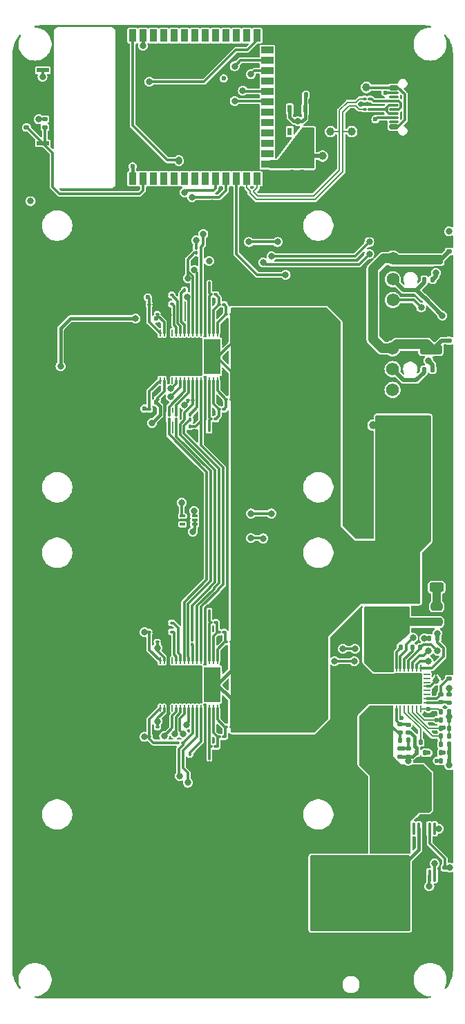
<source format=gbr>
%TF.GenerationSoftware,KiCad,Pcbnew,8.0.4*%
%TF.CreationDate,2024-11-05T20:33:51+01:00*%
%TF.ProjectId,BitForgeNano,42697446-6f72-4676-954e-616e6f2e6b69,rev?*%
%TF.SameCoordinates,Original*%
%TF.FileFunction,Copper,L1,Top*%
%TF.FilePolarity,Positive*%
%FSLAX46Y46*%
G04 Gerber Fmt 4.6, Leading zero omitted, Abs format (unit mm)*
G04 Created by KiCad (PCBNEW 8.0.4) date 2024-11-05 20:33:51*
%MOMM*%
%LPD*%
G01*
G04 APERTURE LIST*
G04 Aperture macros list*
%AMRoundRect*
0 Rectangle with rounded corners*
0 $1 Rounding radius*
0 $2 $3 $4 $5 $6 $7 $8 $9 X,Y pos of 4 corners*
0 Add a 4 corners polygon primitive as box body*
4,1,4,$2,$3,$4,$5,$6,$7,$8,$9,$2,$3,0*
0 Add four circle primitives for the rounded corners*
1,1,$1+$1,$2,$3*
1,1,$1+$1,$4,$5*
1,1,$1+$1,$6,$7*
1,1,$1+$1,$8,$9*
0 Add four rect primitives between the rounded corners*
20,1,$1+$1,$2,$3,$4,$5,0*
20,1,$1+$1,$4,$5,$6,$7,0*
20,1,$1+$1,$6,$7,$8,$9,0*
20,1,$1+$1,$8,$9,$2,$3,0*%
G04 Aperture macros list end*
%TA.AperFunction,EtchedComponent*%
%ADD10C,0.000100*%
%TD*%
%TA.AperFunction,SMDPad,CuDef*%
%ADD11RoundRect,0.140000X0.170000X-0.140000X0.170000X0.140000X-0.170000X0.140000X-0.170000X-0.140000X0*%
%TD*%
%TA.AperFunction,SMDPad,CuDef*%
%ADD12RoundRect,0.100000X0.130000X0.100000X-0.130000X0.100000X-0.130000X-0.100000X0.130000X-0.100000X0*%
%TD*%
%TA.AperFunction,SMDPad,CuDef*%
%ADD13R,0.250000X0.250000*%
%TD*%
%TA.AperFunction,SMDPad,CuDef*%
%ADD14R,1.524000X0.508000*%
%TD*%
%TA.AperFunction,SMDPad,CuDef*%
%ADD15RoundRect,0.055250X-0.055250X0.340750X-0.055250X-0.340750X0.055250X-0.340750X0.055250X0.340750X0*%
%TD*%
%TA.AperFunction,SMDPad,CuDef*%
%ADD16R,2.000000X4.277000*%
%TD*%
%TA.AperFunction,SMDPad,CuDef*%
%ADD17R,5.300000X4.277000*%
%TD*%
%TA.AperFunction,SMDPad,CuDef*%
%ADD18RoundRect,0.100000X-0.130000X-0.100000X0.130000X-0.100000X0.130000X0.100000X-0.130000X0.100000X0*%
%TD*%
%TA.AperFunction,SMDPad,CuDef*%
%ADD19RoundRect,0.250000X0.325000X0.650000X-0.325000X0.650000X-0.325000X-0.650000X0.325000X-0.650000X0*%
%TD*%
%TA.AperFunction,SMDPad,CuDef*%
%ADD20C,1.000000*%
%TD*%
%TA.AperFunction,SMDPad,CuDef*%
%ADD21RoundRect,0.140000X0.140000X0.170000X-0.140000X0.170000X-0.140000X-0.170000X0.140000X-0.170000X0*%
%TD*%
%TA.AperFunction,SMDPad,CuDef*%
%ADD22RoundRect,0.250000X-0.250000X-0.475000X0.250000X-0.475000X0.250000X0.475000X-0.250000X0.475000X0*%
%TD*%
%TA.AperFunction,ComponentPad*%
%ADD23C,1.574800*%
%TD*%
%TA.AperFunction,SMDPad,CuDef*%
%ADD24RoundRect,0.250000X-0.325000X-0.650000X0.325000X-0.650000X0.325000X0.650000X-0.325000X0.650000X0*%
%TD*%
%TA.AperFunction,SMDPad,CuDef*%
%ADD25RoundRect,0.140000X-0.170000X0.140000X-0.170000X-0.140000X0.170000X-0.140000X0.170000X0.140000X0*%
%TD*%
%TA.AperFunction,SMDPad,CuDef*%
%ADD26RoundRect,0.135000X0.135000X0.185000X-0.135000X0.185000X-0.135000X-0.185000X0.135000X-0.185000X0*%
%TD*%
%TA.AperFunction,SMDPad,CuDef*%
%ADD27RoundRect,0.100000X0.100000X-0.130000X0.100000X0.130000X-0.100000X0.130000X-0.100000X-0.130000X0*%
%TD*%
%TA.AperFunction,SMDPad,CuDef*%
%ADD28RoundRect,0.250000X1.100000X-0.325000X1.100000X0.325000X-1.100000X0.325000X-1.100000X-0.325000X0*%
%TD*%
%TA.AperFunction,SMDPad,CuDef*%
%ADD29RoundRect,0.100000X0.100000X-0.637500X0.100000X0.637500X-0.100000X0.637500X-0.100000X-0.637500X0*%
%TD*%
%TA.AperFunction,SMDPad,CuDef*%
%ADD30RoundRect,0.250000X0.325000X1.100000X-0.325000X1.100000X-0.325000X-1.100000X0.325000X-1.100000X0*%
%TD*%
%TA.AperFunction,SMDPad,CuDef*%
%ADD31RoundRect,0.062500X-0.062500X0.337500X-0.062500X-0.337500X0.062500X-0.337500X0.062500X0.337500X0*%
%TD*%
%TA.AperFunction,SMDPad,CuDef*%
%ADD32RoundRect,0.062500X-0.337500X0.062500X-0.337500X-0.062500X0.337500X-0.062500X0.337500X0.062500X0*%
%TD*%
%TA.AperFunction,ComponentPad*%
%ADD33C,0.400000*%
%TD*%
%TA.AperFunction,SMDPad,CuDef*%
%ADD34R,5.300000X3.300000*%
%TD*%
%TA.AperFunction,SMDPad,CuDef*%
%ADD35RoundRect,0.135000X0.185000X-0.135000X0.185000X0.135000X-0.185000X0.135000X-0.185000X-0.135000X0*%
%TD*%
%TA.AperFunction,SMDPad,CuDef*%
%ADD36RoundRect,0.250000X-0.625000X0.312500X-0.625000X-0.312500X0.625000X-0.312500X0.625000X0.312500X0*%
%TD*%
%TA.AperFunction,SMDPad,CuDef*%
%ADD37C,1.500000*%
%TD*%
%TA.AperFunction,SMDPad,CuDef*%
%ADD38R,0.900000X1.500000*%
%TD*%
%TA.AperFunction,SMDPad,CuDef*%
%ADD39R,1.500000X0.900000*%
%TD*%
%TA.AperFunction,SMDPad,CuDef*%
%ADD40R,0.900000X0.900000*%
%TD*%
%TA.AperFunction,SMDPad,CuDef*%
%ADD41RoundRect,0.085000X-0.265000X-0.085000X0.265000X-0.085000X0.265000X0.085000X-0.265000X0.085000X0*%
%TD*%
%TA.AperFunction,SMDPad,CuDef*%
%ADD42R,3.050000X2.000000*%
%TD*%
%TA.AperFunction,SMDPad,CuDef*%
%ADD43RoundRect,0.135000X-0.135000X-0.185000X0.135000X-0.185000X0.135000X0.185000X-0.135000X0.185000X0*%
%TD*%
%TA.AperFunction,SMDPad,CuDef*%
%ADD44RoundRect,0.135000X-0.185000X0.135000X-0.185000X-0.135000X0.185000X-0.135000X0.185000X0.135000X0*%
%TD*%
%TA.AperFunction,SMDPad,CuDef*%
%ADD45RoundRect,0.250000X-0.475000X0.250000X-0.475000X-0.250000X0.475000X-0.250000X0.475000X0.250000X0*%
%TD*%
%TA.AperFunction,SMDPad,CuDef*%
%ADD46RoundRect,0.140000X-0.140000X-0.170000X0.140000X-0.170000X0.140000X0.170000X-0.140000X0.170000X0*%
%TD*%
%TA.AperFunction,SMDPad,CuDef*%
%ADD47RoundRect,0.250000X0.250000X0.475000X-0.250000X0.475000X-0.250000X-0.475000X0.250000X-0.475000X0*%
%TD*%
%TA.AperFunction,SMDPad,CuDef*%
%ADD48RoundRect,0.150000X0.425000X-0.150000X0.425000X0.150000X-0.425000X0.150000X-0.425000X-0.150000X0*%
%TD*%
%TA.AperFunction,SMDPad,CuDef*%
%ADD49RoundRect,0.075000X0.500000X-0.075000X0.500000X0.075000X-0.500000X0.075000X-0.500000X-0.075000X0*%
%TD*%
%TA.AperFunction,ComponentPad*%
%ADD50O,2.100000X1.000000*%
%TD*%
%TA.AperFunction,ComponentPad*%
%ADD51O,1.800000X1.000000*%
%TD*%
%TA.AperFunction,SMDPad,CuDef*%
%ADD52R,0.558800X0.952500*%
%TD*%
%TA.AperFunction,ComponentPad*%
%ADD53R,4.000000X2.000000*%
%TD*%
%TA.AperFunction,ComponentPad*%
%ADD54O,2.000000X3.500000*%
%TD*%
%TA.AperFunction,ComponentPad*%
%ADD55O,3.300000X2.000000*%
%TD*%
%TA.AperFunction,ViaPad*%
%ADD56C,0.800000*%
%TD*%
%TA.AperFunction,ViaPad*%
%ADD57C,0.600000*%
%TD*%
%TA.AperFunction,Conductor*%
%ADD58C,0.300000*%
%TD*%
%TA.AperFunction,Conductor*%
%ADD59C,0.500000*%
%TD*%
%TA.AperFunction,Conductor*%
%ADD60C,1.200000*%
%TD*%
%TA.AperFunction,Conductor*%
%ADD61C,0.750000*%
%TD*%
%TA.AperFunction,Conductor*%
%ADD62C,0.400000*%
%TD*%
%TA.AperFunction,Conductor*%
%ADD63C,0.200000*%
%TD*%
%TA.AperFunction,Conductor*%
%ADD64C,1.000000*%
%TD*%
%TA.AperFunction,Conductor*%
%ADD65C,0.350000*%
%TD*%
G04 APERTURE END LIST*
%TO.C,T1*%
D10*
X119461483Y-131897262D02*
X119711483Y-131897262D01*
X119711483Y-131827262D01*
X119461483Y-131827262D01*
X119461483Y-131897262D01*
%TA.AperFunction,EtchedComponent*%
G36*
X119461483Y-131897262D02*
G01*
X119711483Y-131897262D01*
X119711483Y-131827262D01*
X119461483Y-131827262D01*
X119461483Y-131897262D01*
G37*
%TD.AperFunction*%
%TD*%
D11*
%TO.P,C49,1*%
%TO.N,/ESP32/EN*%
X69386483Y-64727262D03*
%TO.P,C49,2*%
%TO.N,GND*%
X69386483Y-63767262D03*
%TD*%
D12*
%TO.P,R33,1*%
%TO.N,GND*%
X86530000Y-86312500D03*
%TO.P,R33,2*%
%TO.N,Net-(U13-LITE_PAD)*%
X87170000Y-86312500D03*
%TD*%
D13*
%TO.P,T1,1*%
%TO.N,/Power/AGND*%
X119586483Y-132016762D03*
%TO.P,T1,2*%
%TO.N,GND*%
X119586483Y-131706762D03*
%TD*%
D14*
%TO.P,SW2,1*%
%TO.N,GND*%
X71386483Y-70976762D03*
%TO.P,SW2,2*%
%TO.N,/ESP32/EN*%
X71386483Y-66658762D03*
%TD*%
D15*
%TO.P,U3,1,VDD3_0*%
%TO.N,Net-(U3-VDD3_0)*%
X92764000Y-129934000D03*
%TO.P,U3,2,VDD2_0*%
%TO.N,Net-(U3-VDD2_0)*%
X92262000Y-129934000D03*
%TO.P,U3,3,VDD1_0*%
%TO.N,Net-(U3-VDD1_0)*%
X91760000Y-129934000D03*
%TO.P,U3,4,VSS*%
%TO.N,GND*%
X91258000Y-129934000D03*
%TO.P,U3,5,NRSTI*%
%TO.N,Net-(U13-NRSTO)*%
X90756000Y-129934000D03*
%TO.P,U3,6,CI*%
%TO.N,Net-(U3-CI)*%
X90254000Y-129934000D03*
%TO.P,U3,7,RO*%
%TO.N,Net-(U3-RO)*%
X89752000Y-129934000D03*
%TO.P,U3,8,CLKI*%
%TO.N,Net-(U3-CLKI)*%
X89250000Y-129934000D03*
%TO.P,U3,9,BI*%
%TO.N,Net-(U3-BI)*%
X88748000Y-129934000D03*
%TO.P,U3,10,ROSC_SEL*%
%TO.N,Net-(U3-ROSC_SEL)*%
X88246000Y-129934000D03*
%TO.P,U3,11,LITE_PAD*%
%TO.N,Net-(U3-LITE_PAD)*%
X87744000Y-129934000D03*
%TO.P,U3,12,INV_CLKO*%
%TO.N,unconnected-(U3-INV_CLKO-Pad12)*%
X87242000Y-129934000D03*
%TO.P,U3,13,PLL_VSS*%
%TO.N,GND*%
X86740000Y-129934000D03*
%TO.P,U3,14,VDDIO_08_0*%
%TO.N,/Domain/0V8*%
X86238000Y-129934000D03*
%TO.P,U3,15,VDDIO_12_0*%
%TO.N,/Domain/1V2*%
X85736000Y-129934000D03*
%TO.P,U3,16,VDDIO_12_1*%
X85736000Y-135766000D03*
%TO.P,U3,17,VDDIO_08_1*%
%TO.N,/Domain/0V8*%
X86238000Y-135766000D03*
%TO.P,U3,18,VSS*%
%TO.N,GND*%
X86740000Y-135766000D03*
%TO.P,U3,19,PIN_MODE*%
%TO.N,unconnected-(U3-PIN_MODE-Pad19)*%
X87242000Y-135766000D03*
%TO.P,U3,20,TEMP_P*%
%TO.N,Net-(U3-TEMP_P)*%
X87744000Y-135766000D03*
%TO.P,U3,21,TEMP_N*%
%TO.N,Net-(U3-TEMP_N)*%
X88246000Y-135766000D03*
%TO.P,U3,22,BO*%
%TO.N,Net-(U3-BO)*%
X88748000Y-135766000D03*
%TO.P,U3,23,CLKO*%
%TO.N,Net-(U3-CLKO)*%
X89250000Y-135766000D03*
%TO.P,U3,24,RI*%
%TO.N,Net-(U3-RI)*%
X89752000Y-135766000D03*
%TO.P,U3,25,CO*%
%TO.N,Net-(U3-CO)*%
X90254000Y-135766000D03*
%TO.P,U3,26,NRSTO*%
%TO.N,/Domain/NRSTO*%
X90756000Y-135766000D03*
%TO.P,U3,27,VSS*%
%TO.N,GND*%
X91258000Y-135766000D03*
%TO.P,U3,28,VDD1_1*%
%TO.N,Net-(U3-VDD1_1)*%
X91760000Y-135766000D03*
%TO.P,U3,29,VDD2_1*%
%TO.N,Net-(U3-VDD2_1)*%
X92262000Y-135766000D03*
%TO.P,U3,30,VDD3_1*%
%TO.N,Net-(U3-VDD3_1)*%
X92764000Y-135766000D03*
D16*
%TO.P,U3,31,VDD*%
%TO.N,VDD*%
X92120000Y-132850000D03*
D17*
%TO.P,U3,32,VSS*%
%TO.N,GND*%
X88010000Y-132850000D03*
%TD*%
D18*
%TO.P,C36,1*%
%TO.N,VDD*%
X94470000Y-138050000D03*
%TO.P,C36,2*%
%TO.N,Net-(U3-VDD3_1)*%
X93830000Y-138050000D03*
%TD*%
D12*
%TO.P,C70,1*%
%TO.N,/Domain/1V2*%
X84410000Y-86362500D03*
%TO.P,C70,2*%
%TO.N,GND*%
X85050000Y-86362500D03*
%TD*%
D19*
%TO.P,C53,1*%
%TO.N,VDD*%
X113586483Y-114076762D03*
%TO.P,C53,2*%
%TO.N,GND*%
X110636483Y-114076762D03*
%TD*%
D20*
%TO.P,TP4,1,1*%
%TO.N,3V3*%
X105636483Y-68226762D03*
%TD*%
D21*
%TO.P,C11,1*%
%TO.N,Net-(U12-BOOT)*%
X115216483Y-128326762D03*
%TO.P,C11,2*%
%TO.N,/Power/SW*%
X114256483Y-128326762D03*
%TD*%
D12*
%TO.P,C19,1*%
%TO.N,/Domain/0V8*%
X85410000Y-127650000D03*
%TO.P,C19,2*%
%TO.N,GND*%
X86050000Y-127650000D03*
%TD*%
D18*
%TO.P,R15,1*%
%TO.N,Net-(U13-RI)*%
X89770000Y-98062500D03*
%TO.P,R15,2*%
%TO.N,/Domain/1V2*%
X89130000Y-98062500D03*
%TD*%
D11*
%TO.P,C23,1*%
%TO.N,+5V*%
X121136483Y-90806762D03*
%TO.P,C23,2*%
%TO.N,GND*%
X121136483Y-89846762D03*
%TD*%
D18*
%TO.P,C65,1*%
%TO.N,VDD*%
X94470000Y-97962500D03*
%TO.P,C65,2*%
%TO.N,Net-(U13-VDD3_1)*%
X93830000Y-97962500D03*
%TD*%
D22*
%TO.P,C25,1*%
%TO.N,VDD*%
X117936483Y-104576762D03*
%TO.P,C25,2*%
%TO.N,GND*%
X119836483Y-104576762D03*
%TD*%
D15*
%TO.P,U13,1,VDD3_0*%
%TO.N,Net-(U13-VDD3_0)*%
X92764000Y-89834000D03*
%TO.P,U13,2,VDD2_0*%
%TO.N,Net-(U13-VDD2_0)*%
X92262000Y-89834000D03*
%TO.P,U13,3,VDD1_0*%
%TO.N,Net-(U13-VDD1_0)*%
X91760000Y-89834000D03*
%TO.P,U13,4,VSS*%
%TO.N,GND*%
X91258000Y-89834000D03*
%TO.P,U13,5,NRSTI*%
%TO.N,/Domain/I_NRSTI*%
X90756000Y-89834000D03*
%TO.P,U13,6,CI*%
%TO.N,/Domain/I_CI*%
X90254000Y-89834000D03*
%TO.P,U13,7,RO*%
%TO.N,/Domain/I_RO*%
X89752000Y-89834000D03*
%TO.P,U13,8,CLKI*%
%TO.N,/Domain/CLKI*%
X89250000Y-89834000D03*
%TO.P,U13,9,BI*%
%TO.N,/Domain/I_BI*%
X88748000Y-89834000D03*
%TO.P,U13,10,ROSC_SEL*%
%TO.N,Net-(U13-ROSC_SEL)*%
X88246000Y-89834000D03*
%TO.P,U13,11,LITE_PAD*%
%TO.N,Net-(U13-LITE_PAD)*%
X87744000Y-89834000D03*
%TO.P,U13,12,INV_CLKO*%
%TO.N,unconnected-(U13-INV_CLKO-Pad12)*%
X87242000Y-89834000D03*
%TO.P,U13,13,PLL_VSS*%
%TO.N,GND*%
X86740000Y-89834000D03*
%TO.P,U13,14,VDDIO_08_0*%
%TO.N,/Domain/0V8*%
X86238000Y-89834000D03*
%TO.P,U13,15,VDDIO_12_0*%
%TO.N,/Domain/1V2*%
X85736000Y-89834000D03*
%TO.P,U13,16,VDDIO_12_1*%
X85736000Y-95666000D03*
%TO.P,U13,17,VDDIO_08_1*%
%TO.N,/Domain/0V8*%
X86238000Y-95666000D03*
%TO.P,U13,18,VSS*%
%TO.N,GND*%
X86740000Y-95666000D03*
%TO.P,U13,19,PIN_MODE*%
%TO.N,unconnected-(U13-PIN_MODE-Pad19)*%
X87242000Y-95666000D03*
%TO.P,U13,20,TEMP_P*%
%TO.N,Net-(U13-TEMP_P)*%
X87744000Y-95666000D03*
%TO.P,U13,21,TEMP_N*%
%TO.N,Net-(U13-TEMP_N)*%
X88246000Y-95666000D03*
%TO.P,U13,22,BO*%
%TO.N,Net-(U13-BO)*%
X88748000Y-95666000D03*
%TO.P,U13,23,CLKO*%
%TO.N,Net-(U13-CLKO)*%
X89250000Y-95666000D03*
%TO.P,U13,24,RI*%
%TO.N,Net-(U13-RI)*%
X89752000Y-95666000D03*
%TO.P,U13,25,CO*%
%TO.N,Net-(U13-CO)*%
X90254000Y-95666000D03*
%TO.P,U13,26,NRSTO*%
%TO.N,Net-(U13-NRSTO)*%
X90756000Y-95666000D03*
%TO.P,U13,27,VSS*%
%TO.N,GND*%
X91258000Y-95666000D03*
%TO.P,U13,28,VDD1_1*%
%TO.N,Net-(U13-VDD1_1)*%
X91760000Y-95666000D03*
%TO.P,U13,29,VDD2_1*%
%TO.N,Net-(U13-VDD2_1)*%
X92262000Y-95666000D03*
%TO.P,U13,30,VDD3_1*%
%TO.N,Net-(U13-VDD3_1)*%
X92764000Y-95666000D03*
D16*
%TO.P,U13,31,VDD*%
%TO.N,VDD*%
X92120000Y-92750000D03*
D17*
%TO.P,U13,32,VSS*%
%TO.N,GND*%
X88010000Y-92750000D03*
%TD*%
D21*
%TO.P,C56,1*%
%TO.N,+5V*%
X103616483Y-60726762D03*
%TO.P,C56,2*%
%TO.N,GND*%
X102656483Y-60726762D03*
%TD*%
D23*
%TO.P,J8,1,Pin_1*%
%TO.N,GND*%
X114236483Y-89186762D03*
%TO.P,J8,2,Pin_2*%
%TO.N,+5V*%
X114236483Y-91726762D03*
%TO.P,J8,3,Pin_3*%
%TO.N,/Fan/FAN2_TACH*%
X114236483Y-94266762D03*
%TO.P,J8,4,Pin_4*%
%TO.N,/Fan/FAN2_PWM*%
X114236483Y-96806762D03*
%TD*%
D24*
%TO.P,C75,1*%
%TO.N,VDD*%
X117186483Y-109076762D03*
%TO.P,C75,2*%
%TO.N,GND*%
X120136483Y-109076762D03*
%TD*%
D12*
%TO.P,C55,1*%
%TO.N,Net-(U13-VDD1_0)*%
X91930000Y-85162500D03*
%TO.P,C55,2*%
%TO.N,Net-(U13-VDD2_0)*%
X92570000Y-85162500D03*
%TD*%
D25*
%TO.P,C57,1*%
%TO.N,3V3*%
X101886483Y-69226762D03*
%TO.P,C57,2*%
%TO.N,GND*%
X101886483Y-70186762D03*
%TD*%
D26*
%TO.P,R4,1*%
%TO.N,Net-(U12-BP1V5)*%
X121186483Y-138176762D03*
%TO.P,R4,2*%
%TO.N,Net-(U12-VSEL)*%
X120166483Y-138176762D03*
%TD*%
D18*
%TO.P,R24,1*%
%TO.N,GND*%
X86530000Y-85212500D03*
%TO.P,R24,2*%
%TO.N,Net-(U13-ROSC_SEL)*%
X87170000Y-85212500D03*
%TD*%
D27*
%TO.P,C16,1*%
%TO.N,GND*%
X91750000Y-123230000D03*
%TO.P,C16,2*%
%TO.N,Net-(U3-VDD1_0)*%
X91750000Y-123870000D03*
%TD*%
D28*
%TO.P,C24,1*%
%TO.N,+5V*%
X119036483Y-80901762D03*
%TO.P,C24,2*%
%TO.N,GND*%
X119036483Y-77951762D03*
%TD*%
D23*
%TO.P,J6,1,Pin_1*%
%TO.N,GND*%
X114275334Y-78206162D03*
%TO.P,J6,2,Pin_2*%
%TO.N,+5V*%
X114275334Y-80746162D03*
%TO.P,J6,3,Pin_3*%
%TO.N,/Fan/FAN1_TACH*%
X114275334Y-83286162D03*
%TO.P,J6,4,Pin_4*%
%TO.N,/Fan/FAN1_PWM*%
X114275334Y-85826162D03*
%TD*%
D22*
%TO.P,C20,1*%
%TO.N,VDD*%
X117936483Y-102326762D03*
%TO.P,C20,2*%
%TO.N,GND*%
X119836483Y-102326762D03*
%TD*%
D29*
%TO.P,U4,1,IN+*%
%TO.N,VIN*%
X114861483Y-156209262D03*
%TO.P,U4,2,IN+*%
X115511483Y-156209262D03*
%TO.P,U4,3,IN+*%
X116161483Y-156209262D03*
%TO.P,U4,4,A1*%
%TO.N,GND*%
X116811483Y-156209262D03*
%TO.P,U4,5,A0*%
X117461483Y-156209262D03*
%TO.P,U4,6,GND*%
X118111483Y-156209262D03*
%TO.P,U4,7,ALERT*%
%TO.N,/ESP32/INA_ALRT*%
X118761483Y-156209262D03*
%TO.P,U4,8,SDA*%
%TO.N,/SDA*%
X119411483Y-156209262D03*
%TO.P,U4,9,SCL*%
%TO.N,/SCL*%
X119411483Y-150484262D03*
%TO.P,U4,10,VS*%
%TO.N,3V3*%
X118761483Y-150484262D03*
%TO.P,U4,11,GND*%
%TO.N,GND*%
X118111483Y-150484262D03*
%TO.P,U4,12,VBUS*%
%TO.N,VIN*%
X117461483Y-150484262D03*
%TO.P,U4,13,NC*%
%TO.N,unconnected-(U4-NC-Pad13)*%
X116811483Y-150484262D03*
%TO.P,U4,14,IN-*%
%TO.N,+5V*%
X116161483Y-150484262D03*
%TO.P,U4,15,IN-*%
X115511483Y-150484262D03*
%TO.P,U4,16,IN-*%
X114861483Y-150484262D03*
%TD*%
D12*
%TO.P,C28,1*%
%TO.N,Net-(U3-VDD3_0)*%
X93830000Y-127650000D03*
%TO.P,C28,2*%
%TO.N,VDD*%
X94470000Y-127650000D03*
%TD*%
D30*
%TO.P,C3,1*%
%TO.N,+5V*%
X113361483Y-151726762D03*
%TO.P,C3,2*%
%TO.N,GND*%
X110411483Y-151726762D03*
%TD*%
D24*
%TO.P,C79,1*%
%TO.N,VDD*%
X117161483Y-111576762D03*
%TO.P,C79,2*%
%TO.N,GND*%
X120111483Y-111576762D03*
%TD*%
D31*
%TO.P,U12,1,PGD*%
%TO.N,/Power/PGOOD*%
X117686483Y-130826762D03*
%TO.P,U12,2,PMB_DATA*%
%TO.N,/SDA*%
X117186483Y-130826762D03*
%TO.P,U12,3,PMB_CLK*%
%TO.N,/SCL*%
X116686483Y-130826762D03*
%TO.P,U12,4,BP1V5*%
%TO.N,Net-(U12-BP1V5)*%
X116186483Y-130826762D03*
%TO.P,U12,5,DRTN*%
%TO.N,Net-(U12-DRTN)*%
X115686483Y-130826762D03*
%TO.P,U12,6,SMB_ALRT*%
%TO.N,/Power/SMB_ALRT*%
X115186483Y-130826762D03*
%TO.P,U12,7,BOOT*%
%TO.N,Net-(U12-BOOT)*%
X114686483Y-130826762D03*
%TO.P,U12,8,SW*%
%TO.N,/Power/SW*%
X114186483Y-130826762D03*
%TO.P,U12,9,SW*%
X113686483Y-130826762D03*
%TO.P,U12,10,SW*%
X113186483Y-130826762D03*
%TO.P,U12,11,SW*%
X112686483Y-130826762D03*
%TO.P,U12,12,SW*%
X112186483Y-130826762D03*
D32*
%TO.P,U12,13,PGND*%
%TO.N,GND*%
X111436483Y-131576762D03*
%TO.P,U12,14,PGND*%
X111436483Y-132076762D03*
%TO.P,U12,15,PGND*%
X111436483Y-132576762D03*
%TO.P,U12,16,PGND*%
X111436483Y-133076762D03*
%TO.P,U12,17,PGND*%
X111436483Y-133576762D03*
%TO.P,U12,18,PGND*%
X111436483Y-134076762D03*
%TO.P,U12,19,PGND*%
X111436483Y-134576762D03*
%TO.P,U12,20,PGND*%
X111436483Y-135076762D03*
D31*
%TO.P,U12,21,PVIN*%
%TO.N,+5V*%
X112186483Y-135826762D03*
%TO.P,U12,22,PVIN*%
X112686483Y-135826762D03*
%TO.P,U12,23,PVIN*%
X113186483Y-135826762D03*
%TO.P,U12,24,PVIN*%
X113686483Y-135826762D03*
%TO.P,U12,25,PVIN*%
X114186483Y-135826762D03*
%TO.P,U12,26,AVIN*%
%TO.N,Net-(U12-AVIN)*%
X114686483Y-135826762D03*
%TO.P,U12,27,EN/UVLO*%
%TO.N,Net-(U12-EN{slash}UVLO)*%
X115186483Y-135826762D03*
%TO.P,U12,28,VDD5*%
%TO.N,Net-(U12-VDD5)*%
X115686483Y-135826762D03*
%TO.P,U12,29,MSEL2*%
%TO.N,Net-(U12-MSEL2)*%
X116186483Y-135826762D03*
%TO.P,U12,30,VSEL*%
%TO.N,Net-(U12-VSEL)*%
X116686483Y-135826762D03*
%TO.P,U12,31,ADRSEL*%
%TO.N,Net-(U12-ADRSEL)*%
X117186483Y-135826762D03*
%TO.P,U12,32,MSEL1*%
%TO.N,Net-(U12-MSEL1)*%
X117686483Y-135826762D03*
D32*
%TO.P,U12,33,VOSNS*%
%TO.N,Net-(U12-VOSNS)*%
X118436483Y-135076762D03*
%TO.P,U12,34,GOSNS*%
%TO.N,Net-(U12-GOSNS)*%
X118436483Y-134576762D03*
%TO.P,U12,35,VSHARE*%
%TO.N,unconnected-(U12-VSHARE-Pad35)*%
X118436483Y-134076762D03*
%TO.P,U12,36,NC*%
%TO.N,unconnected-(U12-NC-Pad36)*%
X118436483Y-133576762D03*
%TO.P,U12,37,AGND*%
%TO.N,/Power/AGND*%
X118436483Y-133076762D03*
%TO.P,U12,38,SYNC*%
%TO.N,unconnected-(U12-SYNC-Pad38)*%
X118436483Y-132576762D03*
%TO.P,U12,39,BCX_CLK*%
%TO.N,unconnected-(U12-BCX_CLK-Pad39)*%
X118436483Y-132076762D03*
%TO.P,U12,40,BCX_DAT*%
%TO.N,unconnected-(U12-BCX_DAT-Pad40)*%
X118436483Y-131576762D03*
D33*
%TO.P,U12,41,PAD*%
%TO.N,GND*%
X116336483Y-132046762D03*
X114936483Y-132046762D03*
X113536483Y-132046762D03*
X117336483Y-133326762D03*
X116336483Y-133326762D03*
X114936483Y-133326762D03*
D34*
X114936483Y-133326762D03*
D33*
X113536483Y-133326762D03*
X112536483Y-133326762D03*
X116336483Y-134606762D03*
X114936483Y-134606762D03*
X113536483Y-134606762D03*
%TD*%
D27*
%TO.P,R19,1*%
%TO.N,Net-(U13-BO)*%
X86850000Y-99842500D03*
%TO.P,R19,2*%
%TO.N,Net-(U3-BI)*%
X86850000Y-100482500D03*
%TD*%
D35*
%TO.P,R30,1*%
%TO.N,+5V*%
X115136483Y-138746762D03*
%TO.P,R30,2*%
%TO.N,Net-(U12-AVIN)*%
X115136483Y-137726762D03*
%TD*%
D20*
%TO.P,TP1,1,1*%
%TO.N,+5V*%
X115886483Y-145226762D03*
%TD*%
D18*
%TO.P,C67,1*%
%TO.N,Net-(U13-VDD2_1)*%
X92570000Y-100362500D03*
%TO.P,C67,2*%
%TO.N,Net-(U13-VDD1_1)*%
X91930000Y-100362500D03*
%TD*%
D12*
%TO.P,C69,1*%
%TO.N,/Domain/0V8*%
X85410000Y-87562500D03*
%TO.P,C69,2*%
%TO.N,GND*%
X86050000Y-87562500D03*
%TD*%
D19*
%TO.P,C73,1*%
%TO.N,VDD*%
X113586483Y-111576762D03*
%TO.P,C73,2*%
%TO.N,GND*%
X110636483Y-111576762D03*
%TD*%
D36*
%TO.P,R32,1*%
%TO.N,GND*%
X119636483Y-118044262D03*
%TO.P,R32,2*%
%TO.N,Net-(C12-Pad1)*%
X119636483Y-120969262D03*
%TD*%
D12*
%TO.P,C37,1*%
%TO.N,/Domain/1V2*%
X84430000Y-139250000D03*
%TO.P,C37,2*%
%TO.N,GND*%
X85070000Y-139250000D03*
%TD*%
D37*
%TO.P,TP28,1,1*%
%TO.N,GND*%
X120386483Y-165476762D03*
%TD*%
D12*
%TO.P,C72,1*%
%TO.N,/Domain/0V8*%
X85430000Y-97962500D03*
%TO.P,C72,2*%
%TO.N,GND*%
X86070000Y-97962500D03*
%TD*%
D11*
%TO.P,C5,1*%
%TO.N,/Power/AGND*%
X116136483Y-138706762D03*
%TO.P,C5,2*%
%TO.N,Net-(U12-AVIN)*%
X116136483Y-137746762D03*
%TD*%
D38*
%TO.P,U8,1,GND*%
%TO.N,GND*%
X81126483Y-70991762D03*
%TO.P,U8,2,3V3*%
%TO.N,3V3*%
X82396483Y-70991762D03*
%TO.P,U8,3,EN*%
%TO.N,/ESP32/EN*%
X83666483Y-70991762D03*
%TO.P,U8,4,GPIO4/TOUCH4/ADC1_CH3*%
%TO.N,unconnected-(U8-GPIO4{slash}TOUCH4{slash}ADC1_CH3-Pad4)*%
X84936483Y-70991762D03*
%TO.P,U8,5,GPIO5/TOUCH5/ADC1_CH4*%
%TO.N,unconnected-(U8-GPIO5{slash}TOUCH5{slash}ADC1_CH4-Pad5)*%
X86206483Y-70991762D03*
%TO.P,U8,6,GPIO6/TOUCH6/ADC1_CH5*%
%TO.N,unconnected-(U8-GPIO6{slash}TOUCH6{slash}ADC1_CH5-Pad6)*%
X87476483Y-70991762D03*
%TO.P,U8,7,GPIO7/TOUCH7/ADC1_CH6*%
%TO.N,unconnected-(U8-GPIO7{slash}TOUCH7{slash}ADC1_CH6-Pad7)*%
X88746483Y-70991762D03*
%TO.P,U8,8,GPIO15/U0RTS/ADC2_CH4/XTAL_32K_P*%
%TO.N,unconnected-(U8-GPIO15{slash}U0RTS{slash}ADC2_CH4{slash}XTAL_32K_P-Pad8)*%
X90016483Y-70991762D03*
%TO.P,U8,9,GPIO16/U0CTS/ADC2_CH5/XTAL_32K_NH5*%
%TO.N,/ESP32/PWR_EN*%
X91286483Y-70991762D03*
%TO.P,U8,10,GPIO17/U1TXD/ADC2_CH6*%
%TO.N,/TX*%
X92556483Y-70991762D03*
%TO.P,U8,11,GPIO18/U1RXD/ADC2_CH7/CLK_OUT3*%
%TO.N,/RX*%
X93826483Y-70991762D03*
%TO.P,U8,12,GPIO8/TOUCH8/ADC1_CH7/SUBSPICS1*%
%TO.N,/Power/PGOOD*%
X95096483Y-70991762D03*
%TO.P,U8,13,GPIO19/U1RTS/ADC2_CH8/CLK_OUT2/USB_D-*%
%TO.N,/ESP32/USB_D-*%
X96366483Y-70991762D03*
%TO.P,U8,14,GPIO20/U1CTS/ADC2_CH9/CLK_OUT1/USB_D+*%
%TO.N,/ESP32/USB_D+*%
X97636483Y-70991762D03*
D39*
%TO.P,U8,15,GPIO3/TOUCH3/ADC1_CH2\u002A*%
%TO.N,3V3*%
X98886483Y-69226762D03*
%TO.P,U8,16,\u002AGPIO46*%
%TO.N,unconnected-(U8-\u002AGPIO46-Pad16)*%
X98886483Y-67956762D03*
%TO.P,U8,17,GPIO9/TOUCH9/ADC1_CH8/FSPIHD/SUBSPIHD*%
%TO.N,unconnected-(U8-GPIO9{slash}TOUCH9{slash}ADC1_CH8{slash}FSPIHD{slash}SUBSPIHD-Pad17)*%
X98886483Y-66686762D03*
%TO.P,U8,18,GPIO10/TOUCH10/ADC1_CH9/FSPICS0/FSPIIO4/SUBSPICS0*%
%TO.N,unconnected-(U8-GPIO10{slash}TOUCH10{slash}ADC1_CH9{slash}FSPICS0{slash}FSPIIO4{slash}SUBSPICS0-Pad18)*%
X98886483Y-65416762D03*
%TO.P,U8,19,GPIO11/TOUCH11/ADC2_CH0/FSPID/FSPIIO5/SUBSPID*%
%TO.N,unconnected-(U8-GPIO11{slash}TOUCH11{slash}ADC2_CH0{slash}FSPID{slash}FSPIIO5{slash}SUBSPID-Pad19)*%
X98886483Y-64146762D03*
%TO.P,U8,20,GPIO12/TOUCH12/ADC2_CH1/FSPICLK/FSPIIO6/SUBSPICLK*%
%TO.N,unconnected-(U8-GPIO12{slash}TOUCH12{slash}ADC2_CH1{slash}FSPICLK{slash}FSPIIO6{slash}SUBSPICLK-Pad20)*%
X98886483Y-62876762D03*
%TO.P,U8,21,GPIO13/TOUCH13/ADC2_CH2/FSPIQ/FSPIIO7/SUBSPIQ*%
%TO.N,/Power/SMB_ALRT*%
X98886483Y-61606762D03*
%TO.P,U8,22,GPIO14/TOUCH14/ADC2_CH3/FSPIWP/FSPIDQS/SUBSPIWP*%
%TO.N,/ESP32/INA_ALRT*%
X98886483Y-60336762D03*
%TO.P,U8,23,GPIO21*%
%TO.N,unconnected-(U8-GPIO21-Pad23)*%
X98886483Y-59066762D03*
%TO.P,U8,24,GPIO47/SPICLK_P/SUBSPICLK_P_DIFF*%
%TO.N,/SDA*%
X98886483Y-57796762D03*
%TO.P,U8,25,GPIO48/SPICLK_N/SUBSPICLK_N_DIFF*%
%TO.N,/SCL*%
X98886483Y-56526762D03*
%TO.P,U8,26,\u002AGPIO45*%
%TO.N,unconnected-(U8-\u002AGPIO45-Pad26)*%
X98886483Y-55256762D03*
D38*
%TO.P,U8,27,GPIO0/BOOT\u002A*%
%TO.N,/ESP32/IO0*%
X97636483Y-53491762D03*
%TO.P,U8,28,SPIIO6/GPIO35/FSPID/SUBSPID*%
%TO.N,unconnected-(U8-SPIIO6{slash}GPIO35{slash}FSPID{slash}SUBSPID-Pad28)*%
X96366483Y-53491762D03*
%TO.P,U8,29,SPIIO7/GPIO36/FSPICLK/SUBSPICLK*%
%TO.N,unconnected-(U8-SPIIO7{slash}GPIO36{slash}FSPICLK{slash}SUBSPICLK-Pad29)*%
X95096483Y-53491762D03*
%TO.P,U8,30,SPIDQS/GPIO37/FSPIQ/SUBSPIQ*%
%TO.N,unconnected-(U8-SPIDQS{slash}GPIO37{slash}FSPIQ{slash}SUBSPIQ-Pad30)*%
X93826483Y-53491762D03*
%TO.P,U8,31,GPIO38/FSPIWP/SUBSPIWP*%
%TO.N,unconnected-(U8-GPIO38{slash}FSPIWP{slash}SUBSPIWP-Pad31)*%
X92556483Y-53491762D03*
%TO.P,U8,32,MTCK/GPIO39/CLK_OUT3/SUBSPICS1*%
%TO.N,unconnected-(U8-MTCK{slash}GPIO39{slash}CLK_OUT3{slash}SUBSPICS1-Pad32)*%
X91286483Y-53491762D03*
%TO.P,U8,33,MTDO/GPIO40/CLK_OUT2*%
%TO.N,unconnected-(U8-MTDO{slash}GPIO40{slash}CLK_OUT2-Pad33)*%
X90016483Y-53491762D03*
%TO.P,U8,34,MTDI/GPIO41/CLK_OUT1*%
%TO.N,unconnected-(U8-MTDI{slash}GPIO41{slash}CLK_OUT1-Pad34)*%
X88746483Y-53491762D03*
%TO.P,U8,35,MTMS/GPIO42*%
%TO.N,unconnected-(U8-MTMS{slash}GPIO42-Pad35)*%
X87476483Y-53491762D03*
%TO.P,U8,36,U0RXD/GPIO44/CLK_OUT2*%
%TO.N,unconnected-(U8-U0RXD{slash}GPIO44{slash}CLK_OUT2-Pad36)*%
X86206483Y-53491762D03*
%TO.P,U8,37,U0TXD/GPIO43/CLK_OUT1*%
%TO.N,unconnected-(U8-U0TXD{slash}GPIO43{slash}CLK_OUT1-Pad37)*%
X84936483Y-53491762D03*
%TO.P,U8,38,GPIO2/TOUCH2/ADC1_CH1*%
%TO.N,/ESP32/VDD_SAMPLE_0*%
X83666483Y-53491762D03*
%TO.P,U8,39,GPIO1/TOUCH1/ADC1_CH0*%
%TO.N,/RST*%
X82396483Y-53491762D03*
%TO.P,U8,40,GND*%
%TO.N,GND*%
X81126483Y-53491762D03*
D40*
%TO.P,U8,41,GND*%
X87446483Y-65141762D03*
X88846483Y-65141762D03*
X90246483Y-65141762D03*
X87446483Y-63741762D03*
X88846483Y-63741762D03*
X90246483Y-63741762D03*
X87446483Y-62341762D03*
X88846483Y-62341762D03*
X90246483Y-62341762D03*
%TD*%
D27*
%TO.P,R43,1*%
%TO.N,Net-(U9-A1)*%
X90150000Y-79430000D03*
%TO.P,R43,2*%
%TO.N,/Domain/I_RO*%
X90150000Y-80070000D03*
%TD*%
D25*
%TO.P,C14,1*%
%TO.N,3V3*%
X120636483Y-155266762D03*
%TO.P,C14,2*%
%TO.N,GND*%
X120636483Y-156226762D03*
%TD*%
D41*
%TO.P,U7,1,SCL*%
%TO.N,/SCL*%
X88500000Y-112250000D03*
%TO.P,U7,2,GND*%
%TO.N,GND*%
X88500000Y-112750000D03*
%TO.P,U7,3,ALERT*%
%TO.N,unconnected-(U7-ALERT-Pad3)*%
X88500000Y-113250000D03*
%TO.P,U7,4,A0*%
%TO.N,3V3*%
X90000000Y-113250000D03*
%TO.P,U7,5,V+*%
X90000000Y-112750000D03*
%TO.P,U7,6,SDA*%
%TO.N,/SDA*%
X90000000Y-112250000D03*
%TD*%
D26*
%TO.P,R3,1*%
%TO.N,Net-(U12-BP1V5)*%
X121186483Y-137176762D03*
%TO.P,R3,2*%
%TO.N,Net-(U12-ADRSEL)*%
X120166483Y-137176762D03*
%TD*%
D22*
%TO.P,C2,1*%
%TO.N,+5V*%
X118186483Y-144476762D03*
%TO.P,C2,2*%
%TO.N,GND*%
X120086483Y-144476762D03*
%TD*%
D42*
%TO.P,L1,1,1*%
%TO.N,/Power/SW*%
X113636483Y-126326762D03*
%TO.P,L1,2,2*%
%TO.N,VDD*%
X113636483Y-117976762D03*
%TD*%
D12*
%TO.P,C63,1*%
%TO.N,Net-(U13-VDD3_0)*%
X93830000Y-87562500D03*
%TO.P,C63,2*%
%TO.N,VDD*%
X94470000Y-87562500D03*
%TD*%
D27*
%TO.P,R34,1*%
%TO.N,Net-(U13-RI)*%
X89650000Y-127330000D03*
%TO.P,R34,2*%
%TO.N,Net-(U3-RO)*%
X89650000Y-127970000D03*
%TD*%
D12*
%TO.P,C62,1*%
%TO.N,Net-(U13-VDD2_0)*%
X92930000Y-86362500D03*
%TO.P,C62,2*%
%TO.N,Net-(U13-VDD3_0)*%
X93570000Y-86362500D03*
%TD*%
D43*
%TO.P,R6,1*%
%TO.N,Net-(U12-MSEL2)*%
X120166483Y-140176762D03*
%TO.P,R6,2*%
%TO.N,/Power/AGND*%
X121186483Y-140176762D03*
%TD*%
D26*
%TO.P,R18,1*%
%TO.N,/Fan/FAN1_TACH*%
X118126483Y-83326762D03*
%TO.P,R18,2*%
%TO.N,3V3*%
X119146483Y-83326762D03*
%TD*%
D18*
%TO.P,C51,1*%
%TO.N,Net-(U3-VDD2_1)*%
X92570000Y-140450000D03*
%TO.P,C51,2*%
%TO.N,Net-(U3-VDD1_1)*%
X91930000Y-140450000D03*
%TD*%
D20*
%TO.P,TP15,1,1*%
%TO.N,Net-(J5-VBUS-PadA4)*%
X111036483Y-59826762D03*
%TD*%
D27*
%TO.P,C68,1*%
%TO.N,Net-(U13-VDD1_1)*%
X91750000Y-101742500D03*
%TO.P,C68,2*%
%TO.N,GND*%
X91750000Y-102382500D03*
%TD*%
D18*
%TO.P,C66,1*%
%TO.N,Net-(U13-VDD3_1)*%
X93570000Y-99162500D03*
%TO.P,C66,2*%
%TO.N,Net-(U13-VDD2_1)*%
X92930000Y-99162500D03*
%TD*%
D44*
%TO.P,R21,1*%
%TO.N,3V3*%
X71636483Y-63716762D03*
%TO.P,R21,2*%
%TO.N,/ESP32/EN*%
X71636483Y-64736762D03*
%TD*%
D20*
%TO.P,TP13,1,1*%
%TO.N,/ESP32/USB_D-*%
X109236483Y-65226762D03*
%TD*%
D19*
%TO.P,C74,1*%
%TO.N,VDD*%
X113586483Y-109076762D03*
%TO.P,C74,2*%
%TO.N,GND*%
X110636483Y-109076762D03*
%TD*%
D27*
%TO.P,R40,1*%
%TO.N,/Domain/NRSTO*%
X89400000Y-141380000D03*
%TO.P,R40,2*%
%TO.N,GND*%
X89400000Y-142020000D03*
%TD*%
D45*
%TO.P,C12,1*%
%TO.N,Net-(C12-Pad1)*%
X119636483Y-123306762D03*
%TO.P,C12,2*%
%TO.N,/Power/SW*%
X119636483Y-125206762D03*
%TD*%
D44*
%TO.P,R39,1*%
%TO.N,VDD*%
X121136483Y-134016762D03*
%TO.P,R39,2*%
%TO.N,Net-(U12-VOSNS)*%
X121136483Y-135036762D03*
%TD*%
D18*
%TO.P,C38,1*%
%TO.N,Net-(U3-VDD3_1)*%
X93570000Y-139250000D03*
%TO.P,C38,2*%
%TO.N,Net-(U3-VDD2_1)*%
X92930000Y-139250000D03*
%TD*%
D22*
%TO.P,C30,1*%
%TO.N,VDD*%
X117936483Y-106826762D03*
%TO.P,C30,2*%
%TO.N,GND*%
X119836483Y-106826762D03*
%TD*%
D25*
%TO.P,C48,1*%
%TO.N,3V3*%
X103136483Y-69226762D03*
%TO.P,C48,2*%
%TO.N,GND*%
X103136483Y-70186762D03*
%TD*%
D12*
%TO.P,R38,1*%
%TO.N,/ESP32/USB_D+*%
X110816483Y-61226762D03*
%TO.P,R38,2*%
%TO.N,Net-(J5-D+-PadA6)*%
X111456483Y-61226762D03*
%TD*%
D43*
%TO.P,R5,1*%
%TO.N,/Power/AGND*%
X117176483Y-141176762D03*
%TO.P,R5,2*%
%TO.N,Net-(U12-MSEL1)*%
X118196483Y-141176762D03*
%TD*%
D20*
%TO.P,TP14,1,1*%
%TO.N,/ESP32/USB_D+*%
X106636483Y-65226762D03*
%TD*%
D46*
%TO.P,C10,1*%
%TO.N,Net-(U12-VDD5)*%
X117656483Y-139926762D03*
%TO.P,C10,2*%
%TO.N,GND*%
X118616483Y-139926762D03*
%TD*%
D43*
%TO.P,R9,1*%
%TO.N,+5V*%
X115126483Y-139686762D03*
%TO.P,R9,2*%
%TO.N,Net-(U12-EN{slash}UVLO)*%
X116146483Y-139686762D03*
%TD*%
D27*
%TO.P,C52,1*%
%TO.N,Net-(U3-VDD1_1)*%
X91750000Y-141830000D03*
%TO.P,C52,2*%
%TO.N,GND*%
X91750000Y-142470000D03*
%TD*%
D35*
%TO.P,R41,1*%
%TO.N,Net-(U12-GOSNS)*%
X121136483Y-132136762D03*
%TO.P,R41,2*%
%TO.N,GND*%
X121136483Y-131116762D03*
%TD*%
D18*
%TO.P,R12,1*%
%TO.N,GND*%
X86530000Y-125300000D03*
%TO.P,R12,2*%
%TO.N,Net-(U3-ROSC_SEL)*%
X87170000Y-125300000D03*
%TD*%
D47*
%TO.P,C77,1*%
%TO.N,VDD*%
X113086483Y-104576762D03*
%TO.P,C77,2*%
%TO.N,GND*%
X111186483Y-104576762D03*
%TD*%
D27*
%TO.P,R23,1*%
%TO.N,GND*%
X88750000Y-83942500D03*
%TO.P,R23,2*%
%TO.N,/Domain/I_BI*%
X88750000Y-84582500D03*
%TD*%
D48*
%TO.P,J5,A1,GND*%
%TO.N,GND*%
X114391483Y-65451762D03*
%TO.P,J5,A4,VBUS*%
%TO.N,Net-(J5-VBUS-PadA4)*%
X114391483Y-64651762D03*
D49*
%TO.P,J5,A5,CC1*%
%TO.N,Net-(J5-CC1)*%
X114391483Y-63501762D03*
%TO.P,J5,A6,D+*%
%TO.N,Net-(J5-D+-PadA6)*%
X114391483Y-62501762D03*
%TO.P,J5,A7,D-*%
%TO.N,Net-(J5-D--PadA7)*%
X114391483Y-62001762D03*
%TO.P,J5,A8,SBU1*%
%TO.N,unconnected-(J5-SBU1-PadA8)*%
X114391483Y-61001762D03*
D48*
%TO.P,J5,A9,VBUS*%
%TO.N,Net-(J5-VBUS-PadA4)*%
X114391483Y-59851762D03*
%TO.P,J5,A12,GND*%
%TO.N,GND*%
X114391483Y-59051762D03*
%TO.P,J5,B1,GND*%
X114391483Y-59051762D03*
%TO.P,J5,B4,VBUS*%
%TO.N,Net-(J5-VBUS-PadA4)*%
X114391483Y-59851762D03*
D49*
%TO.P,J5,B5,CC2*%
%TO.N,Net-(J5-CC2)*%
X114391483Y-60501762D03*
%TO.P,J5,B6,D+*%
%TO.N,Net-(J5-D+-PadA6)*%
X114391483Y-61501762D03*
%TO.P,J5,B7,D-*%
%TO.N,Net-(J5-D--PadA7)*%
X114391483Y-63001762D03*
%TO.P,J5,B8,SBU2*%
%TO.N,unconnected-(J5-SBU2-PadB8)*%
X114391483Y-64001762D03*
D48*
%TO.P,J5,B9,VBUS*%
%TO.N,Net-(J5-VBUS-PadA4)*%
X114391483Y-64651762D03*
%TO.P,J5,B12,GND*%
%TO.N,GND*%
X114391483Y-65451762D03*
D50*
%TO.P,J5,S1,SHIELD*%
X114966483Y-66571762D03*
D51*
X119146483Y-66571762D03*
D50*
X114966483Y-57931762D03*
D51*
X119146483Y-57931762D03*
%TD*%
D12*
%TO.P,R13,1*%
%TO.N,GND*%
X86530000Y-126400000D03*
%TO.P,R13,2*%
%TO.N,Net-(U3-LITE_PAD)*%
X87170000Y-126400000D03*
%TD*%
D26*
%TO.P,R36,1*%
%TO.N,/Power/PGOOD*%
X119746483Y-127176762D03*
%TO.P,R36,2*%
%TO.N,3V3*%
X118726483Y-127176762D03*
%TD*%
D11*
%TO.P,C43,1*%
%TO.N,+5V*%
X121136483Y-79906762D03*
%TO.P,C43,2*%
%TO.N,GND*%
X121136483Y-78946762D03*
%TD*%
D26*
%TO.P,R1,1*%
%TO.N,Net-(U12-BP1V5)*%
X121186483Y-136176762D03*
%TO.P,R1,2*%
%TO.N,Net-(U12-MSEL1)*%
X120166483Y-136176762D03*
%TD*%
D28*
%TO.P,C22,1*%
%TO.N,+5V*%
X118936483Y-91901762D03*
%TO.P,C22,2*%
%TO.N,GND*%
X118936483Y-88951762D03*
%TD*%
D46*
%TO.P,C1,1*%
%TO.N,Net-(U12-DRTN)*%
X116656483Y-128326762D03*
%TO.P,C1,2*%
%TO.N,Net-(U12-BP1V5)*%
X117616483Y-128326762D03*
%TD*%
D47*
%TO.P,C78,1*%
%TO.N,VDD*%
X113086483Y-106826762D03*
%TO.P,C78,2*%
%TO.N,GND*%
X111186483Y-106826762D03*
%TD*%
D30*
%TO.P,C76,1*%
%TO.N,+5V*%
X113361483Y-148476762D03*
%TO.P,C76,2*%
%TO.N,GND*%
X110411483Y-148476762D03*
%TD*%
D20*
%TO.P,TP3,1,1*%
%TO.N,VDD*%
X111836483Y-101126762D03*
%TD*%
D25*
%TO.P,C8,1*%
%TO.N,Net-(U12-EN{slash}UVLO)*%
X115136483Y-140686762D03*
%TO.P,C8,2*%
%TO.N,/Power/AGND*%
X115136483Y-141646762D03*
%TD*%
D12*
%TO.P,C71,1*%
%TO.N,/Domain/1V2*%
X84430000Y-99162500D03*
%TO.P,C71,2*%
%TO.N,GND*%
X85070000Y-99162500D03*
%TD*%
D46*
%TO.P,C9,1*%
%TO.N,+5V*%
X118656483Y-147976762D03*
%TO.P,C9,2*%
%TO.N,GND*%
X119616483Y-147976762D03*
%TD*%
D18*
%TO.P,R17,1*%
%TO.N,Net-(U3-RI)*%
X88570000Y-139950000D03*
%TO.P,R17,2*%
%TO.N,/Domain/1V2*%
X87930000Y-139950000D03*
%TD*%
D27*
%TO.P,R11,1*%
%TO.N,Net-(U13-CO)*%
X89400000Y-99830000D03*
%TO.P,R11,2*%
%TO.N,Net-(U3-CI)*%
X89400000Y-100470000D03*
%TD*%
D30*
%TO.P,C4,1*%
%TO.N,+5V*%
X113361483Y-145226762D03*
%TO.P,C4,2*%
%TO.N,GND*%
X110411483Y-145226762D03*
%TD*%
D26*
%TO.P,R20,1*%
%TO.N,/Fan/FAN2_TACH*%
X118116483Y-94326762D03*
%TO.P,R20,2*%
%TO.N,3V3*%
X119136483Y-94326762D03*
%TD*%
D43*
%TO.P,R10,1*%
%TO.N,Net-(U12-VSEL)*%
X120166483Y-141176762D03*
%TO.P,R10,2*%
%TO.N,/Power/AGND*%
X121186483Y-141176762D03*
%TD*%
D27*
%TO.P,R35,1*%
%TO.N,Net-(U13-CLKO)*%
X87750000Y-99842500D03*
%TO.P,R35,2*%
%TO.N,Net-(U3-CLKI)*%
X87750000Y-100482500D03*
%TD*%
D26*
%TO.P,R2,1*%
%TO.N,Net-(U12-BP1V5)*%
X121186483Y-139176762D03*
%TO.P,R2,2*%
%TO.N,Net-(U12-MSEL2)*%
X120166483Y-139176762D03*
%TD*%
D52*
%TO.P,U10,1,VIN*%
%TO.N,+5V*%
X103516083Y-62470862D03*
%TO.P,U10,2,GND*%
%TO.N,GND*%
X102576283Y-62470862D03*
%TO.P,U10,3,EN*%
%TO.N,+5V*%
X101636483Y-62470862D03*
%TO.P,U10,4,NC*%
%TO.N,unconnected-(U10-NC-Pad4)*%
X101636483Y-65226762D03*
%TO.P,U10,5,VOUT*%
%TO.N,3V3*%
X103516083Y-65226762D03*
%TD*%
D11*
%TO.P,C13,1*%
%TO.N,Net-(U12-VOSNS)*%
X120136483Y-135006762D03*
%TO.P,C13,2*%
%TO.N,Net-(U12-GOSNS)*%
X120136483Y-134046762D03*
%TD*%
D43*
%TO.P,R7,1*%
%TO.N,Net-(U12-ADRSEL)*%
X120166483Y-142176762D03*
%TO.P,R7,2*%
%TO.N,/Power/AGND*%
X121186483Y-142176762D03*
%TD*%
D46*
%TO.P,C7,1*%
%TO.N,+5V*%
X118656483Y-145976762D03*
%TO.P,C7,2*%
%TO.N,GND*%
X119616483Y-145976762D03*
%TD*%
D14*
%TO.P,SW1,1*%
%TO.N,GND*%
X71386483Y-62047262D03*
%TO.P,SW1,2*%
%TO.N,/ESP32/IO0*%
X71386483Y-57729262D03*
%TD*%
D12*
%TO.P,C26,1*%
%TO.N,Net-(U3-VDD2_0)*%
X92930000Y-126450000D03*
%TO.P,C26,2*%
%TO.N,Net-(U3-VDD3_0)*%
X93570000Y-126450000D03*
%TD*%
%TO.P,C27,1*%
%TO.N,/Domain/1V2*%
X84410000Y-126450000D03*
%TO.P,C27,2*%
%TO.N,GND*%
X85050000Y-126450000D03*
%TD*%
D27*
%TO.P,R16,1*%
%TO.N,Net-(U13-NRSTO)*%
X89400000Y-101292500D03*
%TO.P,R16,2*%
%TO.N,GND*%
X89400000Y-101932500D03*
%TD*%
D44*
%TO.P,R8,1*%
%TO.N,Net-(U12-EN{slash}UVLO)*%
X116136483Y-140656762D03*
%TO.P,R8,2*%
%TO.N,/Power/AGND*%
X116136483Y-141676762D03*
%TD*%
D12*
%TO.P,C44,1*%
%TO.N,/Domain/0V8*%
X85430000Y-138050000D03*
%TO.P,C44,2*%
%TO.N,GND*%
X86070000Y-138050000D03*
%TD*%
%TO.P,R37,1*%
%TO.N,/ESP32/USB_D-*%
X110816483Y-62476762D03*
%TO.P,R37,2*%
%TO.N,Net-(J5-D--PadA7)*%
X111456483Y-62476762D03*
%TD*%
%TO.P,C18,1*%
%TO.N,Net-(U3-VDD1_0)*%
X91930000Y-125250000D03*
%TO.P,C18,2*%
%TO.N,Net-(U3-VDD2_0)*%
X92570000Y-125250000D03*
%TD*%
D53*
%TO.P,J1,1*%
%TO.N,VIN*%
X109136483Y-160526762D03*
D54*
%TO.P,J1,2*%
%TO.N,GND*%
X104636483Y-167526762D03*
D55*
X109136483Y-166526762D03*
D54*
X113636483Y-167526762D03*
%TD*%
D46*
%TO.P,C6,1*%
%TO.N,+5V*%
X118656483Y-146976762D03*
%TO.P,C6,2*%
%TO.N,GND*%
X119616483Y-146976762D03*
%TD*%
D24*
%TO.P,C80,1*%
%TO.N,VDD*%
X117186483Y-114076762D03*
%TO.P,C80,2*%
%TO.N,GND*%
X120136483Y-114076762D03*
%TD*%
D27*
%TO.P,C54,1*%
%TO.N,GND*%
X91750000Y-83142500D03*
%TO.P,C54,2*%
%TO.N,Net-(U13-VDD1_0)*%
X91750000Y-83782500D03*
%TD*%
D56*
%TO.N,GND*%
X90936483Y-65826762D03*
X71136483Y-97726762D03*
X87250000Y-91350000D03*
X81136483Y-127726762D03*
X90936483Y-64426762D03*
X86250000Y-92850000D03*
X111136483Y-105726762D03*
X116936483Y-93051762D03*
X109636483Y-106726762D03*
X121136483Y-72726762D03*
X81136483Y-82726762D03*
X71136483Y-157726762D03*
X87250000Y-94350000D03*
X109386483Y-131476762D03*
X96136483Y-152726762D03*
X88250000Y-131350000D03*
X88250000Y-134350000D03*
X101136483Y-167726762D03*
X90936483Y-63026762D03*
X89250000Y-92850000D03*
X86250000Y-94350000D03*
X88250000Y-91350000D03*
X81136483Y-77726762D03*
X89250000Y-94350000D03*
X109386483Y-140476762D03*
X86250000Y-134350000D03*
X91136483Y-157726762D03*
X106136483Y-142726762D03*
X79950000Y-95100000D03*
X79950000Y-90500000D03*
X101136483Y-52726762D03*
X112136483Y-65726762D03*
X86136483Y-112726762D03*
X83336483Y-56626762D03*
X90400000Y-141200000D03*
X76136483Y-132726762D03*
X88136483Y-64426762D03*
X89950000Y-101992500D03*
X71136483Y-92726762D03*
X81136483Y-142726762D03*
X81136483Y-132726762D03*
X76136483Y-167726762D03*
X109636483Y-108226762D03*
X81136483Y-117726762D03*
X102576283Y-61526762D03*
X81536483Y-66226762D03*
X81136483Y-162726762D03*
X91136483Y-152726762D03*
X86736483Y-65826762D03*
X88250000Y-94350000D03*
X76136483Y-127726762D03*
X85850000Y-86650000D03*
X86750000Y-87650000D03*
X91136483Y-162726762D03*
X109386483Y-141976762D03*
X86250000Y-91350000D03*
X88136483Y-63026762D03*
X76136483Y-82726762D03*
X92850000Y-80450000D03*
X87250000Y-131350000D03*
X96136483Y-157726762D03*
X109636483Y-114226762D03*
X88250000Y-92850000D03*
X86736483Y-63026762D03*
X106136483Y-57726762D03*
X76136483Y-162726762D03*
X111136483Y-110226762D03*
X71136483Y-152726762D03*
X109386483Y-144976762D03*
X71136483Y-82726762D03*
X71136483Y-127726762D03*
X88250000Y-132850000D03*
X71136483Y-137726762D03*
X89250000Y-134350000D03*
X96136483Y-167726762D03*
X106136483Y-52726762D03*
X81136483Y-147726762D03*
X89250000Y-132850000D03*
X111136483Y-103726762D03*
X79950000Y-93400000D03*
X68136483Y-73476762D03*
X92650000Y-142450000D03*
X92650000Y-102350000D03*
X87250000Y-132850000D03*
X86136483Y-152726762D03*
X96136483Y-147726762D03*
X96136483Y-142726762D03*
X89536483Y-63026762D03*
X90250000Y-132850000D03*
X86136483Y-167726762D03*
X90250000Y-92850000D03*
X109636483Y-112726762D03*
X81136483Y-112726762D03*
X90250000Y-134350000D03*
X81136483Y-157726762D03*
X116136483Y-167726762D03*
X92150000Y-73950000D03*
X89536483Y-64426762D03*
X71136483Y-87726762D03*
X81136483Y-137726762D03*
X120052914Y-131256008D03*
X109386483Y-135976762D03*
X109636483Y-102226762D03*
X76136483Y-112726762D03*
X121136483Y-146476762D03*
X76136483Y-152726762D03*
X116136483Y-72726762D03*
X86136483Y-157726762D03*
X106136483Y-82726762D03*
X71136483Y-112726762D03*
X112136483Y-58926762D03*
X86136483Y-102726762D03*
X111136483Y-107976762D03*
X87250000Y-92850000D03*
X106136483Y-62726762D03*
X101136483Y-57726762D03*
X91136483Y-167726762D03*
X76136483Y-157726762D03*
X86250000Y-131350000D03*
X90250000Y-131350000D03*
X121136483Y-150976762D03*
X76136483Y-102726762D03*
X81136483Y-107726762D03*
X109636483Y-111226762D03*
X81136483Y-152726762D03*
X81136483Y-69926762D03*
X111136483Y-112726762D03*
X85650000Y-81850000D03*
X101136483Y-157726762D03*
X119236483Y-75626762D03*
X92650000Y-123250000D03*
X81136483Y-102726762D03*
X71136483Y-102726762D03*
X111136483Y-102226762D03*
X109636483Y-109726762D03*
X96136483Y-162726762D03*
X87250000Y-134350000D03*
X86736483Y-61626762D03*
X109386483Y-134476762D03*
X71136483Y-142726762D03*
X81136483Y-122726762D03*
X76136483Y-142726762D03*
X109386483Y-147976762D03*
X121136483Y-149476762D03*
X89536483Y-65826762D03*
X88136483Y-61626762D03*
X90250000Y-94350000D03*
X101136483Y-162726762D03*
X86736483Y-64426762D03*
X89250000Y-131350000D03*
X109386483Y-146476762D03*
X87050000Y-84250000D03*
X89250000Y-91350000D03*
X86136483Y-107726762D03*
X121136483Y-147976762D03*
X91136483Y-147726762D03*
X109636483Y-103726762D03*
X120036483Y-79126762D03*
X86136483Y-162726762D03*
X91750000Y-82350000D03*
X88550000Y-114150000D03*
X79950000Y-89000000D03*
X81136483Y-54826762D03*
X86250000Y-132850000D03*
X109386483Y-149476762D03*
X109386483Y-132976762D03*
X111136483Y-57726762D03*
X71136483Y-132726762D03*
X109386483Y-152476762D03*
X76136483Y-137726762D03*
X90250000Y-91350000D03*
X71136483Y-122726762D03*
X103136483Y-71476762D03*
X109386483Y-150976762D03*
X89536483Y-61626762D03*
X81136483Y-167726762D03*
X109386483Y-143476762D03*
X86136483Y-122726762D03*
X121136483Y-144976762D03*
X71136483Y-162726762D03*
X85650000Y-125700000D03*
X111136483Y-52726762D03*
X109636483Y-105226762D03*
X76136483Y-122726762D03*
X86136483Y-117726762D03*
X88136483Y-65826762D03*
%TO.N,VDD*%
X104136483Y-103726762D03*
X116136483Y-112726762D03*
X104136483Y-137976762D03*
X101886483Y-105976762D03*
X101886483Y-96976762D03*
X116136483Y-108226762D03*
X117636483Y-100726762D03*
X116136483Y-115726762D03*
X113136483Y-121726762D03*
X116136483Y-103726762D03*
X112636483Y-112726762D03*
X118136483Y-108226762D03*
X91750000Y-94350000D03*
X91750000Y-134350000D03*
X96386483Y-131226762D03*
X116136483Y-105226762D03*
X101886483Y-92476762D03*
X112636483Y-109726762D03*
X101886483Y-137976762D03*
X96386483Y-94726762D03*
X112636483Y-111226762D03*
X106386483Y-96976762D03*
X104136483Y-128976762D03*
X113136483Y-120226762D03*
X116136483Y-102226762D03*
X118136483Y-111226762D03*
X116136483Y-118726762D03*
X116136483Y-114226762D03*
X104136483Y-131226762D03*
X101886483Y-101476762D03*
X113136483Y-102226762D03*
X96386483Y-101476762D03*
X114636483Y-114226762D03*
X92750000Y-94350000D03*
X96386483Y-128976762D03*
X112636483Y-108226762D03*
X96386483Y-135726762D03*
X106386483Y-87976762D03*
X116136483Y-117226762D03*
X104136483Y-96976762D03*
X99636483Y-133476762D03*
X96386483Y-124476762D03*
X92750000Y-91350000D03*
X104136483Y-133476762D03*
X116136483Y-120226762D03*
X92750000Y-131350000D03*
X116136483Y-106726762D03*
X101886483Y-103726762D03*
X91750000Y-91350000D03*
X96386483Y-90226762D03*
X101886483Y-128976762D03*
X106386483Y-112726762D03*
X101886483Y-99226762D03*
X96386483Y-108226762D03*
X106386483Y-92476762D03*
X106386483Y-101476762D03*
X114636483Y-121726762D03*
X96386483Y-126726762D03*
X91750000Y-132850000D03*
X104136483Y-101476762D03*
X118136483Y-109726762D03*
X114636483Y-120226762D03*
X96386483Y-133476762D03*
X96386483Y-103726762D03*
X114636483Y-100726762D03*
X106386483Y-103726762D03*
X106386483Y-90226762D03*
X96386483Y-99226762D03*
X99636483Y-131226762D03*
X104136483Y-87976762D03*
X96386483Y-117726762D03*
X101886483Y-131226762D03*
X96386483Y-137976762D03*
X104136483Y-90226762D03*
X116136483Y-121726762D03*
X118136483Y-112726762D03*
X118136483Y-114226762D03*
X101886483Y-112726762D03*
X101886483Y-90226762D03*
X104136483Y-99226762D03*
X114636483Y-111226762D03*
X96386483Y-122226762D03*
X114636483Y-103726762D03*
X91750000Y-92850000D03*
X112636483Y-114226762D03*
X101886483Y-135726762D03*
X114636483Y-108226762D03*
X117636483Y-115726762D03*
X106386483Y-121726762D03*
X106386483Y-94726762D03*
X116136483Y-100726762D03*
X96386483Y-92476762D03*
X96386483Y-87976762D03*
X99636483Y-135726762D03*
X116136483Y-109726762D03*
X104136483Y-112726762D03*
X114636483Y-105226762D03*
X96386483Y-96976762D03*
X113136483Y-100726762D03*
X104136483Y-135726762D03*
X101886483Y-87976762D03*
X104136483Y-94726762D03*
X92750000Y-134350000D03*
X92750000Y-92850000D03*
X101886483Y-133476762D03*
X114636483Y-102226762D03*
X91750000Y-131350000D03*
X101886483Y-94726762D03*
X92750000Y-132850000D03*
X114636483Y-112726762D03*
X104136483Y-92476762D03*
X96386483Y-105976762D03*
X114636483Y-109726762D03*
X114636483Y-106726762D03*
X106386483Y-99226762D03*
X96386483Y-119976762D03*
X99636483Y-128976762D03*
X116136483Y-111226762D03*
X113136483Y-115726762D03*
X99636483Y-137976762D03*
X121136483Y-133326762D03*
X114636483Y-115726762D03*
%TO.N,/Domain/0V8*%
X82750000Y-88100000D03*
X85410000Y-128350000D03*
D57*
X85250000Y-98350000D03*
D56*
X85430000Y-137350000D03*
X73550000Y-93900000D03*
D57*
X85250000Y-88100000D03*
D56*
X84750000Y-100850000D03*
D57*
%TO.N,Net-(J5-CC1)*%
X112136483Y-63726762D03*
%TO.N,Net-(J5-CC2)*%
X113386483Y-60476762D03*
D56*
%TO.N,/ESP32/IO0*%
X84436483Y-59126762D03*
X71336483Y-58526762D03*
%TO.N,/Domain/1V2*%
X83850000Y-139250000D03*
X83850000Y-126450000D03*
D57*
X84250000Y-85500000D03*
X83820000Y-99100000D03*
D56*
X88733806Y-98650188D03*
%TO.N,Net-(U12-BP1V5)*%
X119736483Y-128726762D03*
X121186483Y-136726762D03*
%TO.N,/Power/AGND*%
X116136483Y-142176762D03*
X121186483Y-142726762D03*
X119593676Y-132333955D03*
%TO.N,Net-(U9-A1)*%
X90150000Y-78550000D03*
%TO.N,Net-(U3-RI)*%
X88150000Y-144050000D03*
D57*
%TO.N,Net-(U12-EN{slash}UVLO)*%
X115286483Y-136926762D03*
X115586483Y-140626762D03*
D56*
%TO.N,/Domain/I_RO*%
X89150000Y-83150000D03*
%TO.N,/Domain/CLKI*%
X89050000Y-85450000D03*
%TO.N,/TX*%
X88750000Y-72650000D03*
%TO.N,/RX*%
X89650000Y-73250000D03*
%TO.N,/RST*%
X88050000Y-68850000D03*
X88036483Y-68726762D03*
%TO.N,/Domain/I_CI*%
X89950000Y-82150000D03*
%TO.N,/Domain/I_NRSTI*%
X91050000Y-77750000D03*
%TO.N,VIN*%
X114136483Y-158226762D03*
X115886483Y-158226762D03*
X114136483Y-161726762D03*
X112386483Y-159976762D03*
X112386483Y-158226762D03*
X114136483Y-159976762D03*
X112386483Y-161726762D03*
X115886483Y-161726762D03*
X115886483Y-159976762D03*
D57*
%TO.N,Net-(U12-MSEL1)*%
X118636483Y-135826762D03*
X118636483Y-141176762D03*
D56*
%TO.N,/ESP32/VDD_SAMPLE_0*%
X83636483Y-54726762D03*
%TO.N,/Fan/FAN1_TACH*%
X120336483Y-87726762D03*
%TO.N,/Fan/FAN1_PWM*%
X117736483Y-86726762D03*
%TO.N,/SCL*%
X111386483Y-78726762D03*
X109636483Y-128476762D03*
X96886483Y-111926762D03*
X119886483Y-150476762D03*
X99386483Y-111926762D03*
X118636483Y-128726762D03*
X108136483Y-128476762D03*
X94886483Y-57226762D03*
X88400000Y-110600000D03*
X99386483Y-80476762D03*
%TO.N,/SDA*%
X96886483Y-114939262D03*
X98386483Y-114976762D03*
X107136483Y-129976762D03*
X96886483Y-58226762D03*
X118636483Y-129976762D03*
X119386483Y-154726762D03*
X111386483Y-80226762D03*
X109536483Y-129976762D03*
X89900000Y-111600000D03*
X98386483Y-81226762D03*
D57*
%TO.N,Net-(U12-ADRSEL)*%
X119676483Y-142176762D03*
X119676483Y-137176762D03*
D56*
%TO.N,Net-(U3-CO)*%
X89150000Y-144850000D03*
%TO.N,Net-(U3-CLKO)*%
X88950000Y-137750000D03*
%TO.N,Net-(U3-BO)*%
X88550000Y-138850000D03*
%TO.N,Net-(U3-TEMP_N)*%
X87550000Y-138850000D03*
%TO.N,3V3*%
X70886483Y-63726762D03*
X104136483Y-68226762D03*
X102636483Y-66726762D03*
X104136483Y-66726762D03*
X102636483Y-68226762D03*
X119536483Y-82476762D03*
D57*
X82386483Y-69476762D03*
D56*
X121236483Y-155226762D03*
X118636483Y-93226762D03*
D57*
X93536483Y-58726762D03*
D56*
X89750000Y-114150000D03*
X69886483Y-73726762D03*
X104136483Y-65226762D03*
X118136483Y-127176762D03*
X91750000Y-81050000D03*
X121136483Y-77426762D03*
%TO.N,Net-(U3-TEMP_P)*%
X86250000Y-139150000D03*
%TO.N,Net-(U13-TEMP_N)*%
X87050000Y-97650000D03*
%TO.N,Net-(U13-TEMP_P)*%
X87050000Y-96650000D03*
%TO.N,+5V*%
X112386483Y-138976762D03*
X112386483Y-140476762D03*
X113636483Y-138976762D03*
X111136483Y-138976762D03*
X111136483Y-140476762D03*
X111136483Y-141976762D03*
X113636483Y-141976762D03*
X111136483Y-137476762D03*
X113636483Y-140476762D03*
X112386483Y-141976762D03*
X102636483Y-63976762D03*
X112386483Y-137476762D03*
D57*
%TO.N,Net-(U12-VSEL)*%
X120466483Y-141176762D03*
X120466483Y-138159169D03*
D56*
%TO.N,/Power/PGOOD*%
X119736483Y-126576762D03*
X101136483Y-82726762D03*
%TO.N,/ESP32/INA_ALRT*%
X95886483Y-60226762D03*
X118736483Y-157526762D03*
%TO.N,/Power/SMB_ALRT*%
X96636483Y-78726762D03*
X116736483Y-127126762D03*
X94886483Y-61476762D03*
X100136483Y-78726762D03*
%TD*%
D58*
%TO.N,GND*%
X69315983Y-62047262D02*
X68136483Y-63226762D01*
X88010000Y-132850000D02*
X88010000Y-132850000D01*
D59*
X103136483Y-71476762D02*
X103136483Y-70186762D01*
D58*
X86740000Y-87660000D02*
X86750000Y-87650000D01*
X86740000Y-131580000D02*
X88010000Y-132850000D01*
X86530000Y-84770000D02*
X87050000Y-84250000D01*
X89950000Y-101992500D02*
X89460000Y-101992500D01*
X91550001Y-142470000D02*
X91750000Y-142470000D01*
X71386483Y-70976762D02*
X68886483Y-73476762D01*
X86740000Y-134120000D02*
X88010000Y-132850000D01*
X91258000Y-139950000D02*
X91258000Y-137250000D01*
X91250000Y-129530000D02*
X91250000Y-123530001D01*
X88750000Y-83942500D02*
X88057500Y-83942500D01*
D60*
X119136483Y-77951762D02*
X114529734Y-77951762D01*
D58*
X87250000Y-132090000D02*
X87250000Y-132850000D01*
D59*
X114391483Y-59051762D02*
X114391483Y-58506762D01*
D58*
X91250000Y-89826000D02*
X91250000Y-83484044D01*
X86050000Y-86850000D02*
X85850000Y-86650000D01*
D61*
X114529734Y-77951762D02*
X114275334Y-78206162D01*
D58*
X87750000Y-84250000D02*
X87050000Y-84250000D01*
D59*
X114391483Y-65451762D02*
X114391483Y-65996762D01*
X120031483Y-89846762D02*
X119136483Y-88951762D01*
X81126483Y-54816762D02*
X81136483Y-54826762D01*
D58*
X87250000Y-134350000D02*
X86740000Y-134120000D01*
X86740000Y-89834000D02*
X86740000Y-87660000D01*
X86740000Y-128180000D02*
X86210000Y-127650000D01*
X86070000Y-138050000D02*
X86070000Y-138250000D01*
X86740000Y-131580000D02*
X87250000Y-132090000D01*
X85562500Y-86362500D02*
X85850000Y-86650000D01*
D59*
X121136483Y-78946762D02*
X120031483Y-78946762D01*
D58*
X86530000Y-86312500D02*
X86187500Y-86312500D01*
X89400000Y-142020000D02*
X89580000Y-142020000D01*
X89155025Y-113544975D02*
X88550000Y-114150000D01*
X68136483Y-63226762D02*
X68136483Y-63726762D01*
X91258000Y-139950000D02*
X91250000Y-139958000D01*
X91550001Y-123230000D02*
X91750000Y-123230000D01*
X87250000Y-132850000D02*
X88010000Y-132850000D01*
D59*
X101886483Y-70186762D02*
X103136483Y-70186762D01*
D58*
X88057500Y-83942500D02*
X87750000Y-84250000D01*
X91258000Y-129934000D02*
X91258000Y-129538000D01*
X121136483Y-131116762D02*
X120192160Y-131116762D01*
X86050000Y-127450000D02*
X85050000Y-126450000D01*
X89580000Y-142020000D02*
X90400000Y-141200000D01*
X89155025Y-113008197D02*
X89155025Y-113544975D01*
X86070000Y-138250000D02*
X85070000Y-139250000D01*
X86740000Y-137380000D02*
X86070000Y-138050000D01*
D60*
X114471483Y-88951762D02*
X114236483Y-89186762D01*
D58*
X90400000Y-141200000D02*
X90400000Y-140808000D01*
X91250000Y-83484044D02*
X91591544Y-83142500D01*
X91258000Y-135766000D02*
X91258000Y-137250000D01*
X92630000Y-123230000D02*
X92650000Y-123250000D01*
X91591544Y-83142500D02*
X91750000Y-83142500D01*
X71386483Y-62047262D02*
X69315983Y-62047262D01*
X92630000Y-142470000D02*
X92650000Y-142450000D01*
X88896828Y-112750000D02*
X89155025Y-113008197D01*
D59*
X120031483Y-78946762D02*
X119036483Y-77951762D01*
X81136483Y-69926762D02*
X81136483Y-70981762D01*
D58*
X91750000Y-142470000D02*
X92630000Y-142470000D01*
X91258000Y-129538000D02*
X91250000Y-129530000D01*
X86187500Y-86312500D02*
X85850000Y-86650000D01*
X86740000Y-129934000D02*
X86740000Y-128180000D01*
X91750000Y-102382500D02*
X92617500Y-102382500D01*
X86350000Y-126400000D02*
X85650000Y-125700000D01*
X91750000Y-123230000D02*
X92630000Y-123230000D01*
D59*
X114391483Y-65996762D02*
X114966483Y-66571762D01*
D58*
X91250000Y-139958000D02*
X91250000Y-142169999D01*
D59*
X121136483Y-89846762D02*
X120031483Y-89846762D01*
D58*
X68886483Y-73476762D02*
X68136483Y-73476762D01*
X86050000Y-125300000D02*
X85650000Y-125700000D01*
D59*
X102576283Y-61526762D02*
X102576283Y-60806962D01*
D58*
X86740000Y-135766000D02*
X86740000Y-137380000D01*
X88500000Y-112750000D02*
X88896828Y-112750000D01*
X86740000Y-135766000D02*
X86740000Y-134120000D01*
D59*
X114391483Y-58506762D02*
X114966483Y-57931762D01*
D58*
X89460000Y-101992500D02*
X89400000Y-101932500D01*
X87250000Y-131350000D02*
X86740000Y-131580000D01*
X91750000Y-82350000D02*
X91750000Y-83142500D01*
X86530000Y-126400000D02*
X86350000Y-126400000D01*
X92617500Y-102382500D02*
X92650000Y-102350000D01*
D59*
X102576283Y-62470862D02*
X102576283Y-60806962D01*
D58*
X85050000Y-86362500D02*
X85562500Y-86362500D01*
X86740000Y-129934000D02*
X86740000Y-131580000D01*
D60*
X119136483Y-88951762D02*
X114471483Y-88951762D01*
D58*
X68176983Y-63767262D02*
X68136483Y-63726762D01*
D59*
X81136483Y-70981762D02*
X81126483Y-70991762D01*
D58*
X86530000Y-85212500D02*
X86530000Y-84770000D01*
X69386483Y-63767262D02*
X68176983Y-63767262D01*
X120192160Y-131116762D02*
X120052914Y-131256008D01*
D59*
X102576283Y-60806962D02*
X102656483Y-60726762D01*
D58*
X86050000Y-127650000D02*
X86050000Y-127450000D01*
X86530000Y-125300000D02*
X86050000Y-125300000D01*
X91250000Y-142169999D02*
X91550001Y-142470000D01*
X86210000Y-127650000D02*
X86050000Y-127650000D01*
D59*
X81126483Y-53491762D02*
X81126483Y-54816762D01*
D58*
X91258000Y-89834000D02*
X91250000Y-89826000D01*
X86050000Y-87562500D02*
X86050000Y-86850000D01*
X68136483Y-63726762D02*
X68136483Y-73476762D01*
X91250000Y-123530001D02*
X91550001Y-123230000D01*
X90400000Y-140808000D02*
X91258000Y-139950000D01*
%TO.N,Net-(U12-DRTN)*%
X115686483Y-130826762D02*
X115686483Y-129776762D01*
X115686483Y-129776762D02*
X116656483Y-128806762D01*
X116656483Y-128806762D02*
X116656483Y-128326762D01*
D62*
%TO.N,VDD*%
X94470000Y-127650000D02*
X94470000Y-131130000D01*
D58*
X121136483Y-134016762D02*
X121136483Y-133326762D01*
X94470000Y-94570000D02*
X92750000Y-92850000D01*
X94470000Y-97962500D02*
X94470000Y-94570000D01*
X94470000Y-91130000D02*
X92750000Y-92850000D01*
X94470000Y-87562500D02*
X94470000Y-91130000D01*
D62*
X94470000Y-131130000D02*
X92750000Y-132850000D01*
X94470000Y-138050000D02*
X94470000Y-134570000D01*
X113136483Y-102526762D02*
X113136483Y-104526762D01*
X94470000Y-134570000D02*
X92750000Y-132850000D01*
X113136483Y-104526762D02*
X113086483Y-104576762D01*
D58*
%TO.N,/Domain/0V8*%
X86238000Y-136163932D02*
X85430000Y-136971932D01*
D62*
X84750000Y-100850000D02*
X85750000Y-99850000D01*
D58*
X85430000Y-137550000D02*
X85430000Y-137350000D01*
X85250000Y-98142500D02*
X85430000Y-97962500D01*
D62*
X73550000Y-93900000D02*
X73550000Y-92100000D01*
D58*
X86238000Y-95666000D02*
X86238000Y-96996044D01*
X86238000Y-135766000D02*
X86238000Y-136163932D01*
X86238000Y-129934000D02*
X86238000Y-129536068D01*
D62*
X73550000Y-92100000D02*
X73550000Y-89300000D01*
D58*
X85430000Y-137550000D02*
X85430000Y-138050000D01*
X85410000Y-87562500D02*
X85410000Y-87940000D01*
X85410000Y-128450000D02*
X85410000Y-128350000D01*
X85410000Y-87940000D02*
X85250000Y-88100000D01*
D62*
X81550000Y-88100000D02*
X82750000Y-88100000D01*
D58*
X86238000Y-96996044D02*
X85430000Y-97804044D01*
D62*
X85750000Y-98850000D02*
X85250000Y-98350000D01*
X74750000Y-88100000D02*
X81550000Y-88100000D01*
X85750000Y-99850000D02*
X85750000Y-98850000D01*
X73550000Y-89300000D02*
X74750000Y-88100000D01*
D58*
X85430000Y-97804044D02*
X85430000Y-97962500D01*
X85250000Y-98350000D02*
X85250000Y-98142500D01*
X86238000Y-129536068D02*
X85410000Y-128708068D01*
X85430000Y-136971932D02*
X85430000Y-137350000D01*
X86238000Y-89834000D02*
X86238000Y-88548956D01*
X85410000Y-128450000D02*
X85410000Y-127650000D01*
X86238000Y-88548956D02*
X85410000Y-87720956D01*
X85410000Y-87720956D02*
X85410000Y-87562500D01*
X85410000Y-128708068D02*
X85410000Y-128450000D01*
D63*
%TO.N,/ESP32/USB_D-*%
X109746482Y-62076762D02*
X108904683Y-62076762D01*
X108904683Y-62076762D02*
X108161483Y-62819962D01*
X108161483Y-65226762D02*
X109236483Y-65226762D01*
X104729683Y-73551762D02*
X97543283Y-73551762D01*
X97543283Y-73551762D02*
X96776483Y-72784962D01*
X108161483Y-62819962D02*
X108161483Y-65226762D01*
X96776483Y-72784962D02*
X96776483Y-72526763D01*
X104729683Y-73551762D02*
X97543283Y-73551762D01*
X96776483Y-72784962D02*
X96776483Y-72526763D01*
X96366483Y-72116763D02*
X96366483Y-70991762D01*
X110626483Y-62476762D02*
X110146482Y-62476762D01*
X97543283Y-73551762D02*
X96776483Y-72784962D01*
X108161483Y-70119962D02*
X104729683Y-73551762D01*
X108161483Y-65226762D02*
X108161483Y-70119962D01*
X96776483Y-72526763D02*
X96366483Y-72116763D01*
X110146482Y-62476762D02*
X109746482Y-62076762D01*
%TO.N,/ESP32/USB_D+*%
X107711483Y-65226762D02*
X107711483Y-69933562D01*
X107711483Y-62633562D02*
X107711483Y-65226762D01*
X97729683Y-73101762D02*
X97226483Y-72598562D01*
X107711483Y-69933562D02*
X104543283Y-73101762D01*
X97729683Y-73101762D02*
X97226483Y-72598562D01*
X109746482Y-61626762D02*
X108718283Y-61626762D01*
X104543283Y-73101762D02*
X97729683Y-73101762D01*
X97226483Y-72598562D02*
X97226483Y-72526763D01*
X110626483Y-61226762D02*
X110146482Y-61226762D01*
X97636483Y-72116763D02*
X97636483Y-70991762D01*
X97226483Y-72526763D02*
X97636483Y-72116763D01*
X110146482Y-61226762D02*
X109746482Y-61626762D01*
X97226483Y-72598562D02*
X97226483Y-72526763D01*
X108718283Y-61626762D02*
X107711483Y-62633562D01*
X104543283Y-73101762D02*
X97729683Y-73101762D01*
X107711483Y-65226762D02*
X106636483Y-65226762D01*
D58*
%TO.N,Net-(J5-D+-PadA6)*%
X114391483Y-62501762D02*
X114998893Y-62501762D01*
X111921483Y-61501762D02*
X111646483Y-61226762D01*
X114391483Y-61501762D02*
X111921483Y-61501762D01*
X115266483Y-62234172D02*
X115266483Y-61769352D01*
X114998893Y-61501762D02*
X114391483Y-61501762D01*
X114998893Y-62501762D02*
X115266483Y-62234172D01*
X115266483Y-61769352D02*
X114998893Y-61501762D01*
%TO.N,Net-(J5-D--PadA7)*%
X113784073Y-63001762D02*
X114391483Y-63001762D01*
X113309073Y-62476762D02*
X113516483Y-62269352D01*
X114391483Y-62001762D02*
X113784073Y-62001762D01*
X113516483Y-62269352D02*
X113516483Y-62734172D01*
X111646483Y-62476762D02*
X113309073Y-62476762D01*
X113516483Y-62734172D02*
X113784073Y-63001762D01*
X113784073Y-62001762D02*
X113516483Y-62269352D01*
%TO.N,Net-(J5-CC1)*%
X112136483Y-63726762D02*
X112361483Y-63501762D01*
X112361483Y-63501762D02*
X114391483Y-63501762D01*
%TO.N,Net-(J5-CC2)*%
X113386483Y-60476762D02*
X114366483Y-60476762D01*
X114366483Y-60476762D02*
X114391483Y-60501762D01*
%TO.N,/ESP32/IO0*%
X91136483Y-59126762D02*
X95036483Y-55226762D01*
X96431483Y-55226762D02*
X97636483Y-54021762D01*
X84436483Y-59126762D02*
X91136483Y-59126762D01*
X97636483Y-54021762D02*
X97636483Y-53491762D01*
X95036483Y-55226762D02*
X96431483Y-55226762D01*
X71336483Y-57779262D02*
X71386483Y-57729262D01*
X71336483Y-58526762D02*
X71336483Y-57779262D01*
%TO.N,/Domain/1V2*%
X84430000Y-96972000D02*
X84430000Y-99162500D01*
X83850000Y-139250000D02*
X84430000Y-139250000D01*
X83850000Y-126450000D02*
X84410000Y-126450000D01*
X84410000Y-88508000D02*
X84410000Y-86362500D01*
X85736000Y-95666000D02*
X84430000Y-96972000D01*
X85736000Y-89834000D02*
X84410000Y-88508000D01*
X84410000Y-128608000D02*
X84410000Y-126450000D01*
X89130000Y-98253994D02*
X89130000Y-98062500D01*
X84430000Y-99162500D02*
X83882500Y-99162500D01*
X84410000Y-86362500D02*
X84410000Y-85660000D01*
X88733806Y-98650188D02*
X89130000Y-98253994D01*
X85736000Y-135766000D02*
X84430000Y-137072000D01*
X84930001Y-139950000D02*
X84430000Y-139449999D01*
X84410000Y-85660000D02*
X84250000Y-85500000D01*
X85736000Y-129934000D02*
X84410000Y-128608000D01*
X83882500Y-99162500D02*
X83820000Y-99100000D01*
X87330000Y-139950000D02*
X84930001Y-139950000D01*
X84430000Y-139449999D02*
X84430000Y-139250000D01*
X87930000Y-139950000D02*
X87330000Y-139950000D01*
X84430000Y-137072000D02*
X84430000Y-139250000D01*
%TO.N,Net-(U12-BP1V5)*%
X118016483Y-127926762D02*
X117616483Y-128326762D01*
X119736483Y-128726762D02*
X118936483Y-127926762D01*
X117616483Y-128483158D02*
X117616483Y-128326762D01*
D63*
X121186483Y-136176762D02*
X121186483Y-136726762D01*
D58*
X116186483Y-129913158D02*
X117616483Y-128483158D01*
X116186483Y-130826762D02*
X116186483Y-129913158D01*
X118936483Y-127926762D02*
X118016483Y-127926762D01*
D63*
X121186483Y-136726762D02*
X121186483Y-139176762D01*
D58*
%TO.N,+5V*%
X113186483Y-137076762D02*
X113186483Y-135826762D01*
X114856483Y-138746762D02*
X113186483Y-137076762D01*
X115126483Y-138636762D02*
X115126483Y-139686762D01*
X115136483Y-138746762D02*
X114856483Y-138746762D01*
D62*
%TO.N,/Power/AGND*%
X116706483Y-141646762D02*
X117176483Y-141176762D01*
X116936483Y-139196763D02*
X116936483Y-140376762D01*
X117176483Y-140616762D02*
X117176483Y-141176762D01*
D58*
X119593676Y-132333955D02*
X119593676Y-131969569D01*
D62*
X121186483Y-142176762D02*
X121186483Y-140176762D01*
X116446482Y-138706762D02*
X116936483Y-139196763D01*
X121186483Y-142176762D02*
X121186483Y-142726762D01*
X116136483Y-138706762D02*
X116446482Y-138706762D01*
X116136483Y-141676762D02*
X116136483Y-142176762D01*
D58*
X119593676Y-132333955D02*
X118850869Y-133076762D01*
D62*
X115136483Y-141646762D02*
X116706483Y-141646762D01*
D58*
X118850869Y-133076762D02*
X118436483Y-133076762D01*
D62*
X116936483Y-140376762D02*
X117176483Y-140616762D01*
D58*
%TO.N,Net-(U12-AVIN)*%
X114686483Y-137276762D02*
X115136483Y-137726762D01*
X115136483Y-137726762D02*
X116116483Y-137726762D01*
X114686483Y-135826762D02*
X114686483Y-137276762D01*
X116116483Y-137726762D02*
X116136483Y-137746762D01*
%TO.N,Net-(U3-LITE_PAD)*%
X87450000Y-129171358D02*
X87450000Y-126490000D01*
X87744000Y-129934000D02*
X87744000Y-129465358D01*
X87744000Y-129465358D02*
X87450000Y-129171358D01*
X87450000Y-126490000D02*
X87360000Y-126400000D01*
%TO.N,Net-(U9-A1)*%
X90150000Y-79430000D02*
X90150000Y-78550000D01*
%TO.N,Net-(J5-VBUS-PadA4)*%
X114391483Y-59851762D02*
X111061483Y-59851762D01*
X114931178Y-59851762D02*
X115736483Y-60657067D01*
X115736483Y-63826762D02*
X114911483Y-64651762D01*
X114911483Y-64651762D02*
X114391483Y-64651762D01*
X115736483Y-60657067D02*
X115736483Y-63826762D01*
X111061483Y-59851762D02*
X111036483Y-59826762D01*
X114391483Y-59851762D02*
X114931178Y-59851762D01*
%TO.N,Net-(U3-CI)*%
X92950000Y-106450000D02*
X88650000Y-102150000D01*
X90254000Y-129934000D02*
X90254000Y-123246000D01*
X88650000Y-101220000D02*
X89400000Y-100470000D01*
X92350000Y-121050000D02*
X92950000Y-120450000D01*
X88650000Y-102150000D02*
X88650000Y-101220000D01*
X90254000Y-123246000D02*
X92350000Y-121150000D01*
X92950000Y-120450000D02*
X92950000Y-106450000D01*
%TO.N,Net-(U13-RI)*%
X88200000Y-102336396D02*
X88200000Y-101033604D01*
X88750000Y-99623944D02*
X89770000Y-98603944D01*
X92450000Y-106586396D02*
X88200000Y-102336396D01*
X89752000Y-98044500D02*
X89770000Y-98062500D01*
X89752000Y-95666000D02*
X89752000Y-98044500D01*
X89770000Y-98603944D02*
X89770000Y-98062500D01*
X91850000Y-120913604D02*
X92450000Y-120313604D01*
X89650000Y-123213604D02*
X91850000Y-121013604D01*
X88750000Y-100483604D02*
X88750000Y-99623944D01*
X92450000Y-120313604D02*
X92450000Y-106586396D01*
X88200000Y-101033604D02*
X88750000Y-100483604D01*
X89650000Y-127330000D02*
X89650000Y-123213604D01*
%TO.N,Net-(U13-NRSTO)*%
X89400000Y-101292500D02*
X90113500Y-101292500D01*
X90800000Y-129716396D02*
X90800000Y-123343605D01*
X90808000Y-129724396D02*
X90800000Y-129716396D01*
X93450000Y-120593605D02*
X93450000Y-106313604D01*
X90808000Y-129882000D02*
X90808000Y-129724396D01*
X90756000Y-103619604D02*
X90756000Y-100650000D01*
X93450000Y-106313604D02*
X90756000Y-103619604D01*
X92850000Y-121193605D02*
X93450000Y-120593605D01*
X90800000Y-123343605D02*
X92850000Y-121293605D01*
X90113500Y-101292500D02*
X90756000Y-100650000D01*
X90756000Y-100650000D02*
X90756000Y-99936500D01*
X90756000Y-95666000D02*
X90756000Y-99936500D01*
X90756000Y-129934000D02*
X90808000Y-129882000D01*
%TO.N,Net-(U3-RI)*%
X88570000Y-140230000D02*
X88570000Y-139950000D01*
X88570000Y-139950000D02*
X89752000Y-138768000D01*
X89752000Y-138768000D02*
X89752000Y-135766000D01*
X88150000Y-144050000D02*
X88050000Y-143950000D01*
X88050000Y-140750000D02*
X88570000Y-140230000D01*
X88050000Y-143950000D02*
X88050000Y-140750000D01*
%TO.N,Net-(U3-BI)*%
X91450000Y-120013604D02*
X91450000Y-106859188D01*
X86850000Y-102259188D02*
X86850000Y-100482500D01*
X91450000Y-106859188D02*
X86850000Y-102259188D01*
X88700000Y-129886000D02*
X88700000Y-122863604D01*
X88700000Y-122763604D02*
X91450000Y-120013604D01*
X88748000Y-129934000D02*
X88700000Y-129886000D01*
%TO.N,Net-(U3-ROSC_SEL)*%
X87980000Y-126789634D02*
X87980000Y-125920000D01*
X87980000Y-125920000D02*
X87360000Y-125300000D01*
X87950000Y-128964252D02*
X87950000Y-126819634D01*
X88246000Y-129260252D02*
X87950000Y-128964252D01*
X87950000Y-126819634D02*
X87980000Y-126789634D01*
X88246000Y-129934000D02*
X88246000Y-129260252D01*
%TO.N,Net-(U13-ROSC_SEL)*%
X87900000Y-88663604D02*
X87900000Y-85942500D01*
X87900000Y-85942500D02*
X87170000Y-85212500D01*
X88246000Y-89834000D02*
X88246000Y-89009604D01*
X88246000Y-89009604D02*
X87900000Y-88663604D01*
%TO.N,Net-(U12-EN{slash}UVLO)*%
X116146483Y-140646762D02*
X116136483Y-140656762D01*
D63*
X115616483Y-140656762D02*
X115586483Y-140626762D01*
X115196483Y-140626762D02*
X115136483Y-140686762D01*
X115286483Y-136926762D02*
X115186483Y-136826762D01*
X116136483Y-140656762D02*
X115616483Y-140656762D01*
X115586483Y-140626762D02*
X115196483Y-140626762D01*
D58*
X116146483Y-139686762D02*
X116146483Y-140646762D01*
D63*
X115186483Y-136826762D02*
X115186483Y-135826762D01*
%TO.N,Net-(U12-VDD5)*%
X115686483Y-136276762D02*
X117656483Y-138246762D01*
X117656483Y-138246762D02*
X117656483Y-139926762D01*
X115686483Y-135826762D02*
X115686483Y-136276762D01*
D58*
%TO.N,Net-(U12-BOOT)*%
X115106483Y-128436762D02*
X115216483Y-128326762D01*
X114686483Y-128933158D02*
X115106483Y-128513158D01*
X115106483Y-128513158D02*
X115106483Y-128436762D01*
X114686483Y-130826762D02*
X114686483Y-128933158D01*
%TO.N,/Power/SW*%
X114186483Y-130826762D02*
X114186483Y-128396762D01*
D64*
X119636483Y-125206762D02*
X114756483Y-125206762D01*
X114756483Y-125206762D02*
X113636483Y-126326762D01*
D58*
X114186483Y-128396762D02*
X114256483Y-128326762D01*
D64*
%TO.N,Net-(C12-Pad1)*%
X119636483Y-123306762D02*
X119636483Y-120969262D01*
D58*
%TO.N,Net-(U12-GOSNS)*%
X121076483Y-132136762D02*
X120136483Y-133076762D01*
X118436483Y-134576762D02*
X119606483Y-134576762D01*
X119606483Y-134576762D02*
X120136483Y-134046762D01*
X120136483Y-133076762D02*
X120136483Y-134046762D01*
X121136483Y-132136762D02*
X121076483Y-132136762D01*
%TO.N,/Domain/I_BI*%
X88350000Y-84982500D02*
X88750000Y-84582500D01*
X88748000Y-89834000D02*
X88748000Y-88875208D01*
X88350000Y-88477208D02*
X88350000Y-84982500D01*
X88748000Y-88875208D02*
X88350000Y-88477208D01*
%TO.N,Net-(U3-RO)*%
X89650000Y-127970000D02*
X89650000Y-127925000D01*
X89752000Y-128072000D02*
X89650000Y-127970000D01*
X89752000Y-129934000D02*
X89752000Y-128072000D01*
%TO.N,Net-(U3-CLKI)*%
X89250000Y-129536068D02*
X89250000Y-129934000D01*
X89150000Y-123050000D02*
X89150000Y-129436068D01*
X91950000Y-120150000D02*
X89150000Y-122950000D01*
X89150000Y-129436068D02*
X89250000Y-129536068D01*
X91950000Y-106722792D02*
X91950000Y-120150000D01*
X87750000Y-102522792D02*
X91950000Y-106722792D01*
X87750000Y-100482500D02*
X87750000Y-102522792D01*
%TO.N,Net-(U13-CLKO)*%
X89250000Y-95666000D02*
X89250000Y-97144044D01*
X87750000Y-98644044D02*
X87750000Y-99842500D01*
X89250000Y-97144044D02*
X87750000Y-98644044D01*
%TO.N,/Domain/NRSTO*%
X89400000Y-141171604D02*
X89400000Y-141380000D01*
X90756000Y-139815604D02*
X89400000Y-141171604D01*
X90756000Y-135766000D02*
X90756000Y-139815604D01*
%TO.N,/Domain/I_RO*%
X89150000Y-80850000D02*
X89930000Y-80070000D01*
X89150000Y-81950000D02*
X89150000Y-80850000D01*
X89150000Y-82350000D02*
X89150000Y-81950000D01*
X89752000Y-89834000D02*
X89752000Y-82952000D01*
X89752000Y-82952000D02*
X89150000Y-82350000D01*
X89930000Y-80070000D02*
X90150000Y-80070000D01*
X89150000Y-83150000D02*
X89150000Y-81950000D01*
%TO.N,Net-(U12-VOSNS)*%
X121106483Y-135006762D02*
X120136483Y-135006762D01*
X118436483Y-135076762D02*
X120066483Y-135076762D01*
X120066483Y-135076762D02*
X120136483Y-135006762D01*
X121136483Y-135036762D02*
X121106483Y-135006762D01*
%TO.N,/Domain/CLKI*%
X89250000Y-85650000D02*
X89050000Y-85450000D01*
X89250000Y-89834000D02*
X89250000Y-85650000D01*
%TO.N,/TX*%
X88750000Y-72650000D02*
X88950000Y-72450000D01*
X92285000Y-72450000D02*
X92570000Y-72165000D01*
X88950000Y-72450000D02*
X92285000Y-72450000D01*
X92570000Y-72165000D02*
X92570000Y-71115000D01*
%TO.N,/RX*%
X93000000Y-73250000D02*
X93840000Y-72410000D01*
X89650000Y-73250000D02*
X93000000Y-73250000D01*
X93840000Y-72410000D02*
X93840000Y-71115000D01*
%TO.N,/RST*%
X86636483Y-68726762D02*
X82396483Y-64486762D01*
X88036483Y-68726762D02*
X86636483Y-68726762D01*
X82396483Y-64486762D02*
X82396483Y-53491762D01*
%TO.N,Net-(U13-LITE_PAD)*%
X87450000Y-88850000D02*
X87450000Y-86592500D01*
X87450000Y-86592500D02*
X87170000Y-86312500D01*
X87744000Y-89144000D02*
X87450000Y-88850000D01*
X87744000Y-89834000D02*
X87744000Y-89144000D01*
%TO.N,/Domain/I_CI*%
X89950000Y-82150000D02*
X90254000Y-82454000D01*
X90254000Y-82454000D02*
X90254000Y-89834000D01*
%TO.N,/Domain/I_NRSTI*%
X90756000Y-79344000D02*
X91050000Y-79050000D01*
X91050000Y-79050000D02*
X91050000Y-77750000D01*
X90756000Y-89834000D02*
X90756000Y-79344000D01*
D62*
%TO.N,VIN*%
X117461483Y-153021762D02*
X117461483Y-150484262D01*
X116161483Y-156209262D02*
X116161483Y-154321762D01*
X116161483Y-154321762D02*
X117461483Y-153021762D01*
D63*
%TO.N,Net-(U12-MSEL1)*%
X118196483Y-141176762D02*
X118636483Y-141176762D01*
X119816483Y-135826762D02*
X120166483Y-136176762D01*
X118636483Y-135826762D02*
X119816483Y-135826762D01*
X117686483Y-135826762D02*
X118636483Y-135826762D01*
D58*
%TO.N,Net-(U3-VDD1_0)*%
X91750000Y-124030000D02*
X91750000Y-125070000D01*
X91930000Y-125250000D02*
X91760000Y-125420000D01*
X91750000Y-125070000D02*
X91930000Y-125250000D01*
X91760000Y-125420000D02*
X91760000Y-129934000D01*
%TO.N,Net-(U3-VDD2_0)*%
X92730000Y-125250000D02*
X92730000Y-126410000D01*
X92730000Y-126410000D02*
X92770000Y-126450000D01*
X92262000Y-126958000D02*
X92770000Y-126450000D01*
X92262000Y-129934000D02*
X92262000Y-126958000D01*
D62*
%TO.N,/ESP32/VDD_SAMPLE_0*%
X83666483Y-54696762D02*
X83636483Y-54726762D01*
X83666483Y-53491762D02*
X83666483Y-54696762D01*
D58*
%TO.N,Net-(U3-VDD3_0)*%
X92764000Y-129934000D02*
X92764000Y-128556000D01*
X92764000Y-128556000D02*
X93670000Y-127650000D01*
X93730000Y-127590000D02*
X93670000Y-127650000D01*
X93730000Y-126450000D02*
X93730000Y-127590000D01*
%TO.N,Net-(U3-VDD3_1)*%
X92764000Y-137144000D02*
X93670000Y-138050000D01*
X93730000Y-138110000D02*
X93670000Y-138050000D01*
X92764000Y-135766000D02*
X92764000Y-137144000D01*
X93730000Y-139250000D02*
X93730000Y-138110000D01*
%TO.N,Net-(U3-VDD2_1)*%
X92770000Y-140410000D02*
X92730000Y-140450000D01*
X92262000Y-138742000D02*
X92770000Y-139250000D01*
X92262000Y-135766000D02*
X92262000Y-138742000D01*
X92770000Y-139250000D02*
X92770000Y-140410000D01*
D59*
%TO.N,/Fan/FAN1_TACH*%
X117156483Y-84626762D02*
X115616483Y-84626762D01*
X118136483Y-83646762D02*
X117156483Y-84626762D01*
X115616483Y-84626762D02*
X114256483Y-83266762D01*
X118136483Y-83326762D02*
X118136483Y-83646762D01*
X120336483Y-87726762D02*
X118086483Y-85476762D01*
X118086483Y-85476762D02*
X118006483Y-85476762D01*
X118006483Y-85476762D02*
X117156483Y-84626762D01*
D65*
%TO.N,/Fan/FAN1_PWM*%
X116835883Y-85826162D02*
X114275334Y-85826162D01*
X117736483Y-86726762D02*
X116835883Y-85826162D01*
D59*
%TO.N,/Fan/FAN2_TACH*%
X118116483Y-94326762D02*
X118116483Y-94646762D01*
X115596483Y-95626762D02*
X114236483Y-94266762D01*
X117136483Y-95626762D02*
X115596483Y-95626762D01*
X118116483Y-94646762D02*
X117136483Y-95626762D01*
D58*
%TO.N,Net-(U3-VDD1_1)*%
X91760000Y-141660000D02*
X91750000Y-141670000D01*
X91760000Y-135766000D02*
X91760000Y-141660000D01*
%TO.N,Net-(U13-VDD1_0)*%
X91760000Y-85332500D02*
X91930000Y-85162500D01*
X91760000Y-89834000D02*
X91760000Y-85332500D01*
X91750000Y-83782500D02*
X91750000Y-84982500D01*
X91750000Y-84982500D02*
X91930000Y-85162500D01*
%TO.N,Net-(U13-VDD2_0)*%
X92930000Y-85522500D02*
X92570000Y-85162500D01*
X92262000Y-87030500D02*
X92930000Y-86362500D01*
X92262000Y-89834000D02*
X92262000Y-87030500D01*
X92930000Y-86362500D02*
X92930000Y-85522500D01*
%TO.N,Net-(U13-VDD3_0)*%
X93830000Y-86622500D02*
X93570000Y-86362500D01*
X92764000Y-89834000D02*
X92764000Y-88628500D01*
X93830000Y-87562500D02*
X93830000Y-86622500D01*
X92764000Y-88628500D02*
X93830000Y-87562500D01*
%TO.N,Net-(U13-VDD3_1)*%
X92764000Y-95666000D02*
X92764000Y-96896500D01*
X93830000Y-97962500D02*
X93830000Y-98902500D01*
X93830000Y-98902500D02*
X93570000Y-99162500D01*
X92764000Y-96896500D02*
X93830000Y-97962500D01*
%TO.N,Net-(U13-VDD2_1)*%
X92262000Y-95666000D02*
X92262000Y-98494500D01*
X92930000Y-100002500D02*
X92570000Y-100362500D01*
X92930000Y-99162500D02*
X92930000Y-100002500D01*
X92262000Y-98494500D02*
X92930000Y-99162500D01*
%TO.N,/SCL*%
X109636483Y-80476762D02*
X111386483Y-78726762D01*
X119418983Y-150476762D02*
X119411483Y-150484262D01*
X109636483Y-128476762D02*
X108136483Y-128476762D01*
X117544550Y-129326762D02*
X116686483Y-130184829D01*
X88400000Y-112150000D02*
X88500000Y-112250000D01*
X99386483Y-80476762D02*
X109636483Y-80476762D01*
X88400000Y-110600000D02*
X88400000Y-112150000D01*
X95586483Y-56526762D02*
X94886483Y-57226762D01*
X119886483Y-150476762D02*
X119418983Y-150476762D01*
X116686483Y-130184829D02*
X116686483Y-130826762D01*
X96886483Y-111926762D02*
X99386483Y-111926762D01*
X98886483Y-56526762D02*
X95586483Y-56526762D01*
X118636483Y-128726762D02*
X118036483Y-129326762D01*
X118036483Y-129326762D02*
X117544550Y-129326762D01*
%TO.N,/SDA*%
X119386483Y-156184262D02*
X119411483Y-156209262D01*
X96886483Y-58226762D02*
X97316483Y-57796762D01*
X89900000Y-112150000D02*
X90000000Y-112250000D01*
X118636483Y-129976762D02*
X117622097Y-129976762D01*
X98386483Y-81226762D02*
X98636483Y-81476762D01*
X98636483Y-81476762D02*
X110136483Y-81476762D01*
X117622097Y-129976762D02*
X117186483Y-130412376D01*
X96886483Y-114939262D02*
X98348983Y-114939262D01*
X97316483Y-57796762D02*
X98886483Y-57796762D01*
X119386483Y-154726762D02*
X119386483Y-156184262D01*
X109536483Y-129976762D02*
X107136483Y-129976762D01*
X117186483Y-130412376D02*
X117186483Y-130826762D01*
X110136483Y-81476762D02*
X111386483Y-80226762D01*
X89900000Y-111600000D02*
X89900000Y-112150000D01*
X98348983Y-114939262D02*
X98386483Y-114976762D01*
%TO.N,Net-(U13-VDD1_1)*%
X91750000Y-101742500D02*
X91750000Y-100542500D01*
X91760000Y-100192500D02*
X91930000Y-100362500D01*
X91750000Y-100542500D02*
X91930000Y-100362500D01*
X91760000Y-95666000D02*
X91760000Y-100192500D01*
D63*
%TO.N,Net-(U12-MSEL2)*%
X120166483Y-140176762D02*
X120166483Y-139176762D01*
X119132149Y-139176762D02*
X120166483Y-139176762D01*
X116186483Y-136231096D02*
X119132149Y-139176762D01*
X116186483Y-135826762D02*
X116186483Y-136231096D01*
%TO.N,Net-(U12-ADRSEL)*%
X119676483Y-137176762D02*
X118122097Y-137176762D01*
X120166483Y-142176762D02*
X119676483Y-142176762D01*
X117186483Y-136241148D02*
X117186483Y-135826762D01*
X118122097Y-137176762D02*
X117186483Y-136241148D01*
X119676483Y-137176762D02*
X120166483Y-137176762D01*
D58*
%TO.N,/ESP32/EN*%
X73436483Y-72826762D02*
X83236483Y-72826762D01*
X83236483Y-72826762D02*
X83666483Y-72396762D01*
X71386483Y-66658762D02*
X72586483Y-67858762D01*
X69454983Y-64727262D02*
X71386483Y-66658762D01*
X72586483Y-67858762D02*
X72586483Y-71976762D01*
X83666483Y-72396762D02*
X83666483Y-70991762D01*
X71636483Y-66408762D02*
X71386483Y-66658762D01*
X72586483Y-71976762D02*
X73436483Y-72826762D01*
X71636483Y-64736762D02*
X71636483Y-66408762D01*
X69386483Y-64727262D02*
X69454983Y-64727262D01*
X83236483Y-72826762D02*
X83666483Y-72396762D01*
%TO.N,Net-(U3-CO)*%
X90254000Y-135766000D02*
X90254000Y-139246000D01*
X90254000Y-139246000D02*
X89750000Y-139750000D01*
X88550000Y-140950000D02*
X88550000Y-143050000D01*
X88550000Y-143050000D02*
X89150000Y-143650000D01*
X89150000Y-143650000D02*
X89150000Y-144850000D01*
X89750000Y-139750000D02*
X88550000Y-140950000D01*
%TO.N,Net-(U3-CLKO)*%
X89250000Y-137450000D02*
X88950000Y-137750000D01*
X89250000Y-135766000D02*
X89250000Y-137450000D01*
%TO.N,Net-(U3-BO)*%
X88748000Y-136432724D02*
X88150000Y-137030724D01*
X88150000Y-138450000D02*
X88550000Y-138850000D01*
X88150000Y-137030724D02*
X88150000Y-138450000D01*
X88748000Y-135766000D02*
X88748000Y-136432724D01*
%TO.N,Net-(U3-TEMP_N)*%
X88246000Y-135766000D02*
X88246000Y-136298328D01*
X87700000Y-136844328D02*
X87700000Y-138700000D01*
X87700000Y-138700000D02*
X87550000Y-138850000D01*
X88246000Y-136298328D02*
X87700000Y-136844328D01*
D62*
%TO.N,3V3*%
X82396483Y-69486762D02*
X82386483Y-69476762D01*
D58*
X121196483Y-155266762D02*
X121236483Y-155226762D01*
D59*
X119136483Y-93726762D02*
X118636483Y-93226762D01*
D58*
X120636483Y-154146762D02*
X120636483Y-155266762D01*
X90000000Y-113250000D02*
X90000000Y-113900000D01*
D59*
X119536483Y-82936762D02*
X119146483Y-83326762D01*
D58*
X71636483Y-63716762D02*
X70896483Y-63716762D01*
D59*
X119536483Y-82476762D02*
X119536483Y-82936762D01*
D58*
X90000000Y-113900000D02*
X89750000Y-114150000D01*
D59*
X119136483Y-94326762D02*
X119136483Y-93726762D01*
D58*
X70896483Y-63716762D02*
X70886483Y-63726762D01*
X118761483Y-152271762D02*
X120636483Y-154146762D01*
X120636483Y-155266762D02*
X121196483Y-155266762D01*
D59*
X104136483Y-68226762D02*
X105636483Y-68226762D01*
D62*
X82396483Y-70991762D02*
X82396483Y-69486762D01*
D58*
X118726483Y-127176762D02*
X118136483Y-127176762D01*
X90000000Y-112750000D02*
X90000000Y-113250000D01*
X118761483Y-150484262D02*
X118761483Y-152271762D01*
%TO.N,Net-(U3-TEMP_P)*%
X87744000Y-136163932D02*
X87250000Y-136657932D01*
X87250000Y-136657932D02*
X87250000Y-138150000D01*
X87744000Y-135766000D02*
X87744000Y-136163932D01*
X87250000Y-138150000D02*
X86250000Y-139150000D01*
%TO.N,Net-(U13-TEMP_N)*%
X88246000Y-95666000D02*
X88246000Y-96454000D01*
X88246000Y-96454000D02*
X87050000Y-97650000D01*
%TO.N,Net-(U13-CO)*%
X90300000Y-98930000D02*
X89400000Y-99830000D01*
X90300000Y-95712000D02*
X90300000Y-98930000D01*
X90254000Y-95666000D02*
X90300000Y-95712000D01*
%TO.N,Net-(U13-BO)*%
X88748000Y-95666000D02*
X88748000Y-97009648D01*
X86850000Y-98907648D02*
X86850000Y-99842500D01*
X88748000Y-97009648D02*
X86850000Y-98907648D01*
%TO.N,Net-(U13-TEMP_P)*%
X87157932Y-96650000D02*
X87050000Y-96650000D01*
X87744000Y-96063932D02*
X87157932Y-96650000D01*
X87744000Y-95666000D02*
X87744000Y-96063932D01*
D59*
%TO.N,+5V*%
X120141483Y-80901762D02*
X119036483Y-80901762D01*
D62*
X103516083Y-60827162D02*
X103616483Y-60726762D01*
D60*
X119136483Y-80901762D02*
X114430934Y-80901762D01*
D59*
X120231483Y-90806762D02*
X119136483Y-91901762D01*
X121136483Y-90806762D02*
X120231483Y-90806762D01*
D62*
X102136483Y-63976762D02*
X102636483Y-63976762D01*
X103136483Y-63976762D02*
X103516083Y-63597162D01*
D60*
X114430934Y-80901762D02*
X114275334Y-80746162D01*
D62*
X103516083Y-62470862D02*
X103516083Y-60827162D01*
D60*
X113117083Y-80746162D02*
X111836483Y-82026762D01*
D59*
X121136483Y-79906762D02*
X120141483Y-80901762D01*
D62*
X101636483Y-62470862D02*
X101636483Y-63476762D01*
X102636483Y-63976762D02*
X103136483Y-63976762D01*
D60*
X114736483Y-91226762D02*
X114236483Y-91726762D01*
X111836483Y-90626762D02*
X112936483Y-91726762D01*
D62*
X101636483Y-63476762D02*
X102136483Y-63976762D01*
D60*
X111836483Y-82026762D02*
X111836483Y-90626762D01*
D62*
X103516083Y-63597162D02*
X103516083Y-62470862D01*
D60*
X112936483Y-91726762D02*
X114236483Y-91726762D01*
X118461483Y-91226762D02*
X114736483Y-91226762D01*
X119136483Y-91901762D02*
X118461483Y-91226762D01*
X114275334Y-80746162D02*
X113117083Y-80746162D01*
D63*
%TO.N,Net-(U12-VSEL)*%
X116686483Y-136236122D02*
X118627123Y-138176762D01*
X116686483Y-135826762D02*
X116686483Y-136236122D01*
X120166483Y-141176762D02*
X120466483Y-141176762D01*
X118627123Y-138176762D02*
X120166483Y-138176762D01*
D58*
%TO.N,/Power/PGOOD*%
X97636483Y-82726762D02*
X95096483Y-80186762D01*
X120486483Y-129416762D02*
X120486483Y-128426762D01*
X101136483Y-82726762D02*
X97636483Y-82726762D01*
X117686483Y-130826762D02*
X119076483Y-130826762D01*
X95096483Y-80186762D02*
X95096483Y-70991762D01*
X119076483Y-130826762D02*
X120486483Y-129416762D01*
X119746483Y-127176762D02*
X119746483Y-126586762D01*
X119746483Y-127686762D02*
X119746483Y-127176762D01*
X119746483Y-126586762D02*
X119736483Y-126576762D01*
X120486483Y-128426762D02*
X119746483Y-127686762D01*
%TO.N,/ESP32/INA_ALRT*%
X118736483Y-156234262D02*
X118761483Y-156209262D01*
X118736483Y-157526762D02*
X118736483Y-156234262D01*
X95996483Y-60336762D02*
X98886483Y-60336762D01*
X95886483Y-60226762D02*
X95996483Y-60336762D01*
%TO.N,/Power/SMB_ALRT*%
X94886483Y-61476762D02*
X98756483Y-61476762D01*
X115936483Y-127926762D02*
X115936483Y-128634829D01*
X115936483Y-128634829D02*
X115186483Y-129384829D01*
X115186483Y-129384829D02*
X115186483Y-130826762D01*
X100136483Y-78726762D02*
X96636483Y-78726762D01*
X98756483Y-61476762D02*
X98886483Y-61606762D01*
X116736483Y-127126762D02*
X115936483Y-127926762D01*
%TD*%
%TA.AperFunction,Conductor*%
%TO.N,GND*%
G36*
X91736483Y-66491762D02*
G01*
X85986483Y-66491762D01*
X85986483Y-60991762D01*
X91736483Y-60991762D01*
X91736483Y-66491762D01*
G37*
%TD.AperFunction*%
%TD*%
%TA.AperFunction,Conductor*%
%TO.N,VDD*%
G36*
X118879522Y-99946447D02*
G01*
X118925277Y-99999251D01*
X118936483Y-100050762D01*
X118936483Y-115275400D01*
X118916798Y-115342439D01*
X118900164Y-115363081D01*
X117636483Y-116626761D01*
X117636483Y-115226762D01*
X112136483Y-115226762D01*
X112136483Y-100050762D01*
X112156168Y-99983723D01*
X112208972Y-99937968D01*
X112260483Y-99926762D01*
X118812483Y-99926762D01*
X118879522Y-99946447D01*
G37*
%TD.AperFunction*%
%TD*%
%TA.AperFunction,Conductor*%
%TO.N,+5V*%
G36*
X114279522Y-135446447D02*
G01*
X114325277Y-135499251D01*
X114336483Y-135550762D01*
X114336483Y-135768695D01*
X114335983Y-135776325D01*
X114335983Y-137327200D01*
X114336483Y-137334830D01*
X114336483Y-141626762D01*
X114657714Y-141947993D01*
X114682412Y-141983263D01*
X114683257Y-141985076D01*
X114683258Y-141985077D01*
X114683259Y-141985078D01*
X114768167Y-142069986D01*
X114769971Y-142070827D01*
X114805250Y-142095529D01*
X115336483Y-142626762D01*
X115694412Y-142626762D01*
X115761451Y-142646447D01*
X115769898Y-142652386D01*
X115833642Y-142701298D01*
X115833644Y-142701298D01*
X115833646Y-142701300D01*
X115906681Y-142731552D01*
X115979721Y-142761806D01*
X116058102Y-142772125D01*
X116136482Y-142782444D01*
X116136483Y-142782444D01*
X116136484Y-142782444D01*
X116188737Y-142775564D01*
X116293245Y-142761806D01*
X116439324Y-142701298D01*
X116503068Y-142652386D01*
X116568237Y-142627192D01*
X116578554Y-142626762D01*
X117985121Y-142626762D01*
X118052160Y-142646447D01*
X118072802Y-142663081D01*
X119000164Y-143590443D01*
X119033649Y-143651766D01*
X119036483Y-143678124D01*
X119036483Y-148175400D01*
X119016798Y-148242439D01*
X119000164Y-148263081D01*
X118772802Y-148490443D01*
X118711479Y-148523928D01*
X118685121Y-148526762D01*
X117436482Y-148526762D01*
X116436483Y-149526761D01*
X116436483Y-149699462D01*
X116425918Y-149749547D01*
X116413898Y-149776768D01*
X116413898Y-149776770D01*
X116410983Y-149801893D01*
X116410983Y-151166618D01*
X116410985Y-151166644D01*
X116413896Y-151191748D01*
X116413897Y-151191752D01*
X116413898Y-151191753D01*
X116425918Y-151218975D01*
X116436483Y-151269059D01*
X116436483Y-153402762D01*
X116416798Y-153469801D01*
X116363994Y-153515556D01*
X116312483Y-153526762D01*
X111560483Y-153526762D01*
X111493444Y-153507077D01*
X111447689Y-153454273D01*
X111436483Y-153402762D01*
X111436483Y-143926762D01*
X110172802Y-142663081D01*
X110139317Y-142601758D01*
X110136483Y-142575400D01*
X110136483Y-136728124D01*
X110156168Y-136661085D01*
X110172802Y-136640443D01*
X111350164Y-135463081D01*
X111411487Y-135429596D01*
X111437845Y-135426762D01*
X114212483Y-135426762D01*
X114279522Y-135446447D01*
G37*
%TD.AperFunction*%
%TD*%
%TA.AperFunction,Conductor*%
%TO.N,GND*%
G36*
X86650000Y-127700000D02*
G01*
X85840500Y-127700000D01*
X85840499Y-127505136D01*
X85839699Y-127498237D01*
X85837586Y-127480012D01*
X85837585Y-127480010D01*
X85837585Y-127480009D01*
X85792206Y-127377235D01*
X85712765Y-127297794D01*
X85712763Y-127297793D01*
X85609992Y-127252415D01*
X85584865Y-127249500D01*
X85235143Y-127249500D01*
X85235117Y-127249502D01*
X85210012Y-127252413D01*
X85210008Y-127252415D01*
X85107235Y-127297793D01*
X85027794Y-127377234D01*
X84997934Y-127444861D01*
X84952848Y-127498237D01*
X84900000Y-127514480D01*
X84900000Y-125200000D01*
X86650000Y-125200000D01*
X86650000Y-127700000D01*
G37*
%TD.AperFunction*%
%TD*%
%TA.AperFunction,Conductor*%
%TO.N,/Power/SW*%
G36*
X116279522Y-123346447D02*
G01*
X116325277Y-123399251D01*
X116336483Y-123450762D01*
X116336483Y-126475400D01*
X116316798Y-126542439D01*
X116300164Y-126563081D01*
X115641946Y-127221298D01*
X115630394Y-127231497D01*
X114736483Y-127926762D01*
X114736483Y-128105173D01*
X114736218Y-128113282D01*
X114735983Y-128116867D01*
X114735983Y-128336613D01*
X114716298Y-128403652D01*
X114699664Y-128424294D01*
X114406015Y-128717943D01*
X114406013Y-128717945D01*
X114406013Y-128717946D01*
X114365994Y-128787261D01*
X114365993Y-128787261D01*
X114359870Y-128797867D01*
X114359869Y-128797870D01*
X114335983Y-128887014D01*
X114335983Y-130872905D01*
X114356758Y-130950439D01*
X114360983Y-130982531D01*
X114360983Y-131190160D01*
X114361028Y-131190608D01*
X114360983Y-131190840D01*
X114360984Y-131196253D01*
X114359957Y-131196253D01*
X114348009Y-131259254D01*
X114299944Y-131309964D01*
X114237625Y-131326762D01*
X112004371Y-131326762D01*
X111937332Y-131307077D01*
X111935480Y-131305864D01*
X111885676Y-131272586D01*
X111866886Y-131257165D01*
X110772802Y-130163081D01*
X110739317Y-130101758D01*
X110736483Y-130075400D01*
X110736483Y-123450762D01*
X110756168Y-123383723D01*
X110808972Y-123337968D01*
X110860483Y-123326762D01*
X116212483Y-123326762D01*
X116279522Y-123346447D01*
G37*
%TD.AperFunction*%
%TD*%
%TA.AperFunction,Conductor*%
%TO.N,GND*%
G36*
X118050904Y-52227281D02*
G01*
X118050908Y-52227283D01*
X118070596Y-52227283D01*
X118134053Y-52227283D01*
X118138910Y-52227402D01*
X118474643Y-52243894D01*
X118484304Y-52244845D01*
X118814406Y-52293810D01*
X118823920Y-52295702D01*
X118869401Y-52307094D01*
X118921252Y-52339572D01*
X118944111Y-52396327D01*
X118929245Y-52455679D01*
X118882333Y-52494958D01*
X118839865Y-52501696D01*
X118839865Y-52501753D01*
X118839511Y-52501753D01*
X118838604Y-52501897D01*
X118836494Y-52501753D01*
X118836480Y-52501753D01*
X118560749Y-52520613D01*
X118560740Y-52520615D01*
X118290149Y-52576844D01*
X118290147Y-52576844D01*
X118290145Y-52576845D01*
X118213474Y-52604094D01*
X118029722Y-52669399D01*
X117784327Y-52796552D01*
X117558537Y-52955932D01*
X117558531Y-52955937D01*
X117356536Y-53144587D01*
X117356535Y-53144588D01*
X117182123Y-53358969D01*
X117182113Y-53358983D01*
X117038518Y-53595114D01*
X117038512Y-53595125D01*
X116928407Y-53848616D01*
X116928405Y-53848619D01*
X116928405Y-53848622D01*
X116853838Y-54114755D01*
X116816204Y-54388562D01*
X116816204Y-54526753D01*
X116816204Y-54664944D01*
X116853838Y-54938751D01*
X116928405Y-55204884D01*
X116928406Y-55204887D01*
X116928407Y-55204889D01*
X117038512Y-55458380D01*
X117038518Y-55458391D01*
X117182113Y-55694522D01*
X117182123Y-55694536D01*
X117309671Y-55851314D01*
X117356540Y-55908923D01*
X117558530Y-56097568D01*
X117558536Y-56097572D01*
X117558537Y-56097573D01*
X117784327Y-56256953D01*
X117834262Y-56282827D01*
X118029721Y-56384106D01*
X118290145Y-56476661D01*
X118560746Y-56532892D01*
X118698614Y-56542322D01*
X118836480Y-56551753D01*
X118836483Y-56551753D01*
X118836486Y-56551753D01*
X118954656Y-56543669D01*
X119112220Y-56532892D01*
X119382821Y-56476661D01*
X119643245Y-56384106D01*
X119888640Y-56256952D01*
X120114436Y-56097568D01*
X120316426Y-55908923D01*
X120490847Y-55694531D01*
X120634451Y-55458385D01*
X120744561Y-55204884D01*
X120819128Y-54938751D01*
X120856762Y-54664944D01*
X120856762Y-54388562D01*
X120819128Y-54114755D01*
X120744561Y-53848622D01*
X120656847Y-53646682D01*
X120634453Y-53595125D01*
X120634447Y-53595114D01*
X120588563Y-53519661D01*
X120574482Y-53460118D01*
X120598090Y-53403670D01*
X120650367Y-53371879D01*
X120711348Y-53376888D01*
X120746504Y-53401737D01*
X120838369Y-53503094D01*
X120838394Y-53503121D01*
X120844557Y-53510632D01*
X121043331Y-53778647D01*
X121048729Y-53786724D01*
X121220292Y-54072957D01*
X121224872Y-54081526D01*
X121367547Y-54383183D01*
X121371265Y-54392158D01*
X121467892Y-54662210D01*
X121483687Y-54706352D01*
X121486507Y-54715650D01*
X121567590Y-55039349D01*
X121569485Y-55048877D01*
X121618449Y-55378955D01*
X121619402Y-55388624D01*
X121635864Y-55723669D01*
X121635983Y-55728527D01*
X121635983Y-76852375D01*
X121617076Y-76910566D01*
X121567576Y-76946530D01*
X121506390Y-76946530D01*
X121476717Y-76930918D01*
X121439321Y-76902224D01*
X121293249Y-76841719D01*
X121293241Y-76841717D01*
X121136484Y-76821080D01*
X121136482Y-76821080D01*
X120979724Y-76841717D01*
X120979716Y-76841719D01*
X120833644Y-76902224D01*
X120833643Y-76902224D01*
X120708206Y-76998475D01*
X120708196Y-76998485D01*
X120611945Y-77123922D01*
X120611945Y-77123923D01*
X120551440Y-77269995D01*
X120551438Y-77270003D01*
X120530801Y-77426761D01*
X120530801Y-77426762D01*
X120551438Y-77583520D01*
X120551440Y-77583528D01*
X120611945Y-77729600D01*
X120611945Y-77729601D01*
X120708196Y-77855038D01*
X120708201Y-77855044D01*
X120833642Y-77951298D01*
X120833643Y-77951298D01*
X120833644Y-77951299D01*
X120874208Y-77968101D01*
X120979721Y-78011806D01*
X121097292Y-78027284D01*
X121136482Y-78032444D01*
X121136483Y-78032444D01*
X121136484Y-78032444D01*
X121167835Y-78028316D01*
X121293245Y-78011806D01*
X121439324Y-77951298D01*
X121476716Y-77922605D01*
X121534392Y-77902182D01*
X121593057Y-77919560D01*
X121630305Y-77968101D01*
X121635983Y-78001148D01*
X121635983Y-79389311D01*
X121617076Y-79447502D01*
X121567576Y-79483466D01*
X121506390Y-79483466D01*
X121495144Y-79479036D01*
X121395970Y-79432790D01*
X121346384Y-79426262D01*
X121346382Y-79426262D01*
X120926586Y-79426262D01*
X120926575Y-79426263D01*
X120876996Y-79432789D01*
X120876994Y-79432789D01*
X120768169Y-79483536D01*
X120683257Y-79568448D01*
X120632512Y-79677272D01*
X120632511Y-79677273D01*
X120625983Y-79726862D01*
X120625983Y-79739150D01*
X120607076Y-79797341D01*
X120596986Y-79809154D01*
X120305145Y-80100994D01*
X120250629Y-80128771D01*
X120225899Y-80129558D01*
X120190749Y-80126262D01*
X119350760Y-80126262D01*
X119331446Y-80124360D01*
X119215327Y-80101262D01*
X119215325Y-80101262D01*
X115070893Y-80101262D01*
X115012702Y-80082355D01*
X114994364Y-80065066D01*
X114977266Y-80044232D01*
X114977265Y-80044231D01*
X114826839Y-79920780D01*
X114655216Y-79829045D01*
X114468996Y-79772555D01*
X114468990Y-79772554D01*
X114275338Y-79753482D01*
X114275330Y-79753482D01*
X114081677Y-79772554D01*
X114081671Y-79772555D01*
X113895451Y-79829045D01*
X113723832Y-79920778D01*
X113723316Y-79921200D01*
X113720891Y-79923191D01*
X113663916Y-79945490D01*
X113658089Y-79945662D01*
X113038238Y-79945662D01*
X112883586Y-79976425D01*
X112883584Y-79976425D01*
X112737908Y-80036765D01*
X112737897Y-80036771D01*
X112606794Y-80124373D01*
X112606790Y-80124376D01*
X112020887Y-80710279D01*
X111966370Y-80738056D01*
X111905938Y-80728485D01*
X111862673Y-80685220D01*
X111853102Y-80624788D01*
X111872338Y-80580012D01*
X111911019Y-80529603D01*
X111971527Y-80383524D01*
X111992165Y-80226762D01*
X111971527Y-80070000D01*
X111922743Y-79952224D01*
X111911020Y-79923923D01*
X111911020Y-79923922D01*
X111814769Y-79798485D01*
X111814768Y-79798484D01*
X111814765Y-79798480D01*
X111814760Y-79798476D01*
X111814759Y-79798475D01*
X111689321Y-79702224D01*
X111543249Y-79641719D01*
X111543241Y-79641717D01*
X111386484Y-79621080D01*
X111386482Y-79621080D01*
X111229723Y-79641717D01*
X111228002Y-79642179D01*
X111226727Y-79642112D01*
X111223288Y-79642565D01*
X111223204Y-79641927D01*
X111166900Y-79638974D01*
X111119352Y-79600467D01*
X111103518Y-79541366D01*
X111125447Y-79484246D01*
X111132367Y-79476558D01*
X111254759Y-79354166D01*
X111309274Y-79326391D01*
X111337680Y-79326019D01*
X111386483Y-79332444D01*
X111543245Y-79311806D01*
X111689324Y-79251298D01*
X111814765Y-79155044D01*
X111911019Y-79029603D01*
X111971527Y-78883524D01*
X111992165Y-78726762D01*
X111989532Y-78706766D01*
X111971527Y-78570003D01*
X111971527Y-78570000D01*
X111911020Y-78423923D01*
X111911020Y-78423922D01*
X111814769Y-78298485D01*
X111814768Y-78298484D01*
X111814765Y-78298480D01*
X111814760Y-78298476D01*
X111814759Y-78298475D01*
X111689321Y-78202224D01*
X111543249Y-78141719D01*
X111543241Y-78141717D01*
X111386484Y-78121080D01*
X111386482Y-78121080D01*
X111229724Y-78141717D01*
X111229716Y-78141719D01*
X111083644Y-78202224D01*
X111083643Y-78202224D01*
X110958206Y-78298475D01*
X110958196Y-78298485D01*
X110861945Y-78423922D01*
X110861945Y-78423923D01*
X110801440Y-78569995D01*
X110801438Y-78570003D01*
X110780801Y-78726761D01*
X110780801Y-78726764D01*
X110787224Y-78775562D01*
X110776073Y-78835723D01*
X110759075Y-78858486D01*
X109520297Y-80097266D01*
X109465780Y-80125043D01*
X109450293Y-80126262D01*
X99923270Y-80126262D01*
X99865079Y-80107355D01*
X99844728Y-80087529D01*
X99814768Y-80048484D01*
X99814765Y-80048480D01*
X99814760Y-80048476D01*
X99814759Y-80048475D01*
X99715950Y-79972657D01*
X99689324Y-79952226D01*
X99689323Y-79952225D01*
X99689321Y-79952224D01*
X99543249Y-79891719D01*
X99543241Y-79891717D01*
X99386484Y-79871080D01*
X99386482Y-79871080D01*
X99229724Y-79891717D01*
X99229716Y-79891719D01*
X99083644Y-79952224D01*
X99083643Y-79952224D01*
X98958206Y-80048475D01*
X98958196Y-80048485D01*
X98861945Y-80173922D01*
X98861945Y-80173923D01*
X98801440Y-80319995D01*
X98801438Y-80320003D01*
X98780801Y-80476761D01*
X98780801Y-80476762D01*
X98795090Y-80585300D01*
X98783940Y-80645461D01*
X98739557Y-80687578D01*
X98678896Y-80695564D01*
X98659052Y-80689686D01*
X98543250Y-80641719D01*
X98543241Y-80641717D01*
X98386484Y-80621080D01*
X98386482Y-80621080D01*
X98229724Y-80641717D01*
X98229716Y-80641719D01*
X98083644Y-80702224D01*
X98083643Y-80702224D01*
X97958206Y-80798475D01*
X97958202Y-80798478D01*
X97958201Y-80798480D01*
X97958199Y-80798483D01*
X97861945Y-80923922D01*
X97861945Y-80923923D01*
X97801440Y-81069995D01*
X97801438Y-81070003D01*
X97780801Y-81226761D01*
X97780801Y-81226762D01*
X97801438Y-81383520D01*
X97801440Y-81383528D01*
X97861945Y-81529600D01*
X97861945Y-81529601D01*
X97952476Y-81647583D01*
X97958201Y-81655044D01*
X98083642Y-81751298D01*
X98083643Y-81751298D01*
X98083644Y-81751299D01*
X98209364Y-81803374D01*
X98229721Y-81811806D01*
X98386483Y-81832444D01*
X98516622Y-81815310D01*
X98555165Y-81817836D01*
X98590339Y-81827262D01*
X110182625Y-81827262D01*
X110182627Y-81827262D01*
X110271771Y-81803376D01*
X110278481Y-81799502D01*
X110278482Y-81799502D01*
X110305278Y-81784030D01*
X110351695Y-81757232D01*
X111254759Y-80854166D01*
X111309274Y-80826391D01*
X111337680Y-80826019D01*
X111386483Y-80832444D01*
X111543245Y-80811806D01*
X111689324Y-80751298D01*
X111739732Y-80712618D01*
X111797404Y-80692196D01*
X111856070Y-80709573D01*
X111893317Y-80758114D01*
X111894919Y-80819279D01*
X111870000Y-80861166D01*
X111326194Y-81404973D01*
X111214697Y-81516469D01*
X111214694Y-81516473D01*
X111127092Y-81647576D01*
X111127086Y-81647587D01*
X111066746Y-81793263D01*
X111066746Y-81793265D01*
X111035983Y-81947917D01*
X111035983Y-90705606D01*
X111066746Y-90860258D01*
X111066746Y-90860260D01*
X111127086Y-91005936D01*
X111127092Y-91005947D01*
X111153748Y-91045839D01*
X111214694Y-91137051D01*
X112314694Y-92237051D01*
X112426194Y-92348551D01*
X112504359Y-92400779D01*
X112557297Y-92436152D01*
X112557308Y-92436158D01*
X112565727Y-92439645D01*
X112702986Y-92496499D01*
X112857641Y-92527262D01*
X113619238Y-92527262D01*
X113677429Y-92546169D01*
X113682024Y-92549719D01*
X113684980Y-92552145D01*
X113856601Y-92643879D01*
X113972921Y-92679164D01*
X114042820Y-92700368D01*
X114042826Y-92700369D01*
X114236479Y-92719442D01*
X114236483Y-92719442D01*
X114236487Y-92719442D01*
X114430139Y-92700369D01*
X114430145Y-92700368D01*
X114443987Y-92696169D01*
X114616365Y-92643879D01*
X114787986Y-92552145D01*
X114938414Y-92428693D01*
X115061866Y-92278265D01*
X115153600Y-92106644D01*
X115156366Y-92097523D01*
X115191349Y-92047328D01*
X115249157Y-92027281D01*
X115251103Y-92027262D01*
X117286983Y-92027262D01*
X117345174Y-92046169D01*
X117381138Y-92095669D01*
X117385983Y-92126262D01*
X117385983Y-92281036D01*
X117388836Y-92311456D01*
X117388838Y-92311465D01*
X117433690Y-92439645D01*
X117514328Y-92548906D01*
X117514330Y-92548908D01*
X117514333Y-92548912D01*
X117514336Y-92548914D01*
X117514338Y-92548916D01*
X117623599Y-92629554D01*
X117623600Y-92629554D01*
X117623601Y-92629555D01*
X117751784Y-92674408D01*
X117782208Y-92677261D01*
X117782210Y-92677262D01*
X117782217Y-92677262D01*
X118100463Y-92677262D01*
X118158654Y-92696169D01*
X118194618Y-92745669D01*
X118194618Y-92806855D01*
X118179005Y-92836529D01*
X118111945Y-92923922D01*
X118111945Y-92923923D01*
X118051440Y-93069995D01*
X118051438Y-93070003D01*
X118030801Y-93226761D01*
X118030801Y-93226762D01*
X118051438Y-93383520D01*
X118051440Y-93383528D01*
X118111945Y-93529600D01*
X118111945Y-93529601D01*
X118202025Y-93646995D01*
X118222449Y-93704671D01*
X118205071Y-93763336D01*
X118156530Y-93800584D01*
X118123483Y-93806262D01*
X117942167Y-93806262D01*
X117925881Y-93808406D01*
X117893308Y-93812694D01*
X117893307Y-93812694D01*
X117786081Y-93862695D01*
X117702416Y-93946360D01*
X117652415Y-94053586D01*
X117652415Y-94053587D01*
X117648127Y-94086160D01*
X117646846Y-94095895D01*
X117645983Y-94102447D01*
X117645983Y-94439151D01*
X117627076Y-94497342D01*
X117616986Y-94509155D01*
X117373649Y-94752491D01*
X117319133Y-94780268D01*
X117258701Y-94770697D01*
X117215436Y-94727432D01*
X117205865Y-94667000D01*
X117212179Y-94644608D01*
X117260167Y-94528757D01*
X117294684Y-94355227D01*
X117294684Y-94178297D01*
X117260167Y-94004767D01*
X117192460Y-93841307D01*
X117192460Y-93841306D01*
X117094161Y-93694193D01*
X116969052Y-93569084D01*
X116821938Y-93470785D01*
X116658479Y-93403079D01*
X116484951Y-93368562D01*
X116484949Y-93368562D01*
X116308019Y-93368562D01*
X116308016Y-93368562D01*
X116134489Y-93403079D01*
X116134487Y-93403079D01*
X115971029Y-93470785D01*
X115971028Y-93470785D01*
X115823915Y-93569084D01*
X115698806Y-93694193D01*
X115600507Y-93841306D01*
X115600507Y-93841307D01*
X115532801Y-94004765D01*
X115532801Y-94004767D01*
X115498284Y-94178294D01*
X115498284Y-94355229D01*
X115532801Y-94528756D01*
X115532801Y-94528758D01*
X115600507Y-94692216D01*
X115600507Y-94692217D01*
X115649122Y-94764973D01*
X115665731Y-94823862D01*
X115644553Y-94881265D01*
X115593680Y-94915258D01*
X115532542Y-94912856D01*
X115496803Y-94889979D01*
X115218801Y-94611977D01*
X115191024Y-94557460D01*
X115194067Y-94513238D01*
X115210089Y-94460424D01*
X115210090Y-94460417D01*
X115229163Y-94266766D01*
X115229163Y-94266757D01*
X115210090Y-94073105D01*
X115210089Y-94073099D01*
X115161634Y-93913365D01*
X115153600Y-93886880D01*
X115061866Y-93715259D01*
X114964945Y-93597160D01*
X114938418Y-93564836D01*
X114938414Y-93564831D01*
X114787988Y-93441380D01*
X114616365Y-93349645D01*
X114430145Y-93293155D01*
X114430139Y-93293154D01*
X114236487Y-93274082D01*
X114236479Y-93274082D01*
X114042826Y-93293154D01*
X114042820Y-93293155D01*
X113856600Y-93349645D01*
X113684977Y-93441380D01*
X113684977Y-93441381D01*
X113534557Y-93564826D01*
X113534547Y-93564836D01*
X113411102Y-93715256D01*
X113411101Y-93715256D01*
X113319366Y-93886879D01*
X113262876Y-94073099D01*
X113262875Y-94073105D01*
X113243803Y-94266757D01*
X113243803Y-94266766D01*
X113262875Y-94460418D01*
X113262876Y-94460424D01*
X113319366Y-94646644D01*
X113411101Y-94818267D01*
X113532942Y-94966731D01*
X113534552Y-94968693D01*
X113684977Y-95092142D01*
X113684977Y-95092143D01*
X113684978Y-95092143D01*
X113684980Y-95092145D01*
X113856601Y-95183879D01*
X113961317Y-95215644D01*
X114042820Y-95240368D01*
X114042826Y-95240369D01*
X114236479Y-95259442D01*
X114236483Y-95259442D01*
X114236487Y-95259442D01*
X114430138Y-95240369D01*
X114430139Y-95240368D01*
X114430145Y-95240368D01*
X114482957Y-95224347D01*
X114544128Y-95225548D01*
X114581698Y-95249080D01*
X115319869Y-95987251D01*
X115328909Y-95992470D01*
X115422597Y-96046561D01*
X115537174Y-96077262D01*
X115537176Y-96077262D01*
X117195790Y-96077262D01*
X117195792Y-96077262D01*
X117286387Y-96052987D01*
X117310370Y-96046561D01*
X117413097Y-95987251D01*
X118476972Y-94923376D01*
X118524630Y-94840830D01*
X118536250Y-94820704D01*
X118536259Y-94820686D01*
X118536281Y-94820649D01*
X118536282Y-94820648D01*
X118555219Y-94749973D01*
X118588540Y-94698662D01*
X118645662Y-94676735D01*
X118704762Y-94692570D01*
X118720848Y-94705595D01*
X118722417Y-94707164D01*
X118722418Y-94707166D01*
X118806079Y-94790827D01*
X118806080Y-94790827D01*
X118806081Y-94790828D01*
X118913307Y-94840829D01*
X118913308Y-94840829D01*
X118913310Y-94840830D01*
X118962167Y-94847262D01*
X118962168Y-94847262D01*
X119310797Y-94847262D01*
X119310799Y-94847262D01*
X119359656Y-94840830D01*
X119466887Y-94790827D01*
X119550548Y-94707166D01*
X119600551Y-94599935D01*
X119606983Y-94551078D01*
X119606983Y-94102446D01*
X119600551Y-94053589D01*
X119596257Y-94044380D01*
X119586983Y-94002543D01*
X119586983Y-93667452D01*
X119586982Y-93667450D01*
X119562769Y-93577088D01*
X119556282Y-93552875D01*
X119496973Y-93450148D01*
X119396470Y-93349645D01*
X119261163Y-93214337D01*
X119233386Y-93159821D01*
X119233014Y-93157256D01*
X119221527Y-93070002D01*
X119221527Y-93070000D01*
X119161020Y-92923923D01*
X119161020Y-92923922D01*
X119113144Y-92861529D01*
X119092720Y-92803853D01*
X119110098Y-92745188D01*
X119158639Y-92707940D01*
X119191686Y-92702262D01*
X119215324Y-92702262D01*
X119215325Y-92702262D01*
X119331446Y-92679163D01*
X119350760Y-92677262D01*
X120090756Y-92677262D01*
X120090756Y-92677261D01*
X120121182Y-92674408D01*
X120249365Y-92629555D01*
X120358633Y-92548912D01*
X120439276Y-92439644D01*
X120484129Y-92311461D01*
X120486982Y-92281035D01*
X120486983Y-92281035D01*
X120486983Y-91522489D01*
X120486982Y-91522487D01*
X120484129Y-91492063D01*
X120448052Y-91388960D01*
X120446679Y-91327790D01*
X120481523Y-91277495D01*
X120539275Y-91257287D01*
X120541496Y-91257262D01*
X120804711Y-91257262D01*
X120846550Y-91266538D01*
X120876989Y-91280732D01*
X120876992Y-91280733D01*
X120876994Y-91280733D01*
X120876996Y-91280734D01*
X120926582Y-91287262D01*
X121346383Y-91287261D01*
X121395970Y-91280734D01*
X121495144Y-91234487D01*
X121555872Y-91227031D01*
X121609386Y-91256693D01*
X121635245Y-91312146D01*
X121635983Y-91324212D01*
X121635983Y-131622833D01*
X121617076Y-131681024D01*
X121567576Y-131716988D01*
X121506390Y-131716988D01*
X121495144Y-131712558D01*
X121409656Y-131672694D01*
X121360799Y-131666262D01*
X120912167Y-131666262D01*
X120895881Y-131668406D01*
X120863308Y-131672694D01*
X120863307Y-131672694D01*
X120756081Y-131722695D01*
X120672416Y-131806360D01*
X120622415Y-131913586D01*
X120622415Y-131913587D01*
X120615983Y-131962447D01*
X120615983Y-132060572D01*
X120597076Y-132118763D01*
X120586986Y-132130576D01*
X120362745Y-132354816D01*
X120308229Y-132382593D01*
X120247797Y-132373022D01*
X120204532Y-132329757D01*
X120194589Y-132297734D01*
X120192537Y-132282151D01*
X120178720Y-132177193D01*
X120157779Y-132126636D01*
X120118213Y-132031116D01*
X120118213Y-132031115D01*
X120021962Y-131905678D01*
X120021961Y-131905677D01*
X120021958Y-131905673D01*
X120021953Y-131905669D01*
X120021952Y-131905668D01*
X119949564Y-131850123D01*
X119914908Y-131799699D01*
X119912732Y-131790891D01*
X119912033Y-131787380D01*
X119912033Y-131787370D01*
X119881501Y-131713660D01*
X119825085Y-131657244D01*
X119825083Y-131657243D01*
X119825082Y-131657242D01*
X119777434Y-131637506D01*
X119751375Y-131626712D01*
X119751374Y-131626712D01*
X119681378Y-131626712D01*
X119655756Y-131623339D01*
X119653336Y-131622690D01*
X119639820Y-131619069D01*
X119547532Y-131619069D01*
X119534015Y-131622690D01*
X119531596Y-131623339D01*
X119505974Y-131626712D01*
X119501375Y-131626712D01*
X119421591Y-131626712D01*
X119402338Y-131634686D01*
X119347883Y-131657242D01*
X119291463Y-131713662D01*
X119260932Y-131787371D01*
X119259030Y-131796935D01*
X119256729Y-131796477D01*
X119242026Y-131841732D01*
X119222201Y-131862082D01*
X119165393Y-131905672D01*
X119162172Y-131908894D01*
X119107654Y-131936668D01*
X119047222Y-131927093D01*
X119009858Y-131893887D01*
X119001757Y-131881763D01*
X118985148Y-131822875D01*
X119001757Y-131771760D01*
X119021721Y-131741882D01*
X119021721Y-131741881D01*
X119021723Y-131741879D01*
X119036983Y-131665163D01*
X119036982Y-131488362D01*
X119021723Y-131411645D01*
X119014358Y-131400623D01*
X118994125Y-131370342D01*
X118968013Y-131331263D01*
X118951405Y-131272376D01*
X118972582Y-131214972D01*
X119023456Y-131180979D01*
X119050329Y-131177262D01*
X119122625Y-131177262D01*
X119122627Y-131177262D01*
X119211771Y-131153376D01*
X119291695Y-131107232D01*
X120766953Y-129631974D01*
X120813097Y-129552050D01*
X120821653Y-129520117D01*
X120836983Y-129462906D01*
X120836983Y-128380618D01*
X120813097Y-128291474D01*
X120795820Y-128261550D01*
X120766953Y-128211550D01*
X120194307Y-127638904D01*
X120166530Y-127584387D01*
X120174586Y-127527061D01*
X120184810Y-127505136D01*
X120210551Y-127449935D01*
X120216983Y-127401078D01*
X120216983Y-126970598D01*
X120235890Y-126912407D01*
X120237441Y-126910330D01*
X120261019Y-126879603D01*
X120321527Y-126733524D01*
X120342165Y-126576762D01*
X120341273Y-126569990D01*
X120334798Y-126520801D01*
X120321527Y-126420000D01*
X120277915Y-126314712D01*
X120261020Y-126273923D01*
X120261020Y-126273922D01*
X120164769Y-126148485D01*
X120164768Y-126148484D01*
X120164765Y-126148480D01*
X120164760Y-126148476D01*
X120164759Y-126148475D01*
X120081781Y-126084804D01*
X120047125Y-126034380D01*
X120048726Y-125973215D01*
X120085974Y-125924674D01*
X120142048Y-125907262D01*
X120165756Y-125907262D01*
X120165756Y-125907261D01*
X120196182Y-125904408D01*
X120324365Y-125859555D01*
X120433633Y-125778912D01*
X120514276Y-125669644D01*
X120559129Y-125541461D01*
X120561982Y-125511035D01*
X120561983Y-125511035D01*
X120561983Y-124902489D01*
X120561982Y-124902487D01*
X120559129Y-124872067D01*
X120559129Y-124872063D01*
X120514276Y-124743880D01*
X120433633Y-124634612D01*
X120433629Y-124634609D01*
X120433627Y-124634607D01*
X120324366Y-124553969D01*
X120196186Y-124509117D01*
X120196177Y-124509115D01*
X120165757Y-124506262D01*
X120165749Y-124506262D01*
X119705476Y-124506262D01*
X116640983Y-124506262D01*
X116582792Y-124487355D01*
X116546828Y-124437855D01*
X116541983Y-124407262D01*
X116541983Y-123450767D01*
X116541983Y-123450762D01*
X116537286Y-123407078D01*
X116526080Y-123355567D01*
X116523593Y-123345389D01*
X116514230Y-123327818D01*
X116503551Y-123267572D01*
X116530324Y-123212555D01*
X116584321Y-123183782D01*
X116601600Y-123182262D01*
X117512478Y-123182262D01*
X117512483Y-123182262D01*
X117556167Y-123177565D01*
X117607678Y-123166359D01*
X117617856Y-123163872D01*
X117698568Y-123120862D01*
X117751372Y-123075107D01*
X117769326Y-123057516D01*
X117769327Y-123057513D01*
X117769329Y-123057512D01*
X117813971Y-122977703D01*
X117813973Y-122977699D01*
X117833656Y-122910666D01*
X117833658Y-122910660D01*
X117841983Y-122852762D01*
X117841983Y-120602487D01*
X118560983Y-120602487D01*
X118560983Y-121336036D01*
X118563836Y-121366456D01*
X118563838Y-121366465D01*
X118608690Y-121494645D01*
X118689328Y-121603906D01*
X118689330Y-121603908D01*
X118689333Y-121603912D01*
X118689336Y-121603914D01*
X118689338Y-121603916D01*
X118798599Y-121684554D01*
X118798600Y-121684554D01*
X118798601Y-121684555D01*
X118848496Y-121702014D01*
X118869681Y-121709427D01*
X118918361Y-121746492D01*
X118935983Y-121802871D01*
X118935983Y-122613303D01*
X118917076Y-122671494D01*
X118895771Y-122692958D01*
X118839335Y-122734609D01*
X118839333Y-122734611D01*
X118758690Y-122843878D01*
X118713838Y-122972058D01*
X118713836Y-122972067D01*
X118710983Y-123002487D01*
X118710983Y-123611036D01*
X118713836Y-123641456D01*
X118713838Y-123641465D01*
X118758690Y-123769645D01*
X118839328Y-123878906D01*
X118839330Y-123878908D01*
X118839333Y-123878912D01*
X118839336Y-123878914D01*
X118839338Y-123878916D01*
X118948599Y-123959554D01*
X118948600Y-123959554D01*
X118948601Y-123959555D01*
X119076784Y-124004408D01*
X119107208Y-124007261D01*
X119107210Y-124007262D01*
X119107217Y-124007262D01*
X120165756Y-124007262D01*
X120165756Y-124007261D01*
X120196182Y-124004408D01*
X120324365Y-123959555D01*
X120433633Y-123878912D01*
X120514276Y-123769644D01*
X120559129Y-123641461D01*
X120561982Y-123611035D01*
X120561983Y-123611035D01*
X120561983Y-123002489D01*
X120561982Y-123002487D01*
X120559658Y-122977703D01*
X120559129Y-122972063D01*
X120514276Y-122843880D01*
X120494777Y-122817460D01*
X120433632Y-122734611D01*
X120433630Y-122734609D01*
X120377195Y-122692958D01*
X120341602Y-122643191D01*
X120336983Y-122613303D01*
X120336983Y-121802871D01*
X120355890Y-121744680D01*
X120403285Y-121709427D01*
X120414935Y-121705350D01*
X120474365Y-121684555D01*
X120583633Y-121603912D01*
X120664276Y-121494644D01*
X120709129Y-121366461D01*
X120711982Y-121336035D01*
X120711983Y-121336035D01*
X120711983Y-120602489D01*
X120711982Y-120602487D01*
X120709129Y-120572067D01*
X120709129Y-120572063D01*
X120664276Y-120443880D01*
X120583633Y-120334612D01*
X120583629Y-120334609D01*
X120583627Y-120334607D01*
X120474366Y-120253969D01*
X120346186Y-120209117D01*
X120346177Y-120209115D01*
X120315757Y-120206262D01*
X120315749Y-120206262D01*
X118957217Y-120206262D01*
X118957208Y-120206262D01*
X118926788Y-120209115D01*
X118926779Y-120209117D01*
X118798599Y-120253969D01*
X118689338Y-120334607D01*
X118689328Y-120334617D01*
X118608690Y-120443878D01*
X118563838Y-120572058D01*
X118563836Y-120572067D01*
X118560983Y-120602487D01*
X117841983Y-120602487D01*
X117841983Y-116752890D01*
X117860890Y-116694699D01*
X117870979Y-116682886D01*
X118423209Y-116130656D01*
X119045474Y-115508392D01*
X119060176Y-115492024D01*
X119060189Y-115492008D01*
X119076807Y-115471387D01*
X119076808Y-115471383D01*
X119076810Y-115471382D01*
X119113973Y-115400337D01*
X119133658Y-115333298D01*
X119141983Y-115275400D01*
X119141983Y-100050762D01*
X119137286Y-100007078D01*
X119126080Y-99955567D01*
X119123593Y-99945389D01*
X119080583Y-99864677D01*
X119034828Y-99811873D01*
X119017237Y-99793919D01*
X119017236Y-99793918D01*
X119017235Y-99793917D01*
X119017233Y-99793915D01*
X118937424Y-99749273D01*
X118937420Y-99749271D01*
X118870387Y-99729588D01*
X118870378Y-99729586D01*
X118824167Y-99722942D01*
X118812483Y-99721262D01*
X112260483Y-99721262D01*
X112229280Y-99724617D01*
X112216797Y-99725959D01*
X112165283Y-99737166D01*
X112155111Y-99739651D01*
X112074397Y-99782662D01*
X112021596Y-99828415D01*
X112021581Y-99828429D01*
X112003638Y-99846009D01*
X112003636Y-99846011D01*
X111958994Y-99925820D01*
X111958992Y-99925824D01*
X111939309Y-99992857D01*
X111939307Y-99992866D01*
X111930983Y-100050762D01*
X111930983Y-100327262D01*
X111912076Y-100385453D01*
X111862576Y-100421417D01*
X111831983Y-100426262D01*
X111751424Y-100426262D01*
X111586259Y-100466971D01*
X111435629Y-100546029D01*
X111308301Y-100658831D01*
X111308299Y-100658834D01*
X111269734Y-100714705D01*
X111211665Y-100798832D01*
X111151343Y-100957890D01*
X111130838Y-101126762D01*
X111151343Y-101295634D01*
X111211665Y-101454692D01*
X111308300Y-101594691D01*
X111435631Y-101707496D01*
X111586258Y-101786552D01*
X111751427Y-101827262D01*
X111751430Y-101827262D01*
X111831983Y-101827262D01*
X111890174Y-101846169D01*
X111926138Y-101895669D01*
X111930983Y-101926262D01*
X111930983Y-114922262D01*
X111912076Y-114980453D01*
X111862576Y-115016417D01*
X111831983Y-115021262D01*
X109762611Y-115021262D01*
X109704420Y-115002355D01*
X109692607Y-114992266D01*
X108120979Y-113420638D01*
X108093202Y-113366121D01*
X108091983Y-113350634D01*
X108091983Y-96806757D01*
X113243803Y-96806757D01*
X113243803Y-96806766D01*
X113262875Y-97000418D01*
X113262876Y-97000424D01*
X113319366Y-97186644D01*
X113411101Y-97358267D01*
X113534547Y-97508687D01*
X113534552Y-97508693D01*
X113684977Y-97632142D01*
X113684977Y-97632143D01*
X113684978Y-97632143D01*
X113684980Y-97632145D01*
X113856601Y-97723879D01*
X113986331Y-97763232D01*
X114042820Y-97780368D01*
X114042826Y-97780369D01*
X114236479Y-97799442D01*
X114236483Y-97799442D01*
X114236487Y-97799442D01*
X114430139Y-97780369D01*
X114430145Y-97780368D01*
X114616365Y-97723879D01*
X114787986Y-97632145D01*
X114938414Y-97508693D01*
X115061866Y-97358265D01*
X115153600Y-97186644D01*
X115210089Y-97000424D01*
X115217434Y-96925857D01*
X115229163Y-96806766D01*
X115229163Y-96806757D01*
X115210090Y-96613105D01*
X115210089Y-96613099D01*
X115192953Y-96556610D01*
X115153600Y-96426880D01*
X115061866Y-96255259D01*
X115056207Y-96248364D01*
X114938418Y-96104836D01*
X114938414Y-96104831D01*
X114787988Y-95981380D01*
X114616365Y-95889645D01*
X114430145Y-95833155D01*
X114430139Y-95833154D01*
X114236487Y-95814082D01*
X114236479Y-95814082D01*
X114042826Y-95833154D01*
X114042820Y-95833155D01*
X113856600Y-95889645D01*
X113684977Y-95981380D01*
X113684977Y-95981381D01*
X113534557Y-96104826D01*
X113534547Y-96104836D01*
X113411102Y-96255256D01*
X113411101Y-96255256D01*
X113319366Y-96426879D01*
X113262876Y-96613099D01*
X113262875Y-96613105D01*
X113243803Y-96806757D01*
X108091983Y-96806757D01*
X108091983Y-88528142D01*
X108091982Y-88528105D01*
X108091908Y-88526723D01*
X108090805Y-88506155D01*
X108087971Y-88479797D01*
X108067264Y-88413666D01*
X108064013Y-88403282D01*
X108047681Y-88373373D01*
X108030527Y-88341957D01*
X107995474Y-88295133D01*
X106318112Y-86617771D01*
X106318106Y-86617765D01*
X106301760Y-86603082D01*
X106301753Y-86603076D01*
X106301745Y-86603069D01*
X106281103Y-86586435D01*
X106281102Y-86586434D01*
X106210059Y-86549272D01*
X106210054Y-86549270D01*
X106143025Y-86529588D01*
X106143016Y-86529586D01*
X106096805Y-86522942D01*
X106085121Y-86521262D01*
X94510483Y-86521262D01*
X94479280Y-86524617D01*
X94466797Y-86525959D01*
X94415283Y-86537166D01*
X94405111Y-86539651D01*
X94324395Y-86582663D01*
X94319814Y-86585810D01*
X94318279Y-86583575D01*
X94271438Y-86602973D01*
X94211944Y-86588685D01*
X94172212Y-86542156D01*
X94168052Y-86529901D01*
X94156614Y-86487212D01*
X94139381Y-86457364D01*
X94139381Y-86457363D01*
X94110470Y-86407288D01*
X94029495Y-86326312D01*
X94001718Y-86271795D01*
X94000499Y-86256309D01*
X94000499Y-86217639D01*
X94000499Y-86217636D01*
X93997585Y-86192509D01*
X93952206Y-86089735D01*
X93872765Y-86010294D01*
X93769991Y-85964915D01*
X93769990Y-85964914D01*
X93769988Y-85964914D01*
X93744868Y-85962000D01*
X93395140Y-85962000D01*
X93395137Y-85962000D01*
X93395136Y-85962001D01*
X93393942Y-85962139D01*
X93390891Y-85962493D01*
X93330911Y-85950406D01*
X93289491Y-85905373D01*
X93280500Y-85864150D01*
X93280500Y-85476357D01*
X93280472Y-85476252D01*
X93256614Y-85387212D01*
X93246406Y-85369531D01*
X93246405Y-85369529D01*
X93246405Y-85369528D01*
X93223622Y-85330068D01*
X93210470Y-85307288D01*
X93129809Y-85226627D01*
X93029495Y-85126312D01*
X93001718Y-85071796D01*
X93000499Y-85056309D01*
X93000499Y-85017639D01*
X93000499Y-85017636D01*
X92997585Y-84992509D01*
X92952206Y-84889735D01*
X92872765Y-84810294D01*
X92769991Y-84764915D01*
X92769990Y-84764914D01*
X92769988Y-84764914D01*
X92744868Y-84762000D01*
X92395140Y-84762000D01*
X92395135Y-84762001D01*
X92370009Y-84764914D01*
X92289987Y-84800248D01*
X92229117Y-84806456D01*
X92210012Y-84800247D01*
X92169797Y-84782491D01*
X92159511Y-84777949D01*
X92113916Y-84737148D01*
X92100500Y-84687385D01*
X92100500Y-84110011D01*
X92108934Y-84070027D01*
X92147585Y-83982491D01*
X92150500Y-83957365D01*
X92150499Y-83607636D01*
X92147585Y-83582509D01*
X92102206Y-83479735D01*
X92022765Y-83400294D01*
X91919991Y-83354915D01*
X91919990Y-83354914D01*
X91919988Y-83354914D01*
X91894868Y-83352000D01*
X91605140Y-83352000D01*
X91605135Y-83352001D01*
X91580009Y-83354914D01*
X91477235Y-83400294D01*
X91397794Y-83479735D01*
X91352414Y-83582511D01*
X91349500Y-83607630D01*
X91349500Y-83957359D01*
X91349501Y-83957364D01*
X91352414Y-83982490D01*
X91354890Y-83988097D01*
X91391065Y-84070026D01*
X91399500Y-84110011D01*
X91399500Y-85028644D01*
X91402556Y-85040049D01*
X91417147Y-85094506D01*
X91423385Y-85117785D01*
X91423387Y-85117791D01*
X91424251Y-85119287D01*
X91424507Y-85120495D01*
X91425869Y-85123782D01*
X91425259Y-85124034D01*
X91436968Y-85179137D01*
X91434138Y-85194403D01*
X91425504Y-85226627D01*
X91409500Y-85286356D01*
X91409500Y-89880144D01*
X91425424Y-89939573D01*
X91433386Y-89969289D01*
X91435735Y-89973356D01*
X91449000Y-90022858D01*
X91449000Y-90199933D01*
X91449001Y-90199942D01*
X91465741Y-90284103D01*
X91464469Y-90284355D01*
X91468464Y-90335111D01*
X91436494Y-90387280D01*
X91379966Y-90410695D01*
X91372199Y-90411000D01*
X91143801Y-90411000D01*
X91085610Y-90392093D01*
X91049646Y-90342593D01*
X91049646Y-90281407D01*
X91052139Y-90274649D01*
X91066999Y-90199941D01*
X91067000Y-90199937D01*
X91066999Y-90022860D01*
X91080267Y-89973353D01*
X91082612Y-89969292D01*
X91082613Y-89969289D01*
X91082614Y-89969288D01*
X91106500Y-89880144D01*
X91106500Y-81489448D01*
X91125407Y-81431257D01*
X91174907Y-81395293D01*
X91236093Y-81395293D01*
X91284041Y-81429180D01*
X91321718Y-81478282D01*
X91447159Y-81574536D01*
X91447160Y-81574536D01*
X91447161Y-81574537D01*
X91575909Y-81627866D01*
X91593238Y-81635044D01*
X91710809Y-81650522D01*
X91749999Y-81655682D01*
X91750000Y-81655682D01*
X91750001Y-81655682D01*
X91781352Y-81651554D01*
X91906762Y-81635044D01*
X92052841Y-81574536D01*
X92178282Y-81478282D01*
X92274536Y-81352841D01*
X92335044Y-81206762D01*
X92355682Y-81050000D01*
X92335044Y-80893238D01*
X92297822Y-80803376D01*
X92274537Y-80747161D01*
X92274537Y-80747160D01*
X92178286Y-80621723D01*
X92178285Y-80621722D01*
X92178282Y-80621718D01*
X92178277Y-80621714D01*
X92178276Y-80621713D01*
X92058235Y-80529603D01*
X92052841Y-80525464D01*
X92052840Y-80525463D01*
X92052838Y-80525462D01*
X91906766Y-80464957D01*
X91906758Y-80464955D01*
X91750001Y-80444318D01*
X91749999Y-80444318D01*
X91593241Y-80464955D01*
X91593233Y-80464957D01*
X91447161Y-80525462D01*
X91447160Y-80525462D01*
X91321723Y-80621713D01*
X91321713Y-80621723D01*
X91284042Y-80670818D01*
X91233617Y-80705474D01*
X91172453Y-80703872D01*
X91123911Y-80666625D01*
X91106500Y-80610551D01*
X91106500Y-79530189D01*
X91125407Y-79471998D01*
X91135490Y-79460191D01*
X91330470Y-79265212D01*
X91376614Y-79185288D01*
X91400500Y-79096144D01*
X91400500Y-79003856D01*
X91400500Y-78286787D01*
X91419407Y-78228596D01*
X91439233Y-78208245D01*
X91447080Y-78202224D01*
X91478282Y-78178282D01*
X91574536Y-78052841D01*
X91635044Y-77906762D01*
X91655682Y-77750000D01*
X91635044Y-77593238D01*
X91615881Y-77546974D01*
X91574537Y-77447161D01*
X91574537Y-77447160D01*
X91478286Y-77321723D01*
X91478285Y-77321722D01*
X91478282Y-77321718D01*
X91478277Y-77321714D01*
X91478276Y-77321713D01*
X91352838Y-77225462D01*
X91206766Y-77164957D01*
X91206758Y-77164955D01*
X91050001Y-77144318D01*
X91049999Y-77144318D01*
X90893241Y-77164955D01*
X90893233Y-77164957D01*
X90747161Y-77225462D01*
X90747160Y-77225462D01*
X90621723Y-77321713D01*
X90621713Y-77321723D01*
X90525462Y-77447160D01*
X90525462Y-77447161D01*
X90464957Y-77593233D01*
X90464955Y-77593241D01*
X90444318Y-77749999D01*
X90444318Y-77750001D01*
X90459801Y-77867613D01*
X90448651Y-77927773D01*
X90404268Y-77969890D01*
X90343606Y-77977876D01*
X90323765Y-77971998D01*
X90314355Y-77968101D01*
X90306763Y-77964956D01*
X90306758Y-77964955D01*
X90150001Y-77944318D01*
X90149999Y-77944318D01*
X89993241Y-77964955D01*
X89993233Y-77964957D01*
X89847161Y-78025462D01*
X89847160Y-78025462D01*
X89721723Y-78121713D01*
X89721713Y-78121723D01*
X89625462Y-78247160D01*
X89625462Y-78247161D01*
X89564957Y-78393233D01*
X89564955Y-78393241D01*
X89544318Y-78549999D01*
X89544318Y-78550000D01*
X89564955Y-78706758D01*
X89564957Y-78706766D01*
X89625462Y-78852838D01*
X89625462Y-78852839D01*
X89665347Y-78904818D01*
X89721718Y-78978282D01*
X89721722Y-78978285D01*
X89760767Y-79008245D01*
X89795423Y-79058669D01*
X89799500Y-79086787D01*
X89799500Y-79102488D01*
X89791065Y-79142473D01*
X89772162Y-79185287D01*
X89752414Y-79230011D01*
X89749500Y-79255130D01*
X89749500Y-79604859D01*
X89749501Y-79604864D01*
X89752414Y-79629990D01*
X89765011Y-79658518D01*
X89771219Y-79719388D01*
X89740463Y-79772281D01*
X89723948Y-79784241D01*
X89714790Y-79789528D01*
X88869529Y-80634789D01*
X88865529Y-80641718D01*
X88849804Y-80668955D01*
X88840413Y-80685220D01*
X88823387Y-80714709D01*
X88823386Y-80714711D01*
X88823386Y-80714712D01*
X88800941Y-80798480D01*
X88799500Y-80803857D01*
X88799500Y-82613211D01*
X88780593Y-82671402D01*
X88760768Y-82691752D01*
X88721721Y-82721714D01*
X88721718Y-82721716D01*
X88625462Y-82847160D01*
X88625462Y-82847161D01*
X88564957Y-82993233D01*
X88564955Y-82993241D01*
X88544318Y-83149999D01*
X88544318Y-83150000D01*
X88564955Y-83306758D01*
X88564957Y-83306766D01*
X88625462Y-83452838D01*
X88625462Y-83452839D01*
X88721713Y-83578276D01*
X88721718Y-83578282D01*
X88847159Y-83674536D01*
X88847160Y-83674536D01*
X88847161Y-83674537D01*
X88936678Y-83711616D01*
X88993238Y-83735044D01*
X89095113Y-83748456D01*
X89149999Y-83755682D01*
X89150000Y-83755682D01*
X89150001Y-83755682D01*
X89204887Y-83748456D01*
X89289578Y-83737306D01*
X89349739Y-83748456D01*
X89391856Y-83792838D01*
X89401500Y-83835459D01*
X89401500Y-84797455D01*
X89382593Y-84855646D01*
X89333093Y-84891610D01*
X89271907Y-84891610D01*
X89264614Y-84888919D01*
X89210239Y-84866396D01*
X89163714Y-84826659D01*
X89149430Y-84767164D01*
X89149780Y-84763563D01*
X89150500Y-84757365D01*
X89150499Y-84407636D01*
X89147585Y-84382509D01*
X89102206Y-84279735D01*
X89022765Y-84200294D01*
X88919991Y-84154915D01*
X88919990Y-84154914D01*
X88919988Y-84154914D01*
X88894868Y-84152000D01*
X88605140Y-84152000D01*
X88605135Y-84152001D01*
X88580009Y-84154914D01*
X88477235Y-84200294D01*
X88397794Y-84279735D01*
X88352414Y-84382511D01*
X88349500Y-84407630D01*
X88349500Y-84446310D01*
X88330593Y-84504501D01*
X88320504Y-84516313D01*
X88069529Y-84767288D01*
X88069528Y-84767290D01*
X88044702Y-84810292D01*
X88044701Y-84810294D01*
X88023387Y-84847209D01*
X88023386Y-84847211D01*
X88023386Y-84847212D01*
X88002419Y-84925464D01*
X87999500Y-84936357D01*
X87999500Y-85307310D01*
X87980593Y-85365501D01*
X87931093Y-85401465D01*
X87869907Y-85401465D01*
X87830496Y-85377314D01*
X87629495Y-85176313D01*
X87601718Y-85121796D01*
X87600499Y-85106309D01*
X87600499Y-85067639D01*
X87600499Y-85067636D01*
X87597585Y-85042509D01*
X87552206Y-84939735D01*
X87472765Y-84860294D01*
X87369991Y-84814915D01*
X87369990Y-84814914D01*
X87369988Y-84814914D01*
X87344868Y-84812000D01*
X86995140Y-84812000D01*
X86995135Y-84812001D01*
X86970009Y-84814914D01*
X86867235Y-84860294D01*
X86787794Y-84939735D01*
X86742414Y-85042511D01*
X86739500Y-85067630D01*
X86739500Y-85357359D01*
X86739501Y-85357364D01*
X86742414Y-85382490D01*
X86764167Y-85431755D01*
X86787794Y-85485265D01*
X86867235Y-85564706D01*
X86970009Y-85610085D01*
X86995135Y-85613000D01*
X87033808Y-85612999D01*
X87091998Y-85631905D01*
X87103813Y-85641995D01*
X87204814Y-85742996D01*
X87232591Y-85797513D01*
X87223020Y-85857945D01*
X87179755Y-85901210D01*
X87134811Y-85912000D01*
X86995140Y-85912000D01*
X86995135Y-85912001D01*
X86970009Y-85914914D01*
X86867235Y-85960294D01*
X86787794Y-86039735D01*
X86742414Y-86142511D01*
X86739500Y-86167630D01*
X86739500Y-86457359D01*
X86739501Y-86457363D01*
X86742414Y-86482490D01*
X86766556Y-86537165D01*
X86787794Y-86585265D01*
X86867235Y-86664706D01*
X86970009Y-86710085D01*
X86995135Y-86713000D01*
X87000490Y-86712999D01*
X87058681Y-86731899D01*
X87094651Y-86781395D01*
X87099500Y-86811999D01*
X87099500Y-88896144D01*
X87123386Y-88985288D01*
X87169530Y-89065212D01*
X87180946Y-89076628D01*
X87208722Y-89131143D01*
X87199151Y-89191575D01*
X87155886Y-89234840D01*
X87130254Y-89243728D01*
X87086961Y-89252338D01*
X87086959Y-89252339D01*
X87002368Y-89308862D01*
X87002362Y-89308868D01*
X86945838Y-89393460D01*
X86931000Y-89468060D01*
X86931000Y-90199932D01*
X86931001Y-90199942D01*
X86945838Y-90274537D01*
X86945839Y-90274540D01*
X86994592Y-90347502D01*
X87002365Y-90359135D01*
X87086961Y-90415661D01*
X87161563Y-90430500D01*
X87322436Y-90430499D01*
X87322439Y-90430498D01*
X87322443Y-90430498D01*
X87361990Y-90422632D01*
X87397039Y-90415661D01*
X87437997Y-90388292D01*
X87496885Y-90371683D01*
X87548001Y-90388292D01*
X87588961Y-90415661D01*
X87663563Y-90430500D01*
X87824436Y-90430499D01*
X87824439Y-90430498D01*
X87824443Y-90430498D01*
X87863990Y-90422632D01*
X87899039Y-90415661D01*
X87939997Y-90388292D01*
X87998885Y-90371683D01*
X88050001Y-90388292D01*
X88090961Y-90415661D01*
X88165563Y-90430500D01*
X88326436Y-90430499D01*
X88326439Y-90430498D01*
X88326443Y-90430498D01*
X88365990Y-90422632D01*
X88401039Y-90415661D01*
X88441997Y-90388292D01*
X88500885Y-90371683D01*
X88552001Y-90388292D01*
X88592961Y-90415661D01*
X88667563Y-90430500D01*
X88828436Y-90430499D01*
X88828439Y-90430498D01*
X88828443Y-90430498D01*
X88867990Y-90422632D01*
X88903039Y-90415661D01*
X88943997Y-90388292D01*
X89002885Y-90371683D01*
X89054001Y-90388292D01*
X89094961Y-90415661D01*
X89169563Y-90430500D01*
X89330436Y-90430499D01*
X89330439Y-90430498D01*
X89330443Y-90430498D01*
X89369990Y-90422632D01*
X89405039Y-90415661D01*
X89445997Y-90388292D01*
X89504885Y-90371683D01*
X89556001Y-90388292D01*
X89596961Y-90415661D01*
X89671563Y-90430500D01*
X89832436Y-90430499D01*
X89832439Y-90430498D01*
X89832443Y-90430498D01*
X89871990Y-90422632D01*
X89907039Y-90415661D01*
X89947997Y-90388292D01*
X90006885Y-90371683D01*
X90058001Y-90388292D01*
X90098961Y-90415661D01*
X90173563Y-90430500D01*
X90334436Y-90430499D01*
X90334439Y-90430498D01*
X90334443Y-90430498D01*
X90373990Y-90422632D01*
X90409039Y-90415661D01*
X90449997Y-90388292D01*
X90508885Y-90371683D01*
X90560001Y-90388292D01*
X90600961Y-90415661D01*
X90675563Y-90430500D01*
X90830942Y-90430499D01*
X90889133Y-90449406D01*
X90925097Y-90498906D01*
X90928041Y-90548813D01*
X90919500Y-90591749D01*
X90919500Y-94908248D01*
X90928041Y-94951185D01*
X90920849Y-95011947D01*
X90879317Y-95056877D01*
X90830944Y-95069500D01*
X90675566Y-95069500D01*
X90675556Y-95069501D01*
X90600962Y-95084338D01*
X90600959Y-95084339D01*
X90560002Y-95111707D01*
X90501114Y-95128316D01*
X90449998Y-95111707D01*
X90409038Y-95084338D01*
X90334438Y-95069500D01*
X90173566Y-95069500D01*
X90173556Y-95069501D01*
X90098962Y-95084338D01*
X90098959Y-95084339D01*
X90058002Y-95111707D01*
X89999114Y-95128316D01*
X89947998Y-95111707D01*
X89907038Y-95084338D01*
X89832438Y-95069500D01*
X89671566Y-95069500D01*
X89671556Y-95069501D01*
X89596962Y-95084338D01*
X89596959Y-95084339D01*
X89556002Y-95111707D01*
X89497114Y-95128316D01*
X89445998Y-95111707D01*
X89405038Y-95084338D01*
X89330438Y-95069500D01*
X89169566Y-95069500D01*
X89169556Y-95069501D01*
X89094962Y-95084338D01*
X89094959Y-95084339D01*
X89054002Y-95111707D01*
X88995114Y-95128316D01*
X88943998Y-95111707D01*
X88903038Y-95084338D01*
X88828438Y-95069500D01*
X88667566Y-95069500D01*
X88667556Y-95069501D01*
X88592962Y-95084338D01*
X88592959Y-95084339D01*
X88552002Y-95111707D01*
X88493114Y-95128316D01*
X88441998Y-95111707D01*
X88401038Y-95084338D01*
X88326438Y-95069500D01*
X88165566Y-95069500D01*
X88165556Y-95069501D01*
X88090962Y-95084338D01*
X88090959Y-95084339D01*
X88050002Y-95111707D01*
X87991114Y-95128316D01*
X87939998Y-95111707D01*
X87899038Y-95084338D01*
X87824438Y-95069500D01*
X87663566Y-95069500D01*
X87663556Y-95069501D01*
X87588962Y-95084338D01*
X87588959Y-95084339D01*
X87548002Y-95111707D01*
X87489114Y-95128316D01*
X87437998Y-95111707D01*
X87397038Y-95084338D01*
X87322438Y-95069500D01*
X87161566Y-95069500D01*
X87161556Y-95069501D01*
X87086962Y-95084338D01*
X87086959Y-95084339D01*
X87002368Y-95140862D01*
X87002362Y-95140868D01*
X86945838Y-95225460D01*
X86931000Y-95300060D01*
X86931000Y-95983164D01*
X86912093Y-96041355D01*
X86869886Y-96074628D01*
X86747159Y-96125463D01*
X86741544Y-96128706D01*
X86740823Y-96127458D01*
X86690082Y-96145421D01*
X86631418Y-96128038D01*
X86594175Y-96079493D01*
X86588500Y-96046455D01*
X86588500Y-95619857D01*
X86588500Y-95619856D01*
X86564614Y-95530712D01*
X86562262Y-95526638D01*
X86548999Y-95477139D01*
X86548999Y-95300067D01*
X86548998Y-95300057D01*
X86534161Y-95225462D01*
X86534160Y-95225459D01*
X86477637Y-95140868D01*
X86477635Y-95140865D01*
X86462041Y-95130445D01*
X86393038Y-95084338D01*
X86318438Y-95069500D01*
X86157566Y-95069500D01*
X86157556Y-95069501D01*
X86082962Y-95084338D01*
X86082959Y-95084339D01*
X86042002Y-95111707D01*
X85983114Y-95128316D01*
X85931998Y-95111707D01*
X85891038Y-95084338D01*
X85816438Y-95069500D01*
X85655566Y-95069500D01*
X85655556Y-95069501D01*
X85580962Y-95084338D01*
X85580959Y-95084339D01*
X85496368Y-95140862D01*
X85496362Y-95140868D01*
X85439838Y-95225460D01*
X85425000Y-95300060D01*
X85425000Y-95440309D01*
X85406093Y-95498500D01*
X85396004Y-95510313D01*
X84760897Y-96145421D01*
X84149530Y-96756788D01*
X84113037Y-96819998D01*
X84113036Y-96819999D01*
X84113035Y-96819998D01*
X84103387Y-96836710D01*
X84103386Y-96836712D01*
X84094991Y-96868045D01*
X84079500Y-96925857D01*
X84079500Y-98522317D01*
X84060593Y-98580508D01*
X84011093Y-98616472D01*
X83952609Y-98617307D01*
X83891964Y-98599500D01*
X83891961Y-98599500D01*
X83748039Y-98599500D01*
X83748035Y-98599500D01*
X83609949Y-98640046D01*
X83609942Y-98640049D01*
X83488873Y-98717855D01*
X83394622Y-98826628D01*
X83334834Y-98957543D01*
X83314353Y-99099997D01*
X83314353Y-99100002D01*
X83334834Y-99242456D01*
X83382330Y-99346456D01*
X83394623Y-99373373D01*
X83488872Y-99482143D01*
X83488873Y-99482144D01*
X83608758Y-99559189D01*
X83609947Y-99559953D01*
X83711894Y-99589887D01*
X83748035Y-99600499D01*
X83748036Y-99600499D01*
X83748039Y-99600500D01*
X83748041Y-99600500D01*
X83891959Y-99600500D01*
X83891961Y-99600500D01*
X84030053Y-99559953D01*
X84066565Y-99536487D01*
X84125739Y-99520932D01*
X84160071Y-99529204D01*
X84230009Y-99560085D01*
X84255135Y-99563000D01*
X84604864Y-99562999D01*
X84629991Y-99560085D01*
X84732765Y-99514706D01*
X84812206Y-99435265D01*
X84857585Y-99332491D01*
X84860500Y-99307365D01*
X84860499Y-99017636D01*
X84857585Y-98992509D01*
X84812206Y-98889735D01*
X84812203Y-98889732D01*
X84812177Y-98889694D01*
X84812156Y-98889623D01*
X84808500Y-98881343D01*
X84809577Y-98880867D01*
X84794890Y-98831001D01*
X84815403Y-98773357D01*
X84865880Y-98738779D01*
X84927042Y-98740474D01*
X84947375Y-98750461D01*
X85035274Y-98806950D01*
X85039947Y-98809953D01*
X85162385Y-98845903D01*
X85204496Y-98870889D01*
X85320503Y-98986895D01*
X85348281Y-99041412D01*
X85349500Y-99056899D01*
X85349500Y-99643098D01*
X85330593Y-99701289D01*
X85320504Y-99713102D01*
X84818284Y-100215322D01*
X84763767Y-100243099D01*
X84752555Y-100243981D01*
X84593241Y-100264955D01*
X84593233Y-100264957D01*
X84447161Y-100325462D01*
X84447160Y-100325462D01*
X84321723Y-100421713D01*
X84321713Y-100421723D01*
X84225462Y-100547160D01*
X84225462Y-100547161D01*
X84164957Y-100693233D01*
X84164955Y-100693241D01*
X84144318Y-100849999D01*
X84144318Y-100850000D01*
X84164955Y-101006758D01*
X84164957Y-101006766D01*
X84225462Y-101152838D01*
X84225462Y-101152839D01*
X84225464Y-101152841D01*
X84321718Y-101278282D01*
X84447159Y-101374536D01*
X84447160Y-101374536D01*
X84447161Y-101374537D01*
X84593233Y-101435042D01*
X84593238Y-101435044D01*
X84710809Y-101450522D01*
X84749999Y-101455682D01*
X84750000Y-101455682D01*
X84750001Y-101455682D01*
X84781352Y-101451554D01*
X84906762Y-101435044D01*
X85052841Y-101374536D01*
X85178282Y-101278282D01*
X85274536Y-101152841D01*
X85335044Y-101006762D01*
X85355682Y-100850000D01*
X85355682Y-100849999D01*
X85356529Y-100843567D01*
X85358256Y-100843794D01*
X85374589Y-100793526D01*
X85384672Y-100781719D01*
X85995910Y-100170481D01*
X85995913Y-100170480D01*
X86070480Y-100095913D01*
X86123207Y-100004587D01*
X86134618Y-99962000D01*
X86150501Y-99902727D01*
X86150501Y-99797273D01*
X86150501Y-99791211D01*
X86150500Y-99791193D01*
X86150500Y-98797274D01*
X86150500Y-98797273D01*
X86133049Y-98732143D01*
X86129221Y-98717856D01*
X86129221Y-98717855D01*
X86123207Y-98695412D01*
X86091241Y-98640047D01*
X86091240Y-98640044D01*
X86070484Y-98604092D01*
X86070481Y-98604089D01*
X86070480Y-98604087D01*
X85995913Y-98529520D01*
X85995910Y-98529518D01*
X85825394Y-98359002D01*
X85797617Y-98304485D01*
X85807188Y-98244053D01*
X85811620Y-98236590D01*
X85812204Y-98235266D01*
X85812206Y-98235265D01*
X85857585Y-98132491D01*
X85860500Y-98107365D01*
X85860499Y-97910232D01*
X85879406Y-97852043D01*
X85889488Y-97840236D01*
X86293373Y-97436352D01*
X86347887Y-97408577D01*
X86408319Y-97418148D01*
X86451584Y-97461413D01*
X86461527Y-97519280D01*
X86444318Y-97649999D01*
X86444318Y-97650000D01*
X86464955Y-97806758D01*
X86464957Y-97806766D01*
X86525462Y-97952838D01*
X86525462Y-97952839D01*
X86525464Y-97952841D01*
X86621718Y-98078282D01*
X86747159Y-98174536D01*
X86747160Y-98174536D01*
X86747161Y-98174537D01*
X86850880Y-98217499D01*
X86897406Y-98257235D01*
X86911690Y-98316730D01*
X86888275Y-98373258D01*
X86882999Y-98378966D01*
X86569532Y-98692433D01*
X86569530Y-98692435D01*
X86569530Y-98692436D01*
X86537082Y-98748640D01*
X86536585Y-98749500D01*
X86536584Y-98749501D01*
X86523387Y-98772357D01*
X86523386Y-98772359D01*
X86523386Y-98772360D01*
X86503681Y-98845903D01*
X86499500Y-98861505D01*
X86499500Y-99514988D01*
X86491065Y-99554973D01*
X86459334Y-99626837D01*
X86452414Y-99642511D01*
X86449500Y-99667630D01*
X86449500Y-100017359D01*
X86449501Y-100017364D01*
X86452414Y-100042490D01*
X86456067Y-100050762D01*
X86482227Y-100110010D01*
X86487748Y-100122512D01*
X86493956Y-100183381D01*
X86487748Y-100202488D01*
X86452414Y-100282511D01*
X86449500Y-100307630D01*
X86449500Y-100657359D01*
X86449501Y-100657364D01*
X86452414Y-100682490D01*
X86459029Y-100697471D01*
X86491065Y-100770026D01*
X86499500Y-100810011D01*
X86499500Y-102305332D01*
X86521518Y-102387504D01*
X86523386Y-102394476D01*
X86569530Y-102474400D01*
X90128265Y-106033134D01*
X91070504Y-106975373D01*
X91098281Y-107029890D01*
X91099500Y-107045377D01*
X91099500Y-119827414D01*
X91080593Y-119885605D01*
X91070504Y-119897418D01*
X88419530Y-122548392D01*
X88373384Y-122628319D01*
X88349501Y-122717459D01*
X88349501Y-122810968D01*
X88349500Y-122810984D01*
X88349500Y-125554811D01*
X88330593Y-125613002D01*
X88281093Y-125648966D01*
X88219907Y-125648966D01*
X88180496Y-125624815D01*
X87929537Y-125373856D01*
X87575212Y-125019530D01*
X87561776Y-125011773D01*
X87513836Y-124984094D01*
X87493335Y-124968363D01*
X87472766Y-124947795D01*
X87472765Y-124947794D01*
X87369991Y-124902415D01*
X87369990Y-124902414D01*
X87369988Y-124902414D01*
X87344868Y-124899500D01*
X86995140Y-124899500D01*
X86995135Y-124899501D01*
X86970009Y-124902414D01*
X86867235Y-124947794D01*
X86787794Y-125027235D01*
X86742414Y-125130011D01*
X86739500Y-125155130D01*
X86739500Y-125444859D01*
X86739501Y-125444864D01*
X86742414Y-125469990D01*
X86760538Y-125511036D01*
X86787794Y-125572765D01*
X86867235Y-125652206D01*
X86970009Y-125697585D01*
X86995135Y-125700500D01*
X87223810Y-125700499D01*
X87282000Y-125719406D01*
X87293807Y-125729489D01*
X87394815Y-125830497D01*
X87422592Y-125885013D01*
X87413021Y-125945445D01*
X87369756Y-125988710D01*
X87324811Y-125999500D01*
X86995140Y-125999500D01*
X86995135Y-125999501D01*
X86970009Y-126002414D01*
X86867235Y-126047794D01*
X86787794Y-126127235D01*
X86742414Y-126230011D01*
X86739500Y-126255130D01*
X86739500Y-126544859D01*
X86739501Y-126544864D01*
X86742414Y-126569990D01*
X86761766Y-126613818D01*
X86787794Y-126672765D01*
X86867235Y-126752206D01*
X86970009Y-126797585D01*
X86995135Y-126800500D01*
X87000490Y-126800499D01*
X87058681Y-126819399D01*
X87094651Y-126868895D01*
X87099500Y-126899499D01*
X87099500Y-129217502D01*
X87108556Y-129251298D01*
X87109878Y-129256232D01*
X87106675Y-129317334D01*
X87069254Y-129364170D01*
X87002366Y-129408864D01*
X87002362Y-129408868D01*
X86945838Y-129493460D01*
X86931000Y-129568060D01*
X86931000Y-130299932D01*
X86931001Y-130299942D01*
X86945838Y-130374537D01*
X86945839Y-130374540D01*
X87001892Y-130458427D01*
X87002365Y-130459135D01*
X87086961Y-130515661D01*
X87161563Y-130530500D01*
X87322436Y-130530499D01*
X87322439Y-130530498D01*
X87322443Y-130530498D01*
X87361990Y-130522632D01*
X87397039Y-130515661D01*
X87437997Y-130488292D01*
X87496885Y-130471683D01*
X87548001Y-130488292D01*
X87588961Y-130515661D01*
X87663563Y-130530500D01*
X87824436Y-130530499D01*
X87824439Y-130530498D01*
X87824443Y-130530498D01*
X87863990Y-130522632D01*
X87899039Y-130515661D01*
X87939997Y-130488292D01*
X87998885Y-130471683D01*
X88050001Y-130488292D01*
X88090961Y-130515661D01*
X88165563Y-130530500D01*
X88326436Y-130530499D01*
X88326439Y-130530498D01*
X88326443Y-130530498D01*
X88365990Y-130522632D01*
X88401039Y-130515661D01*
X88441997Y-130488292D01*
X88500885Y-130471683D01*
X88552001Y-130488292D01*
X88592961Y-130515661D01*
X88667563Y-130530500D01*
X88828436Y-130530499D01*
X88828439Y-130530498D01*
X88828443Y-130530498D01*
X88867990Y-130522632D01*
X88903039Y-130515661D01*
X88943997Y-130488292D01*
X89002885Y-130471683D01*
X89054001Y-130488292D01*
X89094961Y-130515661D01*
X89169563Y-130530500D01*
X89330436Y-130530499D01*
X89330439Y-130530498D01*
X89330443Y-130530498D01*
X89369990Y-130522632D01*
X89405039Y-130515661D01*
X89445997Y-130488292D01*
X89504885Y-130471683D01*
X89556001Y-130488292D01*
X89596961Y-130515661D01*
X89671563Y-130530500D01*
X89832436Y-130530499D01*
X89832439Y-130530498D01*
X89832443Y-130530498D01*
X89871990Y-130522632D01*
X89907039Y-130515661D01*
X89947997Y-130488292D01*
X90006885Y-130471683D01*
X90058001Y-130488292D01*
X90098961Y-130515661D01*
X90173563Y-130530500D01*
X90334436Y-130530499D01*
X90334439Y-130530498D01*
X90334443Y-130530498D01*
X90373990Y-130522632D01*
X90409039Y-130515661D01*
X90449997Y-130488292D01*
X90508885Y-130471683D01*
X90560001Y-130488292D01*
X90600961Y-130515661D01*
X90675563Y-130530500D01*
X90830942Y-130530499D01*
X90889133Y-130549406D01*
X90925097Y-130598906D01*
X90928041Y-130648813D01*
X90919500Y-130691749D01*
X90919500Y-135008248D01*
X90928041Y-135051185D01*
X90920849Y-135111947D01*
X90879317Y-135156877D01*
X90830944Y-135169500D01*
X90675566Y-135169500D01*
X90675556Y-135169501D01*
X90600962Y-135184338D01*
X90600959Y-135184339D01*
X90560002Y-135211707D01*
X90501114Y-135228316D01*
X90449998Y-135211707D01*
X90409038Y-135184338D01*
X90334438Y-135169500D01*
X90173566Y-135169500D01*
X90173556Y-135169501D01*
X90098962Y-135184338D01*
X90098959Y-135184339D01*
X90058002Y-135211707D01*
X89999114Y-135228316D01*
X89947998Y-135211707D01*
X89907038Y-135184338D01*
X89832438Y-135169500D01*
X89671566Y-135169500D01*
X89671556Y-135169501D01*
X89596962Y-135184338D01*
X89596959Y-135184339D01*
X89556002Y-135211707D01*
X89497114Y-135228316D01*
X89445998Y-135211707D01*
X89405038Y-135184338D01*
X89330438Y-135169500D01*
X89169566Y-135169500D01*
X89169556Y-135169501D01*
X89094962Y-135184338D01*
X89094959Y-135184339D01*
X89054002Y-135211707D01*
X88995114Y-135228316D01*
X88943998Y-135211707D01*
X88903038Y-135184338D01*
X88828438Y-135169500D01*
X88667566Y-135169500D01*
X88667556Y-135169501D01*
X88592962Y-135184338D01*
X88592959Y-135184339D01*
X88552002Y-135211707D01*
X88493114Y-135228316D01*
X88441998Y-135211707D01*
X88401038Y-135184338D01*
X88326438Y-135169500D01*
X88165566Y-135169500D01*
X88165556Y-135169501D01*
X88090962Y-135184338D01*
X88090959Y-135184339D01*
X88050002Y-135211707D01*
X87991114Y-135228316D01*
X87939998Y-135211707D01*
X87899038Y-135184338D01*
X87824438Y-135169500D01*
X87663566Y-135169500D01*
X87663556Y-135169501D01*
X87588962Y-135184338D01*
X87588959Y-135184339D01*
X87548002Y-135211707D01*
X87489114Y-135228316D01*
X87437998Y-135211707D01*
X87397038Y-135184338D01*
X87322438Y-135169500D01*
X87161566Y-135169500D01*
X87161556Y-135169501D01*
X87086962Y-135184338D01*
X87086959Y-135184339D01*
X87002368Y-135240862D01*
X87002362Y-135240868D01*
X86945838Y-135325460D01*
X86931000Y-135400060D01*
X86931000Y-136131932D01*
X86931001Y-136131942D01*
X86945838Y-136206537D01*
X86945839Y-136206540D01*
X87004790Y-136294765D01*
X87021399Y-136353653D01*
X87000222Y-136411057D01*
X86992480Y-136419769D01*
X86969531Y-136442718D01*
X86930040Y-136511118D01*
X86923387Y-136522640D01*
X86923387Y-136522642D01*
X86923386Y-136522644D01*
X86914136Y-136557166D01*
X86899500Y-136611789D01*
X86899500Y-137963809D01*
X86880593Y-138022000D01*
X86870503Y-138033813D01*
X86381723Y-138522592D01*
X86327207Y-138550369D01*
X86298800Y-138550741D01*
X86250003Y-138544318D01*
X86249999Y-138544318D01*
X86093241Y-138564955D01*
X86093233Y-138564957D01*
X85947161Y-138625462D01*
X85947160Y-138625462D01*
X85821723Y-138721713D01*
X85821713Y-138721723D01*
X85725462Y-138847160D01*
X85725462Y-138847161D01*
X85664957Y-138993233D01*
X85664955Y-138993241D01*
X85644318Y-139149999D01*
X85644318Y-139150000D01*
X85664955Y-139306758D01*
X85664957Y-139306766D01*
X85727947Y-139458837D01*
X85726219Y-139459552D01*
X85737121Y-139510853D01*
X85712232Y-139566747D01*
X85659243Y-139597338D01*
X85638664Y-139599500D01*
X85116191Y-139599500D01*
X85058000Y-139580593D01*
X85046187Y-139570504D01*
X84889495Y-139413812D01*
X84861718Y-139359295D01*
X84860499Y-139343808D01*
X84860499Y-139105139D01*
X84860499Y-139105136D01*
X84857585Y-139080009D01*
X84812206Y-138977235D01*
X84812203Y-138977232D01*
X84809493Y-138974521D01*
X84781718Y-138920003D01*
X84780500Y-138904521D01*
X84780500Y-137781629D01*
X84799407Y-137723438D01*
X84848907Y-137687474D01*
X84910093Y-137687474D01*
X84958042Y-137721362D01*
X84994941Y-137769450D01*
X85015365Y-137827126D01*
X85006964Y-137869703D01*
X85002417Y-137880000D01*
X85002414Y-137880010D01*
X84999500Y-137905130D01*
X84999500Y-138194859D01*
X84999501Y-138194864D01*
X85002414Y-138219990D01*
X85025870Y-138273112D01*
X85047794Y-138322765D01*
X85127235Y-138402206D01*
X85230009Y-138447585D01*
X85255135Y-138450500D01*
X85604864Y-138450499D01*
X85629991Y-138447585D01*
X85732765Y-138402206D01*
X85812206Y-138322765D01*
X85857585Y-138219991D01*
X85860500Y-138194865D01*
X85860499Y-137905136D01*
X85857585Y-137880009D01*
X85853035Y-137869706D01*
X85846827Y-137808838D01*
X85865055Y-137769454D01*
X85954536Y-137652841D01*
X86015044Y-137506762D01*
X86035682Y-137350000D01*
X86015044Y-137193238D01*
X86000610Y-137158391D01*
X85954535Y-137047155D01*
X85954420Y-137046956D01*
X85954385Y-137046794D01*
X85952053Y-137041163D01*
X85953097Y-137040730D01*
X85941702Y-136987107D01*
X85966591Y-136931213D01*
X85970134Y-136927478D01*
X86518470Y-136379144D01*
X86564614Y-136299220D01*
X86565808Y-136294765D01*
X86569575Y-136280708D01*
X86574645Y-136261781D01*
X86588500Y-136210076D01*
X86588500Y-135719856D01*
X86564614Y-135630712D01*
X86562262Y-135626638D01*
X86548999Y-135577139D01*
X86548999Y-135400067D01*
X86548998Y-135400057D01*
X86534161Y-135325462D01*
X86534160Y-135325459D01*
X86477637Y-135240868D01*
X86477635Y-135240865D01*
X86477631Y-135240862D01*
X86393038Y-135184338D01*
X86318438Y-135169500D01*
X86157566Y-135169500D01*
X86157556Y-135169501D01*
X86082962Y-135184338D01*
X86082959Y-135184339D01*
X86042002Y-135211707D01*
X85983114Y-135228316D01*
X85931998Y-135211707D01*
X85891038Y-135184338D01*
X85816438Y-135169500D01*
X85655566Y-135169500D01*
X85655556Y-135169501D01*
X85580962Y-135184338D01*
X85580959Y-135184339D01*
X85496368Y-135240862D01*
X85496362Y-135240868D01*
X85439838Y-135325460D01*
X85425000Y-135400060D01*
X85425000Y-135540309D01*
X85406093Y-135598500D01*
X85396004Y-135610313D01*
X84149529Y-136856789D01*
X84122624Y-136903390D01*
X84103386Y-136936710D01*
X84079500Y-137025857D01*
X84079500Y-138561644D01*
X84060593Y-138619835D01*
X84011093Y-138655799D01*
X83967578Y-138659797D01*
X83850001Y-138644318D01*
X83849999Y-138644318D01*
X83693241Y-138664955D01*
X83693233Y-138664957D01*
X83547161Y-138725462D01*
X83547160Y-138725462D01*
X83421723Y-138821713D01*
X83421713Y-138821723D01*
X83325462Y-138947160D01*
X83325462Y-138947161D01*
X83264957Y-139093233D01*
X83264955Y-139093241D01*
X83244318Y-139249999D01*
X83244318Y-139250000D01*
X83264955Y-139406758D01*
X83264957Y-139406766D01*
X83325462Y-139552838D01*
X83325462Y-139552839D01*
X83421713Y-139678276D01*
X83421718Y-139678282D01*
X83547159Y-139774536D01*
X83547160Y-139774536D01*
X83547161Y-139774537D01*
X83693233Y-139835042D01*
X83693238Y-139835044D01*
X83810809Y-139850522D01*
X83849999Y-139855682D01*
X83850000Y-139855682D01*
X83850001Y-139855682D01*
X83881352Y-139851554D01*
X84006762Y-139835044D01*
X84125481Y-139785869D01*
X84152832Y-139774540D01*
X84152833Y-139774539D01*
X84152841Y-139774536D01*
X84152847Y-139774531D01*
X84154249Y-139773722D01*
X84155397Y-139773477D01*
X84158837Y-139772053D01*
X84159100Y-139772689D01*
X84214095Y-139760992D01*
X84269995Y-139785869D01*
X84273765Y-139789447D01*
X84508564Y-140024245D01*
X84714789Y-140230470D01*
X84719890Y-140233415D01*
X84772062Y-140263537D01*
X84772067Y-140263539D01*
X84794709Y-140276612D01*
X84794710Y-140276612D01*
X84794713Y-140276614D01*
X84883857Y-140300500D01*
X87283856Y-140300500D01*
X87602488Y-140300500D01*
X87642473Y-140308934D01*
X87730009Y-140347585D01*
X87730012Y-140347585D01*
X87737195Y-140349540D01*
X87736855Y-140350789D01*
X87785432Y-140373042D01*
X87815458Y-140426353D01*
X87808413Y-140487132D01*
X87788414Y-140515903D01*
X87769530Y-140534788D01*
X87740373Y-140585287D01*
X87740374Y-140585288D01*
X87723386Y-140614710D01*
X87699500Y-140703857D01*
X87699500Y-143617067D01*
X87680593Y-143675258D01*
X87679042Y-143677334D01*
X87625462Y-143747160D01*
X87625462Y-143747161D01*
X87564957Y-143893233D01*
X87564955Y-143893241D01*
X87544318Y-144049999D01*
X87544318Y-144050000D01*
X87564955Y-144206758D01*
X87564957Y-144206766D01*
X87625462Y-144352838D01*
X87625462Y-144352839D01*
X87678315Y-144421718D01*
X87721718Y-144478282D01*
X87847159Y-144574536D01*
X87847160Y-144574536D01*
X87847161Y-144574537D01*
X87870468Y-144584191D01*
X87993238Y-144635044D01*
X88110809Y-144650522D01*
X88149999Y-144655682D01*
X88150000Y-144655682D01*
X88150001Y-144655682D01*
X88181352Y-144651554D01*
X88306762Y-144635044D01*
X88429532Y-144584190D01*
X88490527Y-144579390D01*
X88542696Y-144611359D01*
X88566111Y-144667887D01*
X88565569Y-144688577D01*
X88544318Y-144849999D01*
X88544318Y-144850000D01*
X88564955Y-145006758D01*
X88564957Y-145006766D01*
X88625462Y-145152838D01*
X88625462Y-145152839D01*
X88625464Y-145152841D01*
X88721718Y-145278282D01*
X88847159Y-145374536D01*
X88993238Y-145435044D01*
X89110809Y-145450522D01*
X89149999Y-145455682D01*
X89150000Y-145455682D01*
X89150001Y-145455682D01*
X89181352Y-145451554D01*
X89306762Y-145435044D01*
X89452841Y-145374536D01*
X89578282Y-145278282D01*
X89674536Y-145152841D01*
X89735044Y-145006762D01*
X89755682Y-144850000D01*
X89735044Y-144693238D01*
X89687887Y-144579390D01*
X89674537Y-144547161D01*
X89674537Y-144547160D01*
X89578281Y-144421716D01*
X89578278Y-144421714D01*
X89539232Y-144391752D01*
X89504577Y-144341328D01*
X89500500Y-144313211D01*
X89500500Y-143603857D01*
X89500500Y-143603856D01*
X89476614Y-143514712D01*
X89447887Y-143464956D01*
X89430470Y-143434788D01*
X88929496Y-142933814D01*
X88901719Y-142879297D01*
X88900500Y-142863810D01*
X88900500Y-141774478D01*
X88919407Y-141716287D01*
X88968907Y-141680323D01*
X89030093Y-141680323D01*
X89069501Y-141704472D01*
X89127235Y-141762206D01*
X89230009Y-141807585D01*
X89255135Y-141810500D01*
X89544864Y-141810499D01*
X89569991Y-141807585D01*
X89672765Y-141762206D01*
X89752206Y-141682765D01*
X89797585Y-141579991D01*
X89800500Y-141554865D01*
X89800499Y-141307792D01*
X89819406Y-141249603D01*
X89829489Y-141237796D01*
X91036470Y-140030816D01*
X91082614Y-139950892D01*
X91095343Y-139903386D01*
X91106500Y-139861748D01*
X91106500Y-135719856D01*
X91082614Y-135630712D01*
X91080262Y-135626638D01*
X91066999Y-135577139D01*
X91066999Y-135400067D01*
X91066998Y-135400057D01*
X91050259Y-135315897D01*
X91051530Y-135315644D01*
X91047536Y-135264889D01*
X91079506Y-135212720D01*
X91136034Y-135189305D01*
X91143801Y-135189000D01*
X91372199Y-135189000D01*
X91430390Y-135207907D01*
X91466354Y-135257407D01*
X91466354Y-135318593D01*
X91463860Y-135325349D01*
X91449000Y-135400060D01*
X91449000Y-135577140D01*
X91435739Y-135626635D01*
X91433388Y-135630707D01*
X91433387Y-135630708D01*
X91433386Y-135630712D01*
X91424817Y-135662694D01*
X91409500Y-135719857D01*
X91409500Y-141479840D01*
X91401065Y-141519828D01*
X91397794Y-141527234D01*
X91397794Y-141527235D01*
X91374500Y-141579991D01*
X91352414Y-141630011D01*
X91349500Y-141655130D01*
X91349500Y-142004859D01*
X91349501Y-142004864D01*
X91352414Y-142029990D01*
X91370074Y-142069986D01*
X91397794Y-142132765D01*
X91477235Y-142212206D01*
X91580009Y-142257585D01*
X91605135Y-142260500D01*
X91894864Y-142260499D01*
X91919991Y-142257585D01*
X92022765Y-142212206D01*
X92102206Y-142132765D01*
X92147585Y-142029991D01*
X92150500Y-142004865D01*
X92150499Y-141655136D01*
X92147585Y-141630009D01*
X92132636Y-141596152D01*
X92118935Y-141565121D01*
X92110500Y-141525134D01*
X92110500Y-140920699D01*
X92129407Y-140862508D01*
X92169510Y-140830135D01*
X92210013Y-140812251D01*
X92270880Y-140806043D01*
X92289981Y-140812249D01*
X92370009Y-140847585D01*
X92395135Y-140850500D01*
X92744864Y-140850499D01*
X92769991Y-140847585D01*
X92872765Y-140802206D01*
X92937576Y-140737393D01*
X92943337Y-140732343D01*
X92945207Y-140730472D01*
X92945212Y-140730470D01*
X93050470Y-140625212D01*
X93096614Y-140545288D01*
X93120500Y-140456143D01*
X93120500Y-140363856D01*
X93120500Y-139716284D01*
X93139407Y-139658093D01*
X93179509Y-139625720D01*
X93210013Y-139612251D01*
X93270879Y-139606043D01*
X93289981Y-139612249D01*
X93370009Y-139647585D01*
X93395135Y-139650500D01*
X93744864Y-139650499D01*
X93769991Y-139647585D01*
X93872765Y-139602206D01*
X93937579Y-139537390D01*
X93943329Y-139532350D01*
X93945207Y-139530471D01*
X93945212Y-139530469D01*
X94010469Y-139465212D01*
X94056614Y-139385288D01*
X94080500Y-139296144D01*
X94080500Y-138867453D01*
X94099407Y-138809262D01*
X94148907Y-138773298D01*
X94210093Y-138773298D01*
X94254319Y-138802622D01*
X94288138Y-138841651D01*
X94305729Y-138859605D01*
X94305730Y-138859606D01*
X94305732Y-138859608D01*
X94385541Y-138904250D01*
X94385545Y-138904252D01*
X94439187Y-138920003D01*
X94452585Y-138923937D01*
X94510483Y-138932262D01*
X94510484Y-138932262D01*
X104585103Y-138932262D01*
X104585121Y-138932262D01*
X104607090Y-138931084D01*
X104633448Y-138928250D01*
X104707643Y-138905018D01*
X104709962Y-138904292D01*
X104709962Y-138904291D01*
X104709965Y-138904291D01*
X104771288Y-138870806D01*
X104818112Y-138835753D01*
X106495474Y-137158391D01*
X106510176Y-137142024D01*
X106526810Y-137121382D01*
X106563973Y-137050337D01*
X106583658Y-136983298D01*
X106591983Y-136925400D01*
X106591983Y-130516618D01*
X106610890Y-130458427D01*
X106660390Y-130422463D01*
X106721576Y-130422463D01*
X106751247Y-130438074D01*
X106833642Y-130501298D01*
X106833643Y-130501298D01*
X106833644Y-130501299D01*
X106949785Y-130549406D01*
X106979721Y-130561806D01*
X107097292Y-130577284D01*
X107136482Y-130582444D01*
X107136483Y-130582444D01*
X107136484Y-130582444D01*
X107167835Y-130578316D01*
X107293245Y-130561806D01*
X107439324Y-130501298D01*
X107564765Y-130405044D01*
X107594728Y-130365994D01*
X107645152Y-130331339D01*
X107673270Y-130327262D01*
X108999696Y-130327262D01*
X109057887Y-130346169D01*
X109078237Y-130365994D01*
X109108201Y-130405044D01*
X109233642Y-130501298D01*
X109233643Y-130501298D01*
X109233644Y-130501299D01*
X109349785Y-130549406D01*
X109379721Y-130561806D01*
X109497292Y-130577284D01*
X109536482Y-130582444D01*
X109536483Y-130582444D01*
X109536484Y-130582444D01*
X109567835Y-130578316D01*
X109693245Y-130561806D01*
X109839324Y-130501298D01*
X109964765Y-130405044D01*
X110061019Y-130279603D01*
X110121527Y-130133524D01*
X110142165Y-129976762D01*
X110142122Y-129976439D01*
X110121527Y-129820003D01*
X110121527Y-129820002D01*
X110121527Y-129820000D01*
X110080983Y-129722118D01*
X110061020Y-129673923D01*
X110061020Y-129673922D01*
X109964769Y-129548485D01*
X109964768Y-129548484D01*
X109964765Y-129548480D01*
X109964760Y-129548476D01*
X109964759Y-129548475D01*
X109839321Y-129452224D01*
X109693249Y-129391719D01*
X109693241Y-129391717D01*
X109536484Y-129371080D01*
X109536482Y-129371080D01*
X109379724Y-129391717D01*
X109379716Y-129391719D01*
X109233644Y-129452224D01*
X109233643Y-129452224D01*
X109108206Y-129548475D01*
X109108197Y-129548484D01*
X109078238Y-129587529D01*
X109027814Y-129622185D01*
X108999696Y-129626262D01*
X107673270Y-129626262D01*
X107615079Y-129607355D01*
X107594728Y-129587529D01*
X107579791Y-129568063D01*
X107564765Y-129548480D01*
X107564760Y-129548476D01*
X107564759Y-129548475D01*
X107439321Y-129452224D01*
X107293249Y-129391719D01*
X107293241Y-129391717D01*
X107136484Y-129371080D01*
X107136482Y-129371080D01*
X106979724Y-129391717D01*
X106979716Y-129391719D01*
X106833644Y-129452224D01*
X106833643Y-129452224D01*
X106751250Y-129515447D01*
X106693574Y-129535871D01*
X106634908Y-129518493D01*
X106597661Y-129469951D01*
X106591983Y-129436905D01*
X106591983Y-128476761D01*
X107530801Y-128476761D01*
X107530801Y-128476762D01*
X107551438Y-128633520D01*
X107551440Y-128633528D01*
X107611945Y-128779600D01*
X107611945Y-128779601D01*
X107679830Y-128868070D01*
X107708201Y-128905044D01*
X107833642Y-129001298D01*
X107979721Y-129061806D01*
X108097292Y-129077284D01*
X108136482Y-129082444D01*
X108136483Y-129082444D01*
X108136484Y-129082444D01*
X108167835Y-129078316D01*
X108293245Y-129061806D01*
X108439324Y-129001298D01*
X108564765Y-128905044D01*
X108594728Y-128865994D01*
X108645152Y-128831339D01*
X108673270Y-128827262D01*
X109099696Y-128827262D01*
X109157887Y-128846169D01*
X109178237Y-128865994D01*
X109208201Y-128905044D01*
X109333642Y-129001298D01*
X109479721Y-129061806D01*
X109597292Y-129077284D01*
X109636482Y-129082444D01*
X109636483Y-129082444D01*
X109636484Y-129082444D01*
X109667835Y-129078316D01*
X109793245Y-129061806D01*
X109939324Y-129001298D01*
X110064765Y-128905044D01*
X110161019Y-128779603D01*
X110221527Y-128633524D01*
X110242165Y-128476762D01*
X110239964Y-128460047D01*
X110235208Y-128423921D01*
X110221527Y-128320000D01*
X110197316Y-128261549D01*
X110161020Y-128173923D01*
X110161020Y-128173922D01*
X110064769Y-128048485D01*
X110064768Y-128048484D01*
X110064765Y-128048480D01*
X110064760Y-128048476D01*
X110064759Y-128048475D01*
X109993587Y-127993863D01*
X109939324Y-127952226D01*
X109939323Y-127952225D01*
X109939321Y-127952224D01*
X109793249Y-127891719D01*
X109793241Y-127891717D01*
X109636484Y-127871080D01*
X109636482Y-127871080D01*
X109479724Y-127891717D01*
X109479716Y-127891719D01*
X109333644Y-127952224D01*
X109333643Y-127952224D01*
X109208206Y-128048475D01*
X109208197Y-128048484D01*
X109178238Y-128087529D01*
X109127814Y-128122185D01*
X109099696Y-128126262D01*
X108673270Y-128126262D01*
X108615079Y-128107355D01*
X108594728Y-128087529D01*
X108588563Y-128079495D01*
X108564765Y-128048480D01*
X108564760Y-128048476D01*
X108564759Y-128048475D01*
X108493587Y-127993863D01*
X108439324Y-127952226D01*
X108439323Y-127952225D01*
X108439321Y-127952224D01*
X108293249Y-127891719D01*
X108293241Y-127891717D01*
X108136484Y-127871080D01*
X108136482Y-127871080D01*
X107979724Y-127891717D01*
X107979716Y-127891719D01*
X107833644Y-127952224D01*
X107833643Y-127952224D01*
X107708206Y-128048475D01*
X107708196Y-128048485D01*
X107611945Y-128173922D01*
X107611945Y-128173923D01*
X107551440Y-128319995D01*
X107551438Y-128320003D01*
X107530801Y-128476761D01*
X106591983Y-128476761D01*
X106591983Y-127102889D01*
X106610890Y-127044698D01*
X106620979Y-127032885D01*
X108498734Y-125155130D01*
X110380725Y-123273138D01*
X110435240Y-123245363D01*
X110495672Y-123254934D01*
X110538937Y-123298199D01*
X110548508Y-123358631D01*
X110545717Y-123371035D01*
X110539308Y-123392861D01*
X110539307Y-123392866D01*
X110530983Y-123450762D01*
X110530983Y-130075418D01*
X110532160Y-130097356D01*
X110532161Y-130097369D01*
X110533379Y-130108701D01*
X110534994Y-130123723D01*
X110534995Y-130123728D01*
X110558952Y-130200241D01*
X110558954Y-130200244D01*
X110592439Y-130261567D01*
X110627492Y-130308391D01*
X111721576Y-131402475D01*
X111721586Y-131402484D01*
X111736507Y-131416009D01*
X111736526Y-131416026D01*
X111755303Y-131431436D01*
X111755306Y-131431438D01*
X111771506Y-131443453D01*
X111821310Y-131476731D01*
X111822885Y-131477773D01*
X111824737Y-131478986D01*
X111879434Y-131504252D01*
X111946473Y-131523937D01*
X112004371Y-131532262D01*
X112004372Y-131532262D01*
X114237625Y-131532262D01*
X114291108Y-131525180D01*
X114353427Y-131508382D01*
X114372984Y-131502046D01*
X114449092Y-131451333D01*
X114454337Y-131445798D01*
X114508089Y-131416570D01*
X114545506Y-131416803D01*
X114598082Y-131427262D01*
X114774883Y-131427261D01*
X114851600Y-131412002D01*
X114881481Y-131392035D01*
X114940369Y-131375427D01*
X114991485Y-131392036D01*
X115021362Y-131412000D01*
X115021363Y-131412000D01*
X115021366Y-131412002D01*
X115098082Y-131427262D01*
X115274883Y-131427261D01*
X115351600Y-131412002D01*
X115381481Y-131392035D01*
X115440369Y-131375427D01*
X115491485Y-131392036D01*
X115521362Y-131412000D01*
X115521363Y-131412000D01*
X115521366Y-131412002D01*
X115598082Y-131427262D01*
X115774883Y-131427261D01*
X115851600Y-131412002D01*
X115881481Y-131392035D01*
X115940369Y-131375427D01*
X115991485Y-131392036D01*
X116021362Y-131412000D01*
X116021363Y-131412000D01*
X116021366Y-131412002D01*
X116098082Y-131427262D01*
X116274883Y-131427261D01*
X116351600Y-131412002D01*
X116381481Y-131392035D01*
X116440369Y-131375427D01*
X116491485Y-131392036D01*
X116521362Y-131412000D01*
X116521363Y-131412000D01*
X116521366Y-131412002D01*
X116598082Y-131427262D01*
X116774883Y-131427261D01*
X116851600Y-131412002D01*
X116881481Y-131392035D01*
X116940369Y-131375427D01*
X116991485Y-131392036D01*
X117021362Y-131412000D01*
X117021363Y-131412000D01*
X117021366Y-131412002D01*
X117098082Y-131427262D01*
X117274883Y-131427261D01*
X117351600Y-131412002D01*
X117381481Y-131392035D01*
X117440369Y-131375427D01*
X117491485Y-131392036D01*
X117521362Y-131412000D01*
X117521363Y-131412000D01*
X117521366Y-131412002D01*
X117598082Y-131427262D01*
X117736982Y-131427261D01*
X117795173Y-131446168D01*
X117831137Y-131495668D01*
X117835983Y-131526260D01*
X117835983Y-131665159D01*
X117835984Y-131665166D01*
X117851242Y-131741877D01*
X117851242Y-131741878D01*
X117851243Y-131741879D01*
X117871209Y-131771761D01*
X117887817Y-131830649D01*
X117871210Y-131881761D01*
X117851244Y-131911642D01*
X117851242Y-131911648D01*
X117835984Y-131988351D01*
X117835983Y-131988361D01*
X117835983Y-132165159D01*
X117835984Y-132165166D01*
X117851242Y-132241877D01*
X117851242Y-132241878D01*
X117851243Y-132241879D01*
X117871209Y-132271761D01*
X117887817Y-132330649D01*
X117871210Y-132381761D01*
X117851244Y-132411642D01*
X117851242Y-132411648D01*
X117835984Y-132488351D01*
X117835983Y-132488361D01*
X117835983Y-132665159D01*
X117835984Y-132665166D01*
X117851242Y-132741877D01*
X117851242Y-132741878D01*
X117851243Y-132741879D01*
X117871209Y-132771761D01*
X117887817Y-132830649D01*
X117871210Y-132881761D01*
X117851244Y-132911642D01*
X117851242Y-132911648D01*
X117835984Y-132988351D01*
X117835983Y-132988361D01*
X117835983Y-133165159D01*
X117835984Y-133165166D01*
X117851242Y-133241877D01*
X117851242Y-133241878D01*
X117851243Y-133241879D01*
X117871209Y-133271761D01*
X117887817Y-133330649D01*
X117871210Y-133381761D01*
X117851244Y-133411642D01*
X117851242Y-133411648D01*
X117835984Y-133488351D01*
X117835983Y-133488361D01*
X117835983Y-133665159D01*
X117835984Y-133665166D01*
X117851242Y-133741877D01*
X117851242Y-133741878D01*
X117851243Y-133741879D01*
X117871209Y-133771761D01*
X117887817Y-133830649D01*
X117871210Y-133881761D01*
X117851244Y-133911642D01*
X117851242Y-133911648D01*
X117835984Y-133988351D01*
X117835983Y-133988361D01*
X117835983Y-134165159D01*
X117835984Y-134165166D01*
X117851242Y-134241877D01*
X117851242Y-134241878D01*
X117851243Y-134241879D01*
X117871209Y-134271761D01*
X117887817Y-134330649D01*
X117871210Y-134381761D01*
X117851244Y-134411642D01*
X117851242Y-134411648D01*
X117835984Y-134488351D01*
X117835983Y-134488361D01*
X117835983Y-134665159D01*
X117835984Y-134665166D01*
X117851242Y-134741877D01*
X117851242Y-134741878D01*
X117851243Y-134741879D01*
X117871209Y-134771761D01*
X117887817Y-134830649D01*
X117871210Y-134881761D01*
X117851244Y-134911642D01*
X117851242Y-134911648D01*
X117835984Y-134988351D01*
X117835983Y-134988361D01*
X117835983Y-135127262D01*
X117817076Y-135185453D01*
X117767576Y-135221417D01*
X117736984Y-135226262D01*
X117598085Y-135226262D01*
X117598078Y-135226263D01*
X117521367Y-135241521D01*
X117491483Y-135261489D01*
X117432594Y-135278096D01*
X117381482Y-135261488D01*
X117351602Y-135241523D01*
X117351600Y-135241522D01*
X117351597Y-135241521D01*
X117351596Y-135241521D01*
X117274893Y-135226263D01*
X117274885Y-135226262D01*
X117274884Y-135226262D01*
X117274883Y-135226262D01*
X117098085Y-135226262D01*
X117098078Y-135226263D01*
X117021367Y-135241521D01*
X116991483Y-135261489D01*
X116932594Y-135278096D01*
X116881482Y-135261488D01*
X116851602Y-135241523D01*
X116851600Y-135241522D01*
X116851597Y-135241521D01*
X116851596Y-135241521D01*
X116774893Y-135226263D01*
X116774885Y-135226262D01*
X116774884Y-135226262D01*
X116774883Y-135226262D01*
X116598085Y-135226262D01*
X116598078Y-135226263D01*
X116521367Y-135241521D01*
X116491483Y-135261489D01*
X116432594Y-135278096D01*
X116381482Y-135261488D01*
X116351602Y-135241523D01*
X116351600Y-135241522D01*
X116351597Y-135241521D01*
X116351596Y-135241521D01*
X116274893Y-135226263D01*
X116274885Y-135226262D01*
X116274884Y-135226262D01*
X116274883Y-135226262D01*
X116098085Y-135226262D01*
X116098078Y-135226263D01*
X116021367Y-135241521D01*
X115991483Y-135261489D01*
X115932594Y-135278096D01*
X115881482Y-135261488D01*
X115851602Y-135241523D01*
X115851600Y-135241522D01*
X115851597Y-135241521D01*
X115851596Y-135241521D01*
X115774893Y-135226263D01*
X115774885Y-135226262D01*
X115774884Y-135226262D01*
X115774883Y-135226262D01*
X115598085Y-135226262D01*
X115598078Y-135226263D01*
X115521367Y-135241521D01*
X115491483Y-135261489D01*
X115432594Y-135278096D01*
X115381482Y-135261488D01*
X115351602Y-135241523D01*
X115351600Y-135241522D01*
X115351597Y-135241521D01*
X115351596Y-135241521D01*
X115274893Y-135226263D01*
X115274885Y-135226262D01*
X115274884Y-135226262D01*
X115274883Y-135226262D01*
X115098085Y-135226262D01*
X115098078Y-135226263D01*
X115021367Y-135241521D01*
X114991483Y-135261489D01*
X114932594Y-135278096D01*
X114881482Y-135261488D01*
X114851602Y-135241523D01*
X114851600Y-135241522D01*
X114851597Y-135241521D01*
X114851596Y-135241521D01*
X114774893Y-135226263D01*
X114774885Y-135226262D01*
X114774884Y-135226262D01*
X114774883Y-135226262D01*
X114598085Y-135226262D01*
X114598078Y-135226263D01*
X114521367Y-135241521D01*
X114491483Y-135261489D01*
X114432594Y-135278096D01*
X114381482Y-135261488D01*
X114351602Y-135241523D01*
X114351600Y-135241522D01*
X114351597Y-135241521D01*
X114351596Y-135241521D01*
X114274894Y-135226263D01*
X114274884Y-135226262D01*
X114274883Y-135226262D01*
X114254336Y-135226262D01*
X114240247Y-135225254D01*
X114231784Y-135224037D01*
X114212483Y-135221262D01*
X111437845Y-135221262D01*
X111437826Y-135221262D01*
X111415888Y-135222439D01*
X111415881Y-135222439D01*
X111415876Y-135222440D01*
X111407377Y-135223353D01*
X111389521Y-135225273D01*
X111389516Y-135225274D01*
X111313003Y-135249231D01*
X111251676Y-135282719D01*
X111204852Y-135317772D01*
X110027486Y-136495138D01*
X110012803Y-136511484D01*
X110012784Y-136511507D01*
X109996155Y-136532142D01*
X109958993Y-136603185D01*
X109958991Y-136603190D01*
X109939309Y-136670219D01*
X109939307Y-136670228D01*
X109930983Y-136728124D01*
X109930983Y-142575418D01*
X109932160Y-142597356D01*
X109932161Y-142597365D01*
X109934994Y-142623723D01*
X109934995Y-142623728D01*
X109958952Y-142700241D01*
X109992440Y-142761568D01*
X110027493Y-142808392D01*
X111201987Y-143982886D01*
X111229764Y-144037403D01*
X111230983Y-144052890D01*
X111230983Y-153402759D01*
X111230982Y-153402759D01*
X111231942Y-153411680D01*
X111219363Y-153471558D01*
X111173990Y-153512607D01*
X111133509Y-153521262D01*
X104260483Y-153521262D01*
X104229280Y-153524617D01*
X104216797Y-153525959D01*
X104165283Y-153537166D01*
X104155111Y-153539651D01*
X104074397Y-153582662D01*
X104021596Y-153628415D01*
X104021581Y-153628429D01*
X104003638Y-153646009D01*
X104003636Y-153646011D01*
X103958994Y-153725820D01*
X103958992Y-153725824D01*
X103939309Y-153792857D01*
X103939307Y-153792866D01*
X103930983Y-153850762D01*
X103930983Y-162852762D01*
X103935009Y-162890205D01*
X103935680Y-162896447D01*
X103946887Y-162947961D01*
X103949372Y-162958133D01*
X103949372Y-162958134D01*
X103949373Y-162958135D01*
X103992383Y-163038847D01*
X104038138Y-163091651D01*
X104038150Y-163091663D01*
X104055730Y-163109606D01*
X104055732Y-163109608D01*
X104135541Y-163154250D01*
X104135545Y-163154252D01*
X104176777Y-163166359D01*
X104202585Y-163173937D01*
X104260483Y-163182262D01*
X104260484Y-163182262D01*
X116262478Y-163182262D01*
X116262483Y-163182262D01*
X116306167Y-163177565D01*
X116357678Y-163166359D01*
X116367856Y-163163872D01*
X116448568Y-163120862D01*
X116501372Y-163075107D01*
X116519326Y-163057516D01*
X116519327Y-163057513D01*
X116519329Y-163057512D01*
X116563971Y-162977703D01*
X116563973Y-162977699D01*
X116583656Y-162910666D01*
X116583658Y-162910660D01*
X116591983Y-162852762D01*
X116591983Y-157526761D01*
X118130801Y-157526761D01*
X118130801Y-157526762D01*
X118151438Y-157683520D01*
X118151440Y-157683528D01*
X118211945Y-157829600D01*
X118211945Y-157829601D01*
X118211947Y-157829603D01*
X118308201Y-157955044D01*
X118433642Y-158051298D01*
X118579721Y-158111806D01*
X118697292Y-158127284D01*
X118736482Y-158132444D01*
X118736483Y-158132444D01*
X118736484Y-158132444D01*
X118767835Y-158128316D01*
X118893245Y-158111806D01*
X119039324Y-158051298D01*
X119164765Y-157955044D01*
X119261019Y-157829603D01*
X119321527Y-157683524D01*
X119342165Y-157526762D01*
X119321527Y-157370000D01*
X119285964Y-157284145D01*
X119281164Y-157223150D01*
X119313133Y-157170981D01*
X119369661Y-157147566D01*
X119377413Y-157147261D01*
X119556347Y-157147261D01*
X119581474Y-157144347D01*
X119684248Y-157098968D01*
X119763689Y-157019527D01*
X119809068Y-156916753D01*
X119811983Y-156891627D01*
X119811982Y-155526898D01*
X119809068Y-155501771D01*
X119763689Y-155398997D01*
X119763687Y-155398995D01*
X119758504Y-155391428D01*
X119760320Y-155390184D01*
X119738200Y-155346758D01*
X119736983Y-155331283D01*
X119736983Y-155263549D01*
X119755890Y-155205358D01*
X119775716Y-155185007D01*
X119814765Y-155155044D01*
X119911019Y-155029603D01*
X119971527Y-154883524D01*
X119992165Y-154726762D01*
X119971527Y-154570000D01*
X119911020Y-154423923D01*
X119911020Y-154423922D01*
X119814769Y-154298485D01*
X119814768Y-154298484D01*
X119814765Y-154298480D01*
X119814760Y-154298476D01*
X119814759Y-154298475D01*
X119689321Y-154202224D01*
X119543249Y-154141719D01*
X119543241Y-154141717D01*
X119386484Y-154121080D01*
X119386482Y-154121080D01*
X119229724Y-154141717D01*
X119229716Y-154141719D01*
X119083644Y-154202224D01*
X119083643Y-154202224D01*
X118958206Y-154298475D01*
X118958196Y-154298485D01*
X118861945Y-154423922D01*
X118861945Y-154423923D01*
X118801440Y-154569995D01*
X118801438Y-154570003D01*
X118780801Y-154726761D01*
X118780801Y-154726762D01*
X118801438Y-154883520D01*
X118801440Y-154883528D01*
X118861945Y-155029600D01*
X118861945Y-155029601D01*
X118925168Y-155111995D01*
X118945592Y-155169671D01*
X118928214Y-155228337D01*
X118879672Y-155265584D01*
X118846626Y-155271262D01*
X118616623Y-155271262D01*
X118616618Y-155271263D01*
X118591492Y-155274176D01*
X118488718Y-155319556D01*
X118409277Y-155398997D01*
X118363897Y-155501773D01*
X118360983Y-155526892D01*
X118360983Y-156891622D01*
X118360984Y-156891625D01*
X118363898Y-156916753D01*
X118377547Y-156947664D01*
X118385983Y-156987654D01*
X118385983Y-156989973D01*
X118367076Y-157048164D01*
X118347251Y-157068514D01*
X118308204Y-157098476D01*
X118308201Y-157098478D01*
X118211945Y-157223922D01*
X118211945Y-157223923D01*
X118151440Y-157369995D01*
X118151438Y-157370003D01*
X118130801Y-157526761D01*
X116591983Y-157526761D01*
X116591983Y-154498661D01*
X116610890Y-154440470D01*
X116620973Y-154428663D01*
X117707393Y-153342243D01*
X117707396Y-153342242D01*
X117781963Y-153267675D01*
X117834690Y-153176349D01*
X117842042Y-153148912D01*
X117861984Y-153074489D01*
X117861984Y-152969035D01*
X117861984Y-152962973D01*
X117861983Y-152962955D01*
X117861983Y-150423561D01*
X117861982Y-150423547D01*
X117861982Y-149801901D01*
X117861982Y-149801898D01*
X117859068Y-149776771D01*
X117813689Y-149673997D01*
X117734248Y-149594556D01*
X117631474Y-149549177D01*
X117631473Y-149549176D01*
X117631471Y-149549176D01*
X117606351Y-149546262D01*
X117316623Y-149546262D01*
X117316618Y-149546263D01*
X117291492Y-149549176D01*
X117221249Y-149580192D01*
X117188718Y-149594556D01*
X117188717Y-149594556D01*
X117180326Y-149598262D01*
X117179277Y-149595888D01*
X117133726Y-149609299D01*
X117093533Y-149596239D01*
X117092640Y-149598262D01*
X117084249Y-149594557D01*
X117084248Y-149594556D01*
X116981474Y-149549177D01*
X116981473Y-149549176D01*
X116981471Y-149549176D01*
X116956352Y-149546262D01*
X116956348Y-149546262D01*
X116946609Y-149546262D01*
X116888418Y-149527355D01*
X116852454Y-149477855D01*
X116852454Y-149416669D01*
X116876605Y-149377258D01*
X117165313Y-149088551D01*
X117492606Y-148761258D01*
X117547123Y-148733481D01*
X117562610Y-148732262D01*
X118685103Y-148732262D01*
X118685121Y-148732262D01*
X118707090Y-148731084D01*
X118733448Y-148728250D01*
X118809965Y-148704291D01*
X118871288Y-148670806D01*
X118918112Y-148635753D01*
X119145474Y-148408391D01*
X119160176Y-148392024D01*
X119176810Y-148371382D01*
X119213973Y-148300337D01*
X119233658Y-148233298D01*
X119241983Y-148175400D01*
X119241983Y-143678124D01*
X119240805Y-143656155D01*
X119237971Y-143629797D01*
X119214012Y-143553280D01*
X119180527Y-143491957D01*
X119145474Y-143445133D01*
X118218112Y-142517771D01*
X118218106Y-142517765D01*
X118201760Y-142503082D01*
X118201753Y-142503076D01*
X118201745Y-142503069D01*
X118181103Y-142486435D01*
X118181102Y-142486434D01*
X118110059Y-142449272D01*
X118110054Y-142449270D01*
X118043025Y-142429588D01*
X118043016Y-142429586D01*
X117996805Y-142422942D01*
X117985121Y-142421262D01*
X117985120Y-142421262D01*
X116822864Y-142421262D01*
X116764673Y-142402355D01*
X116728709Y-142352855D01*
X116724711Y-142309340D01*
X116742165Y-142176762D01*
X116742165Y-142176761D01*
X116737610Y-142142164D01*
X116748760Y-142082004D01*
X116793142Y-142039886D01*
X116810137Y-142033616D01*
X116861071Y-142019969D01*
X116952396Y-141967242D01*
X117125021Y-141794617D01*
X117193381Y-141726258D01*
X117247897Y-141698481D01*
X117263384Y-141697262D01*
X117350797Y-141697262D01*
X117350799Y-141697262D01*
X117399656Y-141690830D01*
X117506887Y-141640827D01*
X117590548Y-141557166D01*
X117596758Y-141543847D01*
X117638486Y-141499099D01*
X117698547Y-141487424D01*
X117754000Y-141513281D01*
X117776207Y-141543846D01*
X117782418Y-141557166D01*
X117866079Y-141640827D01*
X117866080Y-141640827D01*
X117866081Y-141640828D01*
X117973307Y-141690829D01*
X117973308Y-141690829D01*
X117973310Y-141690830D01*
X118022167Y-141697262D01*
X118022168Y-141697262D01*
X118370798Y-141697262D01*
X118370799Y-141697262D01*
X118419656Y-141690830D01*
X118459612Y-141672197D01*
X118520338Y-141664741D01*
X118529338Y-141666931D01*
X118564522Y-141677262D01*
X118564523Y-141677262D01*
X118708442Y-141677262D01*
X118708444Y-141677262D01*
X118846536Y-141636715D01*
X118967611Y-141558905D01*
X119061860Y-141450135D01*
X119121648Y-141319219D01*
X119142130Y-141176762D01*
X119140692Y-141166762D01*
X119121648Y-141034305D01*
X119061860Y-140903390D01*
X119061860Y-140903389D01*
X118967611Y-140794619D01*
X118967610Y-140794618D01*
X118967609Y-140794617D01*
X118846540Y-140716811D01*
X118846537Y-140716809D01*
X118846536Y-140716809D01*
X118832532Y-140712697D01*
X118708447Y-140676262D01*
X118708444Y-140676262D01*
X118564522Y-140676262D01*
X118564519Y-140676262D01*
X118529343Y-140686591D01*
X118468182Y-140684843D01*
X118459613Y-140681325D01*
X118419662Y-140662695D01*
X118419659Y-140662694D01*
X118383013Y-140657870D01*
X118370799Y-140656262D01*
X118022167Y-140656262D01*
X118005881Y-140658406D01*
X117973308Y-140662694D01*
X117973307Y-140662694D01*
X117866081Y-140712695D01*
X117782416Y-140796360D01*
X117776207Y-140809677D01*
X117734478Y-140854425D01*
X117674417Y-140866099D01*
X117618965Y-140840240D01*
X117596759Y-140809677D01*
X117586888Y-140788509D01*
X117589993Y-140787060D01*
X117576983Y-140745770D01*
X117576983Y-140564036D01*
X117576983Y-140564035D01*
X117576407Y-140561885D01*
X117576490Y-140560294D01*
X117576136Y-140557603D01*
X117576634Y-140557537D01*
X117579608Y-140500784D01*
X117618112Y-140453233D01*
X117672033Y-140437261D01*
X117836380Y-140437261D01*
X117836383Y-140437261D01*
X117885970Y-140430734D01*
X117885971Y-140430734D01*
X117949567Y-140401078D01*
X117994799Y-140379986D01*
X118079707Y-140295078D01*
X118130455Y-140186249D01*
X118136983Y-140136663D01*
X118136982Y-139716862D01*
X118130455Y-139667275D01*
X118130455Y-139667273D01*
X118079708Y-139558448D01*
X118079707Y-139558447D01*
X118079707Y-139558446D01*
X117994799Y-139473538D01*
X117994797Y-139473537D01*
X117988674Y-139467414D01*
X117990718Y-139465369D01*
X117962369Y-139427731D01*
X117956983Y-139395522D01*
X117956983Y-138665575D01*
X117975890Y-138607384D01*
X118025390Y-138571420D01*
X118086576Y-138571420D01*
X118125987Y-138595571D01*
X118891689Y-139361273D01*
X118891688Y-139361273D01*
X118947638Y-139417222D01*
X119016156Y-139456781D01*
X119016160Y-139456783D01*
X119092584Y-139477261D01*
X119092586Y-139477262D01*
X119092587Y-139477262D01*
X119171711Y-139477262D01*
X119652088Y-139477262D01*
X119710279Y-139496169D01*
X119741812Y-139534422D01*
X119752416Y-139557163D01*
X119752417Y-139557164D01*
X119752418Y-139557166D01*
X119802012Y-139606760D01*
X119829788Y-139661275D01*
X119820217Y-139721707D01*
X119802013Y-139746762D01*
X119776723Y-139772053D01*
X119752416Y-139796360D01*
X119702415Y-139903586D01*
X119702415Y-139903587D01*
X119702415Y-139903589D01*
X119695983Y-139952446D01*
X119695983Y-140401078D01*
X119699887Y-140430734D01*
X119702415Y-140449936D01*
X119702415Y-140449937D01*
X119752416Y-140557163D01*
X119752417Y-140557164D01*
X119752418Y-140557166D01*
X119802012Y-140606760D01*
X119829788Y-140661275D01*
X119820217Y-140721707D01*
X119802013Y-140746762D01*
X119766121Y-140782655D01*
X119752416Y-140796360D01*
X119702415Y-140903586D01*
X119702415Y-140903587D01*
X119702415Y-140903589D01*
X119695983Y-140952446D01*
X119695983Y-141401078D01*
X119702415Y-141449935D01*
X119737481Y-141525134D01*
X119742279Y-141535422D01*
X119749736Y-141596152D01*
X119720073Y-141649666D01*
X119664621Y-141675524D01*
X119652555Y-141676262D01*
X119604518Y-141676262D01*
X119466432Y-141716808D01*
X119466425Y-141716811D01*
X119345356Y-141794617D01*
X119251105Y-141903390D01*
X119191317Y-142034305D01*
X119170836Y-142176759D01*
X119170836Y-142176764D01*
X119191317Y-142319218D01*
X119206679Y-142352855D01*
X119251106Y-142450135D01*
X119343848Y-142557166D01*
X119345356Y-142558906D01*
X119466425Y-142636712D01*
X119466430Y-142636715D01*
X119572886Y-142667973D01*
X119604518Y-142677261D01*
X119604519Y-142677261D01*
X119604522Y-142677262D01*
X119604524Y-142677262D01*
X119748443Y-142677262D01*
X119748444Y-142677262D01*
X119748445Y-142677261D01*
X119748449Y-142677261D01*
X119814302Y-142657924D01*
X119875463Y-142659670D01*
X119884033Y-142663188D01*
X119943310Y-142690830D01*
X119992167Y-142697262D01*
X119992168Y-142697262D01*
X120340797Y-142697262D01*
X120340799Y-142697262D01*
X120389656Y-142690830D01*
X120442922Y-142665991D01*
X120503646Y-142658535D01*
X120557161Y-142688197D01*
X120582911Y-142742793D01*
X120601438Y-142883521D01*
X120601440Y-142883528D01*
X120661945Y-143029600D01*
X120661945Y-143029601D01*
X120661947Y-143029603D01*
X120758201Y-143155044D01*
X120883642Y-143251298D01*
X121029721Y-143311806D01*
X121147292Y-143327284D01*
X121186482Y-143332444D01*
X121186483Y-143332444D01*
X121186484Y-143332444D01*
X121217835Y-143328316D01*
X121343245Y-143311806D01*
X121396953Y-143289559D01*
X121495320Y-143248815D01*
X121496036Y-143250545D01*
X121547316Y-143239638D01*
X121603216Y-143264516D01*
X121633816Y-143317499D01*
X121635983Y-143338097D01*
X121635983Y-154594099D01*
X121617076Y-154652290D01*
X121567576Y-154688254D01*
X121506390Y-154688254D01*
X121499098Y-154685563D01*
X121393250Y-154641719D01*
X121393241Y-154641717D01*
X121236484Y-154621080D01*
X121236482Y-154621080D01*
X121098905Y-154639192D01*
X121038744Y-154628042D01*
X120996627Y-154583659D01*
X120986983Y-154541039D01*
X120986983Y-154100619D01*
X120986983Y-154100618D01*
X120963097Y-154011474D01*
X120916952Y-153931550D01*
X120916951Y-153931549D01*
X120851695Y-153866292D01*
X120851695Y-153866293D01*
X119140979Y-152155576D01*
X119113202Y-152101059D01*
X119111983Y-152085572D01*
X119111983Y-151513644D01*
X119130890Y-151455453D01*
X119180390Y-151419489D01*
X119236981Y-151418118D01*
X119241483Y-151419343D01*
X119241492Y-151419347D01*
X119266618Y-151422262D01*
X119556347Y-151422261D01*
X119581474Y-151419347D01*
X119684248Y-151373968D01*
X119763689Y-151294527D01*
X119809068Y-151191753D01*
X119811850Y-151167765D01*
X119837335Y-151112146D01*
X119890649Y-151082125D01*
X119897264Y-151081024D01*
X120043245Y-151061806D01*
X120189324Y-151001298D01*
X120314765Y-150905044D01*
X120411019Y-150779603D01*
X120471527Y-150633524D01*
X120492165Y-150476762D01*
X120471527Y-150320000D01*
X120411020Y-150173923D01*
X120411020Y-150173922D01*
X120314769Y-150048485D01*
X120314768Y-150048484D01*
X120314765Y-150048480D01*
X120314760Y-150048476D01*
X120314759Y-150048475D01*
X120189321Y-149952224D01*
X120043249Y-149891719D01*
X120043241Y-149891717D01*
X119895501Y-149872267D01*
X119840276Y-149845926D01*
X119811081Y-149792155D01*
X119810082Y-149785516D01*
X119809068Y-149776772D01*
X119800362Y-149757054D01*
X119763689Y-149673997D01*
X119684248Y-149594556D01*
X119581474Y-149549177D01*
X119581473Y-149549176D01*
X119581471Y-149549176D01*
X119556351Y-149546262D01*
X119266623Y-149546262D01*
X119266618Y-149546263D01*
X119241492Y-149549176D01*
X119171249Y-149580192D01*
X119138718Y-149594556D01*
X119138717Y-149594556D01*
X119130326Y-149598262D01*
X119129277Y-149595888D01*
X119083726Y-149609299D01*
X119043533Y-149596239D01*
X119042640Y-149598262D01*
X119034249Y-149594557D01*
X119034248Y-149594556D01*
X118931474Y-149549177D01*
X118931473Y-149549176D01*
X118931471Y-149549176D01*
X118906351Y-149546262D01*
X118616623Y-149546262D01*
X118616618Y-149546263D01*
X118591492Y-149549176D01*
X118488718Y-149594556D01*
X118409277Y-149673997D01*
X118363897Y-149776773D01*
X118360983Y-149801892D01*
X118360983Y-151166622D01*
X118360984Y-151166625D01*
X118363897Y-151191752D01*
X118383617Y-151236414D01*
X118402548Y-151279288D01*
X118410983Y-151319274D01*
X118410983Y-152317906D01*
X118434869Y-152407050D01*
X118481013Y-152486974D01*
X119396799Y-153402759D01*
X120256987Y-154262947D01*
X120284764Y-154317464D01*
X120285983Y-154332951D01*
X120285983Y-154784715D01*
X120267076Y-154842906D01*
X120256992Y-154854712D01*
X120183259Y-154928446D01*
X120183257Y-154928448D01*
X120132512Y-155037272D01*
X120132511Y-155037273D01*
X120125983Y-155086862D01*
X120125983Y-155446657D01*
X120125984Y-155446669D01*
X120132510Y-155496248D01*
X120132510Y-155496250D01*
X120183257Y-155605075D01*
X120183258Y-155605076D01*
X120183259Y-155605078D01*
X120268167Y-155689986D01*
X120376996Y-155740734D01*
X120426582Y-155747262D01*
X120846383Y-155747261D01*
X120878905Y-155742980D01*
X120929711Y-155749669D01*
X120933639Y-155751296D01*
X120933642Y-155751298D01*
X121079721Y-155811806D01*
X121197292Y-155827284D01*
X121236482Y-155832444D01*
X121236483Y-155832444D01*
X121236484Y-155832444D01*
X121267835Y-155828316D01*
X121393245Y-155811806D01*
X121499098Y-155767959D01*
X121560094Y-155763159D01*
X121612263Y-155795128D01*
X121635678Y-155851656D01*
X121635983Y-155859424D01*
X121635983Y-167724316D01*
X121635864Y-167729175D01*
X121619365Y-168064912D01*
X121618412Y-168074580D01*
X121569446Y-168404657D01*
X121567551Y-168414186D01*
X121486465Y-168737883D01*
X121483645Y-168747180D01*
X121371221Y-169061377D01*
X121367503Y-169070352D01*
X121224828Y-169372010D01*
X121220248Y-169380579D01*
X121048691Y-169666802D01*
X121043293Y-169674879D01*
X120844513Y-169942902D01*
X120838350Y-169950412D01*
X120746574Y-170051671D01*
X120693486Y-170082090D01*
X120632657Y-170075496D01*
X120587322Y-170034406D01*
X120574797Y-169974516D01*
X120588631Y-169933752D01*
X120634451Y-169858405D01*
X120744561Y-169604904D01*
X120819128Y-169338771D01*
X120856762Y-169064964D01*
X120856762Y-168788582D01*
X120819128Y-168514775D01*
X120744561Y-168248642D01*
X120666869Y-168069775D01*
X120634453Y-167995145D01*
X120634447Y-167995134D01*
X120490852Y-167759003D01*
X120490851Y-167759001D01*
X120490847Y-167758995D01*
X120316426Y-167544603D01*
X120114436Y-167355958D01*
X120114430Y-167355954D01*
X120114428Y-167355952D01*
X119888638Y-167196572D01*
X119643243Y-167069419D01*
X119523701Y-167026934D01*
X119382821Y-166976865D01*
X119112225Y-166920635D01*
X119112216Y-166920633D01*
X118836486Y-166901773D01*
X118836480Y-166901773D01*
X118560749Y-166920633D01*
X118560740Y-166920635D01*
X118290149Y-166976864D01*
X118290147Y-166976864D01*
X118290145Y-166976865D01*
X118187169Y-167013462D01*
X118029722Y-167069419D01*
X117784327Y-167196572D01*
X117558537Y-167355952D01*
X117558531Y-167355957D01*
X117356536Y-167544607D01*
X117356535Y-167544608D01*
X117182123Y-167758989D01*
X117182113Y-167759003D01*
X117038518Y-167995134D01*
X117038512Y-167995145D01*
X116928407Y-168248636D01*
X116928405Y-168248639D01*
X116928405Y-168248642D01*
X116853838Y-168514775D01*
X116816204Y-168788582D01*
X116816204Y-168926773D01*
X116816204Y-169064964D01*
X116853838Y-169338771D01*
X116928405Y-169604904D01*
X116928406Y-169604907D01*
X116928407Y-169604909D01*
X117038512Y-169858400D01*
X117038518Y-169858411D01*
X117182113Y-170094542D01*
X117182123Y-170094556D01*
X117286967Y-170223427D01*
X117356540Y-170308943D01*
X117558530Y-170497588D01*
X117558536Y-170497592D01*
X117558537Y-170497593D01*
X117784327Y-170656973D01*
X117902568Y-170718240D01*
X118029721Y-170784126D01*
X118290145Y-170876681D01*
X118560746Y-170932912D01*
X118698614Y-170942342D01*
X118836480Y-170951773D01*
X118836483Y-170951773D01*
X118838690Y-170951622D01*
X118839292Y-170951773D01*
X118839865Y-170951773D01*
X118839865Y-170951916D01*
X118898036Y-170966513D01*
X118937295Y-171013442D01*
X118941471Y-171074485D01*
X118908970Y-171126325D01*
X118869504Y-171146424D01*
X118823903Y-171157847D01*
X118814375Y-171159742D01*
X118484299Y-171208710D01*
X118474631Y-171209663D01*
X118139324Y-171226142D01*
X118134467Y-171226261D01*
X118070582Y-171226262D01*
X118070581Y-171226263D01*
X118070579Y-171226263D01*
X71208934Y-171226291D01*
X71208466Y-171226262D01*
X71202377Y-171226262D01*
X71138921Y-171226262D01*
X71134063Y-171226143D01*
X70798328Y-171209648D01*
X70788659Y-171208695D01*
X70458585Y-171159731D01*
X70449062Y-171157837D01*
X70403511Y-171146427D01*
X70351658Y-171113946D01*
X70328801Y-171057191D01*
X70343668Y-170997839D01*
X70390582Y-170958562D01*
X70433101Y-170951820D01*
X70433101Y-170951773D01*
X70433398Y-170951773D01*
X70434327Y-170951625D01*
X70436483Y-170951773D01*
X70712220Y-170932912D01*
X70982821Y-170876681D01*
X71243245Y-170784126D01*
X71488640Y-170656972D01*
X71714436Y-170497588D01*
X71916426Y-170308943D01*
X72090847Y-170094551D01*
X72234451Y-169858405D01*
X72344561Y-169604904D01*
X72395446Y-169423294D01*
X108085983Y-169423294D01*
X108085983Y-169630229D01*
X108126352Y-169833180D01*
X108205541Y-170024359D01*
X108320503Y-170196413D01*
X108320506Y-170196417D01*
X108466828Y-170342739D01*
X108638885Y-170457703D01*
X108830063Y-170536892D01*
X109033018Y-170577262D01*
X109033019Y-170577262D01*
X109239947Y-170577262D01*
X109239948Y-170577262D01*
X109442903Y-170536892D01*
X109634081Y-170457703D01*
X109806138Y-170342739D01*
X109952460Y-170196417D01*
X110067424Y-170024360D01*
X110146613Y-169833182D01*
X110186983Y-169630227D01*
X110186983Y-169423297D01*
X110146613Y-169220342D01*
X110067424Y-169029164D01*
X109952460Y-168857107D01*
X109806138Y-168710785D01*
X109806134Y-168710782D01*
X109634080Y-168595820D01*
X109442901Y-168516631D01*
X109239950Y-168476262D01*
X109239948Y-168476262D01*
X109033018Y-168476262D01*
X109033015Y-168476262D01*
X108830064Y-168516631D01*
X108638885Y-168595820D01*
X108466831Y-168710782D01*
X108320503Y-168857110D01*
X108205541Y-169029164D01*
X108126352Y-169220343D01*
X108085983Y-169423294D01*
X72395446Y-169423294D01*
X72419128Y-169338771D01*
X72456762Y-169064964D01*
X72456762Y-168788582D01*
X72419128Y-168514775D01*
X72344561Y-168248642D01*
X72266869Y-168069775D01*
X72234453Y-167995145D01*
X72234447Y-167995134D01*
X72090852Y-167759003D01*
X72090851Y-167759001D01*
X72090847Y-167758995D01*
X71916426Y-167544603D01*
X71714436Y-167355958D01*
X71714430Y-167355954D01*
X71714428Y-167355952D01*
X71488638Y-167196572D01*
X71243243Y-167069419D01*
X71123701Y-167026934D01*
X70982821Y-166976865D01*
X70712225Y-166920635D01*
X70712216Y-166920633D01*
X70436486Y-166901773D01*
X70436480Y-166901773D01*
X70160749Y-166920633D01*
X70160740Y-166920635D01*
X69890149Y-166976864D01*
X69890147Y-166976864D01*
X69890145Y-166976865D01*
X69787169Y-167013462D01*
X69629722Y-167069419D01*
X69384327Y-167196572D01*
X69158537Y-167355952D01*
X69158531Y-167355957D01*
X68956536Y-167544607D01*
X68956535Y-167544608D01*
X68782123Y-167758989D01*
X68782113Y-167759003D01*
X68638518Y-167995134D01*
X68638512Y-167995145D01*
X68528407Y-168248636D01*
X68528405Y-168248639D01*
X68528405Y-168248642D01*
X68453838Y-168514775D01*
X68416204Y-168788582D01*
X68416204Y-168926773D01*
X68416204Y-169064964D01*
X68453838Y-169338771D01*
X68528405Y-169604904D01*
X68528406Y-169604907D01*
X68528407Y-169604909D01*
X68638512Y-169858400D01*
X68684319Y-169933726D01*
X68698399Y-169993270D01*
X68674791Y-170049717D01*
X68622513Y-170081508D01*
X68561533Y-170076499D01*
X68526379Y-170051651D01*
X68434621Y-169950411D01*
X68428469Y-169942914D01*
X68428460Y-169942902D01*
X68229677Y-169674869D01*
X68224300Y-169666823D01*
X68052723Y-169380560D01*
X68048156Y-169372012D01*
X67905482Y-169070347D01*
X67901773Y-169061392D01*
X67789348Y-168747177D01*
X67786536Y-168737906D01*
X67705455Y-168414199D01*
X67703560Y-168404676D01*
X67692583Y-168330673D01*
X67654598Y-168074578D01*
X67653647Y-168064916D01*
X67650220Y-167995145D01*
X67637109Y-167728220D01*
X67636992Y-167723469D01*
X67636991Y-148605472D01*
X71285983Y-148605472D01*
X71285983Y-148848051D01*
X71317644Y-149088543D01*
X71317644Y-149088548D01*
X71380427Y-149322854D01*
X71380431Y-149322867D01*
X71473255Y-149546966D01*
X71473257Y-149546970D01*
X71473259Y-149546974D01*
X71546596Y-149673997D01*
X71594549Y-149757054D01*
X71742212Y-149949493D01*
X71742214Y-149949495D01*
X71742218Y-149949500D01*
X71913745Y-150121027D01*
X71913749Y-150121030D01*
X71913751Y-150121032D01*
X72106190Y-150268695D01*
X72106194Y-150268698D01*
X72316271Y-150389986D01*
X72540383Y-150482816D01*
X72774694Y-150545600D01*
X73015195Y-150577262D01*
X73015196Y-150577262D01*
X73257770Y-150577262D01*
X73257771Y-150577262D01*
X73498272Y-150545600D01*
X73732583Y-150482816D01*
X73956695Y-150389986D01*
X74166772Y-150268698D01*
X74359221Y-150121027D01*
X74530748Y-149949500D01*
X74678419Y-149757051D01*
X74799707Y-149546974D01*
X74892537Y-149322862D01*
X74955321Y-149088551D01*
X74986983Y-148848050D01*
X74986983Y-148605474D01*
X74986983Y-148605472D01*
X103285983Y-148605472D01*
X103285983Y-148848051D01*
X103317644Y-149088543D01*
X103317644Y-149088548D01*
X103380427Y-149322854D01*
X103380431Y-149322867D01*
X103473255Y-149546966D01*
X103473257Y-149546970D01*
X103473259Y-149546974D01*
X103546596Y-149673997D01*
X103594549Y-149757054D01*
X103742212Y-149949493D01*
X103742214Y-149949495D01*
X103742218Y-149949500D01*
X103913745Y-150121027D01*
X103913749Y-150121030D01*
X103913751Y-150121032D01*
X104106190Y-150268695D01*
X104106194Y-150268698D01*
X104316271Y-150389986D01*
X104540383Y-150482816D01*
X104774694Y-150545600D01*
X105015195Y-150577262D01*
X105015196Y-150577262D01*
X105257770Y-150577262D01*
X105257771Y-150577262D01*
X105498272Y-150545600D01*
X105732583Y-150482816D01*
X105956695Y-150389986D01*
X106166772Y-150268698D01*
X106359221Y-150121027D01*
X106530748Y-149949500D01*
X106678419Y-149757051D01*
X106799707Y-149546974D01*
X106892537Y-149322862D01*
X106955321Y-149088551D01*
X106986983Y-148848050D01*
X106986983Y-148605474D01*
X106955321Y-148364973D01*
X106892537Y-148130662D01*
X106799707Y-147906550D01*
X106678419Y-147696473D01*
X106530748Y-147504024D01*
X106359221Y-147332497D01*
X106359216Y-147332493D01*
X106359214Y-147332491D01*
X106166775Y-147184828D01*
X106166772Y-147184826D01*
X105956695Y-147063538D01*
X105956691Y-147063536D01*
X105956687Y-147063534D01*
X105732588Y-146970710D01*
X105732587Y-146970709D01*
X105732583Y-146970708D01*
X105498272Y-146907924D01*
X105498269Y-146907923D01*
X105498267Y-146907923D01*
X105257772Y-146876262D01*
X105257771Y-146876262D01*
X105015195Y-146876262D01*
X105015193Y-146876262D01*
X104774701Y-146907923D01*
X104774696Y-146907923D01*
X104540390Y-146970706D01*
X104540377Y-146970710D01*
X104316278Y-147063534D01*
X104106190Y-147184828D01*
X103913751Y-147332491D01*
X103742212Y-147504030D01*
X103594549Y-147696469D01*
X103473255Y-147906557D01*
X103380431Y-148130656D01*
X103380427Y-148130669D01*
X103317644Y-148364975D01*
X103317644Y-148364980D01*
X103285983Y-148605472D01*
X74986983Y-148605472D01*
X74955321Y-148364973D01*
X74892537Y-148130662D01*
X74799707Y-147906550D01*
X74678419Y-147696473D01*
X74530748Y-147504024D01*
X74359221Y-147332497D01*
X74359216Y-147332493D01*
X74359214Y-147332491D01*
X74166775Y-147184828D01*
X74166772Y-147184826D01*
X73956695Y-147063538D01*
X73956691Y-147063536D01*
X73956687Y-147063534D01*
X73732588Y-146970710D01*
X73732587Y-146970709D01*
X73732583Y-146970708D01*
X73498272Y-146907924D01*
X73498269Y-146907923D01*
X73498267Y-146907923D01*
X73257772Y-146876262D01*
X73257771Y-146876262D01*
X73015195Y-146876262D01*
X73015193Y-146876262D01*
X72774701Y-146907923D01*
X72774696Y-146907923D01*
X72540390Y-146970706D01*
X72540377Y-146970710D01*
X72316278Y-147063534D01*
X72106190Y-147184828D01*
X71913751Y-147332491D01*
X71742212Y-147504030D01*
X71594549Y-147696469D01*
X71473255Y-147906557D01*
X71380431Y-148130656D01*
X71380427Y-148130669D01*
X71317644Y-148364975D01*
X71317644Y-148364980D01*
X71285983Y-148605472D01*
X67636991Y-148605472D01*
X67636989Y-126449999D01*
X83244318Y-126449999D01*
X83244318Y-126450000D01*
X83264955Y-126606758D01*
X83264957Y-126606766D01*
X83325462Y-126752838D01*
X83325462Y-126752839D01*
X83418372Y-126873922D01*
X83421718Y-126878282D01*
X83421722Y-126878285D01*
X83421723Y-126878286D01*
X83449369Y-126899499D01*
X83547159Y-126974536D01*
X83547160Y-126974536D01*
X83547161Y-126974537D01*
X83656926Y-127020003D01*
X83693238Y-127035044D01*
X83850000Y-127055682D01*
X83947579Y-127042835D01*
X84007738Y-127053985D01*
X84049856Y-127098367D01*
X84059500Y-127140988D01*
X84059500Y-128654144D01*
X84068048Y-128686045D01*
X84076596Y-128717947D01*
X84076596Y-128717948D01*
X84083383Y-128743282D01*
X84083384Y-128743284D01*
X84083385Y-128743287D01*
X84083386Y-128743288D01*
X84129530Y-128823212D01*
X84769223Y-129462905D01*
X85396004Y-130089686D01*
X85423781Y-130144203D01*
X85425000Y-130159689D01*
X85425000Y-130299933D01*
X85425001Y-130299943D01*
X85439838Y-130374537D01*
X85439839Y-130374540D01*
X85495892Y-130458427D01*
X85496365Y-130459135D01*
X85580961Y-130515661D01*
X85655563Y-130530500D01*
X85816436Y-130530499D01*
X85816439Y-130530498D01*
X85816443Y-130530498D01*
X85855990Y-130522632D01*
X85891039Y-130515661D01*
X85931997Y-130488292D01*
X85990885Y-130471683D01*
X86042001Y-130488292D01*
X86082961Y-130515661D01*
X86157563Y-130530500D01*
X86318436Y-130530499D01*
X86318439Y-130530498D01*
X86318443Y-130530498D01*
X86357990Y-130522632D01*
X86393039Y-130515661D01*
X86477635Y-130459135D01*
X86534161Y-130374539D01*
X86549000Y-130299937D01*
X86548999Y-130122860D01*
X86562267Y-130073353D01*
X86564612Y-130069292D01*
X86564613Y-130069289D01*
X86564614Y-130069288D01*
X86588500Y-129980144D01*
X86588500Y-129489924D01*
X86564614Y-129400780D01*
X86556410Y-129386570D01*
X86549557Y-129374701D01*
X86531829Y-129343995D01*
X86518470Y-129320856D01*
X85956684Y-128759070D01*
X85928907Y-128704553D01*
X85935224Y-128651180D01*
X85942539Y-128633520D01*
X85995044Y-128506762D01*
X86015682Y-128350000D01*
X85995044Y-128193238D01*
X85995042Y-128193233D01*
X85934537Y-128047161D01*
X85934537Y-128047160D01*
X85845058Y-127930548D01*
X85824634Y-127872872D01*
X85833036Y-127830292D01*
X85837585Y-127819991D01*
X85840500Y-127794865D01*
X85840500Y-127700000D01*
X86650000Y-127700000D01*
X86650000Y-125200000D01*
X84900000Y-125200000D01*
X84900000Y-127700000D01*
X84979500Y-127700000D01*
X84979500Y-127794859D01*
X84979501Y-127794864D01*
X84982414Y-127819990D01*
X84982416Y-127819995D01*
X84986964Y-127830296D01*
X84993171Y-127891166D01*
X84974941Y-127930549D01*
X84938042Y-127978637D01*
X84887618Y-128013293D01*
X84826453Y-128011692D01*
X84777912Y-127974444D01*
X84760500Y-127918370D01*
X84760500Y-126795478D01*
X84779407Y-126737287D01*
X84789490Y-126725480D01*
X84792206Y-126722765D01*
X84837585Y-126619991D01*
X84840500Y-126594865D01*
X84840499Y-126305136D01*
X84837585Y-126280009D01*
X84792206Y-126177235D01*
X84712765Y-126097794D01*
X84609991Y-126052415D01*
X84609990Y-126052414D01*
X84609988Y-126052414D01*
X84584869Y-126049500D01*
X84584865Y-126049500D01*
X84347071Y-126049500D01*
X84288880Y-126030593D01*
X84280312Y-126023276D01*
X84270591Y-126015817D01*
X84152841Y-125925464D01*
X84152840Y-125925463D01*
X84152838Y-125925462D01*
X84006766Y-125864957D01*
X84006758Y-125864955D01*
X83850001Y-125844318D01*
X83849999Y-125844318D01*
X83693241Y-125864955D01*
X83693233Y-125864957D01*
X83547161Y-125925462D01*
X83547160Y-125925462D01*
X83421723Y-126021713D01*
X83421713Y-126021723D01*
X83325462Y-126147160D01*
X83325462Y-126147161D01*
X83264957Y-126293233D01*
X83264955Y-126293241D01*
X83244318Y-126449999D01*
X67636989Y-126449999D01*
X67636988Y-116605472D01*
X71285983Y-116605472D01*
X71285983Y-116848051D01*
X71317644Y-117088543D01*
X71317644Y-117088548D01*
X71380427Y-117322854D01*
X71380431Y-117322867D01*
X71473255Y-117546966D01*
X71473257Y-117546970D01*
X71473259Y-117546974D01*
X71594547Y-117757051D01*
X71594549Y-117757054D01*
X71742212Y-117949493D01*
X71742214Y-117949495D01*
X71742218Y-117949500D01*
X71913745Y-118121027D01*
X71913749Y-118121030D01*
X71913751Y-118121032D01*
X72106190Y-118268695D01*
X72106194Y-118268698D01*
X72316271Y-118389986D01*
X72540383Y-118482816D01*
X72774694Y-118545600D01*
X73015195Y-118577262D01*
X73015196Y-118577262D01*
X73257770Y-118577262D01*
X73257771Y-118577262D01*
X73498272Y-118545600D01*
X73732583Y-118482816D01*
X73956695Y-118389986D01*
X74166772Y-118268698D01*
X74359221Y-118121027D01*
X74530748Y-117949500D01*
X74678419Y-117757051D01*
X74799707Y-117546974D01*
X74892537Y-117322862D01*
X74955321Y-117088551D01*
X74986983Y-116848050D01*
X74986983Y-116605474D01*
X74955321Y-116364973D01*
X74892537Y-116130662D01*
X74799707Y-115906550D01*
X74678419Y-115696473D01*
X74530748Y-115504024D01*
X74359221Y-115332497D01*
X74359216Y-115332493D01*
X74359214Y-115332491D01*
X74166775Y-115184828D01*
X74166772Y-115184826D01*
X73956695Y-115063538D01*
X73956691Y-115063536D01*
X73956687Y-115063534D01*
X73732588Y-114970710D01*
X73732587Y-114970709D01*
X73732583Y-114970708D01*
X73498272Y-114907924D01*
X73498269Y-114907923D01*
X73498267Y-114907923D01*
X73257772Y-114876262D01*
X73257771Y-114876262D01*
X73015195Y-114876262D01*
X73015193Y-114876262D01*
X72774701Y-114907923D01*
X72774696Y-114907923D01*
X72540390Y-114970706D01*
X72540377Y-114970710D01*
X72316278Y-115063534D01*
X72106190Y-115184828D01*
X71913751Y-115332491D01*
X71742212Y-115504030D01*
X71594549Y-115696469D01*
X71473255Y-115906557D01*
X71380431Y-116130656D01*
X71380427Y-116130669D01*
X71317644Y-116364975D01*
X71317644Y-116364980D01*
X71285983Y-116605472D01*
X67636988Y-116605472D01*
X67636987Y-114149999D01*
X89144318Y-114149999D01*
X89144318Y-114150000D01*
X89164955Y-114306758D01*
X89164957Y-114306766D01*
X89225462Y-114452838D01*
X89225462Y-114452839D01*
X89225464Y-114452841D01*
X89321718Y-114578282D01*
X89447159Y-114674536D01*
X89593238Y-114735044D01*
X89710809Y-114750522D01*
X89749999Y-114755682D01*
X89750000Y-114755682D01*
X89750001Y-114755682D01*
X89781352Y-114751554D01*
X89906762Y-114735044D01*
X90052841Y-114674536D01*
X90178282Y-114578282D01*
X90274536Y-114452841D01*
X90335044Y-114306762D01*
X90355682Y-114150000D01*
X90338548Y-114019859D01*
X90341074Y-113981319D01*
X90350500Y-113946144D01*
X90350500Y-113673847D01*
X90369407Y-113615656D01*
X90409511Y-113583283D01*
X90429141Y-113574616D01*
X90504616Y-113499141D01*
X90547730Y-113401498D01*
X90550500Y-113377623D01*
X90550499Y-113122378D01*
X90547730Y-113098502D01*
X90521892Y-113039986D01*
X90515684Y-112979119D01*
X90521888Y-112960022D01*
X90547730Y-112901498D01*
X90550500Y-112877623D01*
X90550499Y-112622378D01*
X90547730Y-112598502D01*
X90521892Y-112539986D01*
X90515684Y-112479119D01*
X90521888Y-112460022D01*
X90547730Y-112401498D01*
X90550500Y-112377623D01*
X90550499Y-112122378D01*
X90547730Y-112098502D01*
X90504616Y-112000859D01*
X90466054Y-111962297D01*
X90438279Y-111907783D01*
X90444595Y-111854412D01*
X90485044Y-111756762D01*
X90505682Y-111600000D01*
X90485044Y-111443238D01*
X90424537Y-111297161D01*
X90424537Y-111297160D01*
X90328286Y-111171723D01*
X90328285Y-111171722D01*
X90328282Y-111171718D01*
X90328277Y-111171714D01*
X90328276Y-111171713D01*
X90219134Y-111087966D01*
X90202841Y-111075464D01*
X90202840Y-111075463D01*
X90202838Y-111075462D01*
X90056766Y-111014957D01*
X90056758Y-111014955D01*
X89900001Y-110994318D01*
X89899999Y-110994318D01*
X89743241Y-111014955D01*
X89743233Y-111014957D01*
X89597161Y-111075462D01*
X89597160Y-111075462D01*
X89471723Y-111171713D01*
X89471713Y-111171723D01*
X89375462Y-111297160D01*
X89375462Y-111297161D01*
X89314957Y-111443233D01*
X89314955Y-111443241D01*
X89294318Y-111599999D01*
X89294318Y-111600000D01*
X89314955Y-111756758D01*
X89314957Y-111756766D01*
X89375462Y-111902838D01*
X89375462Y-111902839D01*
X89443324Y-111991278D01*
X89463748Y-112048954D01*
X89455349Y-112091528D01*
X89452270Y-112098501D01*
X89452269Y-112098504D01*
X89449500Y-112122372D01*
X89449500Y-112377619D01*
X89449501Y-112377622D01*
X89452270Y-112401499D01*
X89478106Y-112460011D01*
X89484315Y-112520880D01*
X89478106Y-112539988D01*
X89452270Y-112598499D01*
X89452269Y-112598502D01*
X89449500Y-112622372D01*
X89449500Y-112877619D01*
X89449501Y-112877622D01*
X89452270Y-112901499D01*
X89478106Y-112960011D01*
X89484315Y-113020880D01*
X89478106Y-113039988D01*
X89452270Y-113098499D01*
X89452269Y-113098502D01*
X89449500Y-113122372D01*
X89449500Y-113377619D01*
X89449501Y-113377622D01*
X89452270Y-113401500D01*
X89494157Y-113496363D01*
X89500366Y-113557233D01*
X89469610Y-113610127D01*
X89452150Y-113621122D01*
X89452782Y-113622217D01*
X89447160Y-113625462D01*
X89321723Y-113721713D01*
X89321713Y-113721723D01*
X89225462Y-113847160D01*
X89225462Y-113847161D01*
X89164957Y-113993233D01*
X89164955Y-113993241D01*
X89144318Y-114149999D01*
X67636987Y-114149999D01*
X67636987Y-113122372D01*
X87949500Y-113122372D01*
X87949500Y-113377619D01*
X87949501Y-113377622D01*
X87952270Y-113401500D01*
X87994157Y-113496363D01*
X87995384Y-113499141D01*
X88070859Y-113574616D01*
X88119680Y-113596173D01*
X88168501Y-113617730D01*
X88172749Y-113618222D01*
X88192377Y-113620500D01*
X88807622Y-113620499D01*
X88831498Y-113617730D01*
X88929141Y-113574616D01*
X89004616Y-113499141D01*
X89047730Y-113401498D01*
X89050500Y-113377623D01*
X89050499Y-113122378D01*
X89047730Y-113098502D01*
X89004616Y-113000859D01*
X88929141Y-112925384D01*
X88929139Y-112925383D01*
X88831498Y-112882269D01*
X88807626Y-112879500D01*
X88192380Y-112879500D01*
X88192377Y-112879501D01*
X88168499Y-112882270D01*
X88070860Y-112925383D01*
X87995383Y-113000860D01*
X87952269Y-113098501D01*
X87952269Y-113098502D01*
X87949500Y-113122372D01*
X67636987Y-113122372D01*
X67636987Y-110599999D01*
X87794318Y-110599999D01*
X87794318Y-110600000D01*
X87814955Y-110756758D01*
X87814957Y-110756766D01*
X87875462Y-110902838D01*
X87875462Y-110902839D01*
X87961493Y-111014957D01*
X87971718Y-111028282D01*
X87971722Y-111028285D01*
X88010767Y-111058245D01*
X88045423Y-111108669D01*
X88049500Y-111136787D01*
X88049500Y-111905735D01*
X88030593Y-111963926D01*
X88020505Y-111975737D01*
X87995384Y-112000857D01*
X87995383Y-112000859D01*
X87952269Y-112098501D01*
X87952269Y-112098502D01*
X87949500Y-112122372D01*
X87949500Y-112377619D01*
X87949501Y-112377622D01*
X87952270Y-112401500D01*
X87978105Y-112460009D01*
X87995384Y-112499141D01*
X88070859Y-112574616D01*
X88119680Y-112596173D01*
X88168501Y-112617730D01*
X88172749Y-112618222D01*
X88192377Y-112620500D01*
X88807622Y-112620499D01*
X88831498Y-112617730D01*
X88929141Y-112574616D01*
X89004616Y-112499141D01*
X89047730Y-112401498D01*
X89050500Y-112377623D01*
X89050499Y-112122378D01*
X89047730Y-112098502D01*
X89004616Y-112000859D01*
X88929141Y-111925384D01*
X88929139Y-111925383D01*
X88831498Y-111882269D01*
X88824313Y-111880315D01*
X88825178Y-111877133D01*
X88782402Y-111857487D01*
X88752430Y-111804146D01*
X88750500Y-111784694D01*
X88750500Y-111136787D01*
X88769407Y-111078596D01*
X88789233Y-111058245D01*
X88828282Y-111028282D01*
X88924536Y-110902841D01*
X88985044Y-110756762D01*
X89005682Y-110600000D01*
X88985044Y-110443238D01*
X88924537Y-110297161D01*
X88924537Y-110297160D01*
X88828286Y-110171723D01*
X88828285Y-110171722D01*
X88828282Y-110171718D01*
X88828277Y-110171714D01*
X88828276Y-110171713D01*
X88702838Y-110075462D01*
X88556766Y-110014957D01*
X88556758Y-110014955D01*
X88400001Y-109994318D01*
X88399999Y-109994318D01*
X88243241Y-110014955D01*
X88243233Y-110014957D01*
X88097161Y-110075462D01*
X88097160Y-110075462D01*
X87971723Y-110171713D01*
X87971713Y-110171723D01*
X87875462Y-110297160D01*
X87875462Y-110297161D01*
X87814957Y-110443233D01*
X87814955Y-110443241D01*
X87794318Y-110599999D01*
X67636987Y-110599999D01*
X67636987Y-108605472D01*
X71285983Y-108605472D01*
X71285983Y-108848051D01*
X71317644Y-109088543D01*
X71317644Y-109088548D01*
X71380427Y-109322854D01*
X71380431Y-109322867D01*
X71473255Y-109546966D01*
X71473257Y-109546970D01*
X71473259Y-109546974D01*
X71594547Y-109757051D01*
X71594549Y-109757054D01*
X71742212Y-109949493D01*
X71742214Y-109949495D01*
X71742218Y-109949500D01*
X71913745Y-110121027D01*
X71913749Y-110121030D01*
X71913751Y-110121032D01*
X71979800Y-110171713D01*
X72106194Y-110268698D01*
X72316271Y-110389986D01*
X72540383Y-110482816D01*
X72774694Y-110545600D01*
X73015195Y-110577262D01*
X73015196Y-110577262D01*
X73257770Y-110577262D01*
X73257771Y-110577262D01*
X73498272Y-110545600D01*
X73732583Y-110482816D01*
X73956695Y-110389986D01*
X74166772Y-110268698D01*
X74359221Y-110121027D01*
X74530748Y-109949500D01*
X74678419Y-109757051D01*
X74799707Y-109546974D01*
X74892537Y-109322862D01*
X74955321Y-109088551D01*
X74986983Y-108848050D01*
X74986983Y-108605474D01*
X74955321Y-108364973D01*
X74892537Y-108130662D01*
X74799707Y-107906550D01*
X74678419Y-107696473D01*
X74530748Y-107504024D01*
X74359221Y-107332497D01*
X74359216Y-107332493D01*
X74359214Y-107332491D01*
X74166775Y-107184828D01*
X74166772Y-107184826D01*
X73956695Y-107063538D01*
X73956691Y-107063536D01*
X73956687Y-107063534D01*
X73732588Y-106970710D01*
X73732587Y-106970709D01*
X73732583Y-106970708D01*
X734
... [146651 chars truncated]
</source>
